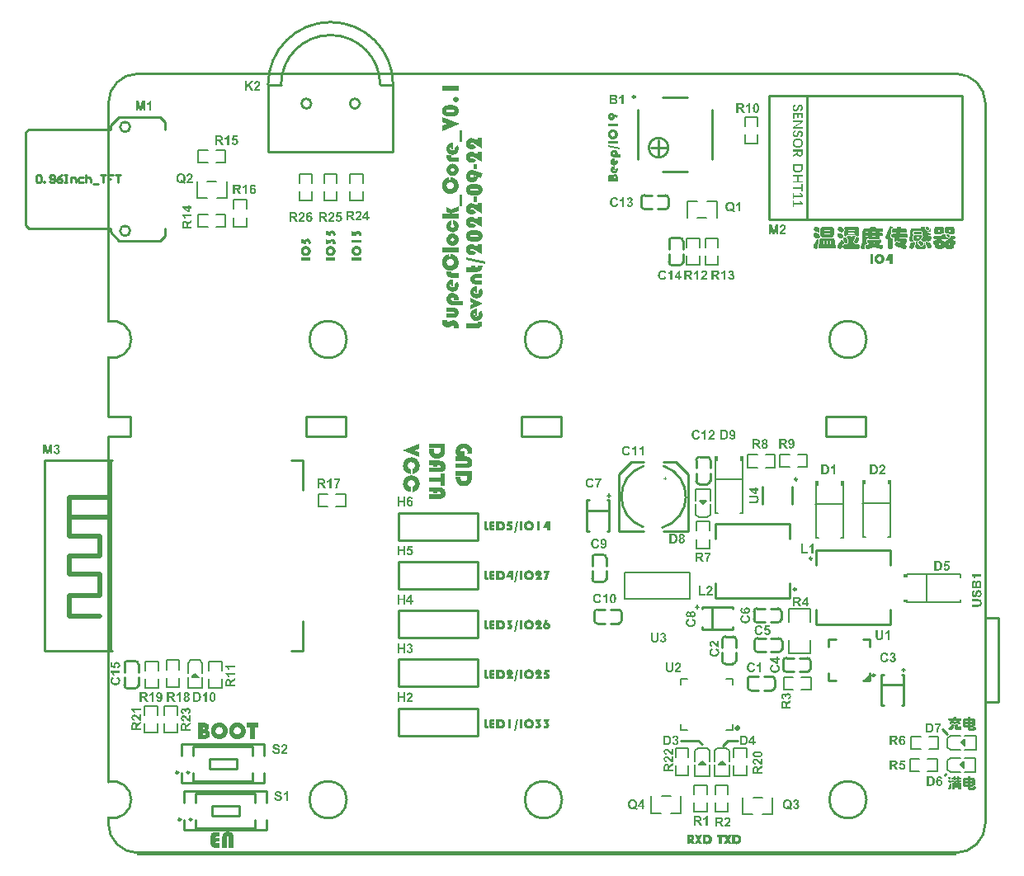
<source format=gto>
G04*
G04 #@! TF.GenerationSoftware,Altium Limited,Altium Designer,20.2.6 (244)*
G04*
G04 Layer_Color=65535*
%FSLAX24Y24*%
%MOIN*%
G70*
G04*
G04 #@! TF.SameCoordinates,2017631A-D77C-4579-BA5B-B5A4186395AE*
G04*
G04*
G04 #@! TF.FilePolarity,Positive*
G04*
G01*
G75*
%ADD10C,0.0098*%
%ADD11C,0.0100*%
%ADD12C,0.0118*%
%ADD13C,0.0060*%
%ADD14C,0.0059*%
%ADD15C,0.0079*%
%ADD16C,0.0200*%
%ADD17C,0.0080*%
G36*
X58682Y27900D02*
X58782D01*
Y27000D01*
X58732D01*
X58682D01*
Y27900D01*
D02*
G37*
G36*
X54550Y31832D02*
Y31732D01*
X53650D01*
Y31782D01*
Y31832D01*
X54550D01*
D02*
G37*
G36*
X58818Y33793D02*
X58950D01*
Y33973D01*
X58818D01*
Y33793D01*
D02*
G37*
G36*
X59982D02*
X59850D01*
Y33973D01*
X59982D01*
Y33793D01*
D02*
G37*
G36*
X62868Y32793D02*
X63000D01*
Y32973D01*
X62868D01*
Y32793D01*
D02*
G37*
G36*
X64032D02*
X63900D01*
Y32973D01*
X64032D01*
Y32793D01*
D02*
G37*
G36*
X64870Y24920D02*
X65077Y24923D01*
Y25130D01*
X64870Y24920D01*
D02*
G37*
G36*
X66450Y24782D02*
Y24682D01*
X65550D01*
Y24732D01*
Y24782D01*
X66450D01*
D02*
G37*
G36*
X66623Y28068D02*
Y28200D01*
X66443D01*
Y28068D01*
X66623D01*
D02*
G37*
G36*
Y29232D02*
Y29100D01*
X66443D01*
Y29232D01*
X66623D01*
D02*
G37*
G36*
X65932Y32843D02*
X65800D01*
Y33023D01*
X65932D01*
Y32843D01*
D02*
G37*
G36*
X64768D02*
X64900D01*
Y33023D01*
X64768D01*
Y32843D01*
D02*
G37*
G36*
X48463Y48764D02*
X47817D01*
Y48947D01*
X48463D01*
Y48764D01*
D02*
G37*
G36*
X48369Y48507D02*
X48374D01*
X48378Y48507D01*
X48389Y48504D01*
X48401Y48500D01*
X48414Y48494D01*
X48428Y48486D01*
X48435Y48480D01*
X48441Y48475D01*
Y48474D01*
X48442Y48473D01*
X48444Y48471D01*
X48446Y48469D01*
X48451Y48462D01*
X48457Y48452D01*
X48463Y48441D01*
X48469Y48427D01*
X48472Y48412D01*
X48473Y48404D01*
X48473Y48395D01*
Y48391D01*
X48473Y48388D01*
Y48384D01*
X48471Y48379D01*
X48469Y48368D01*
X48465Y48356D01*
X48460Y48342D01*
X48451Y48329D01*
X48446Y48322D01*
X48441Y48316D01*
X48440D01*
X48439Y48314D01*
X48437Y48313D01*
X48435Y48311D01*
X48428Y48305D01*
X48419Y48300D01*
X48407Y48293D01*
X48394Y48288D01*
X48378Y48284D01*
X48370Y48284D01*
X48362Y48283D01*
X48361D01*
X48360D01*
X48357D01*
X48354Y48284D01*
X48350D01*
X48345Y48285D01*
X48335Y48287D01*
X48322Y48291D01*
X48309Y48297D01*
X48295Y48305D01*
X48289Y48310D01*
X48283Y48316D01*
X48282Y48316D01*
X48281Y48317D01*
X48280Y48319D01*
X48277Y48322D01*
X48272Y48329D01*
X48266Y48338D01*
X48260Y48350D01*
X48254Y48364D01*
X48251Y48379D01*
X48250Y48387D01*
X48249Y48395D01*
Y48400D01*
X48250Y48403D01*
Y48407D01*
X48251Y48412D01*
X48253Y48423D01*
X48258Y48435D01*
X48263Y48448D01*
X48272Y48462D01*
X48277Y48468D01*
X48283Y48475D01*
X48283Y48475D01*
X48284Y48476D01*
X48286Y48477D01*
X48288Y48480D01*
X48295Y48485D01*
X48305Y48491D01*
X48316Y48497D01*
X48330Y48503D01*
X48345Y48507D01*
X48353Y48507D01*
X48362Y48508D01*
X48362D01*
X48364D01*
X48366D01*
X48369Y48507D01*
D02*
G37*
G36*
X48218Y48169D02*
X48227D01*
X48238Y48167D01*
X48249Y48166D01*
X48262Y48164D01*
X48277Y48162D01*
X48292Y48158D01*
X48308Y48154D01*
X48325Y48149D01*
X48341Y48143D01*
X48358Y48136D01*
X48373Y48128D01*
X48388Y48118D01*
X48402Y48107D01*
X48403Y48106D01*
X48405Y48104D01*
X48408Y48101D01*
X48413Y48096D01*
X48419Y48089D01*
X48425Y48082D01*
X48431Y48073D01*
X48437Y48062D01*
X48444Y48051D01*
X48451Y48039D01*
X48457Y48025D01*
X48462Y48010D01*
X48467Y47994D01*
X48471Y47976D01*
X48473Y47958D01*
X48473Y47938D01*
Y47933D01*
X48473Y47928D01*
X48472Y47921D01*
X48471Y47912D01*
X48470Y47901D01*
X48467Y47890D01*
X48464Y47877D01*
X48461Y47864D01*
X48456Y47851D01*
X48451Y47837D01*
X48444Y47822D01*
X48435Y47808D01*
X48426Y47795D01*
X48415Y47782D01*
X48403Y47770D01*
X48402Y47769D01*
X48399Y47767D01*
X48395Y47765D01*
X48389Y47760D01*
X48383Y47756D01*
X48374Y47751D01*
X48363Y47745D01*
X48351Y47740D01*
X48338Y47733D01*
X48324Y47728D01*
X48308Y47723D01*
X48290Y47718D01*
X48271Y47714D01*
X48251Y47711D01*
X48229Y47709D01*
X48206Y47708D01*
X48069D01*
X48068D01*
X48067D01*
X48063D01*
X48057Y47709D01*
X48048D01*
X48038Y47710D01*
X48026Y47712D01*
X48013Y47713D01*
X47998Y47716D01*
X47982Y47720D01*
X47966Y47724D01*
X47950Y47729D01*
X47934Y47734D01*
X47918Y47741D01*
X47902Y47749D01*
X47887Y47759D01*
X47873Y47769D01*
X47872Y47770D01*
X47870Y47772D01*
X47866Y47776D01*
X47862Y47781D01*
X47856Y47787D01*
X47850Y47794D01*
X47844Y47803D01*
X47837Y47813D01*
X47830Y47825D01*
X47824Y47837D01*
X47818Y47851D01*
X47812Y47867D01*
X47808Y47883D01*
X47804Y47900D01*
X47802Y47919D01*
X47801Y47938D01*
Y47943D01*
X47802Y47949D01*
X47802Y47956D01*
X47803Y47965D01*
X47804Y47976D01*
X47807Y47987D01*
X47810Y48000D01*
X47813Y48013D01*
X47818Y48027D01*
X47824Y48041D01*
X47831Y48055D01*
X47839Y48069D01*
X47849Y48082D01*
X47860Y48096D01*
X47872Y48107D01*
X47873Y48108D01*
X47876Y48110D01*
X47880Y48113D01*
X47886Y48117D01*
X47893Y48122D01*
X47902Y48127D01*
X47912Y48132D01*
X47924Y48139D01*
X47937Y48144D01*
X47952Y48150D01*
X47968Y48155D01*
X47986Y48160D01*
X48004Y48164D01*
X48024Y48166D01*
X48046Y48169D01*
X48069Y48169D01*
X48206D01*
X48208D01*
X48212D01*
X48218Y48169D01*
D02*
G37*
G36*
X48500Y47404D02*
X47817Y47125D01*
Y47347D01*
X48018Y47407D01*
X47817Y47472D01*
Y47686D01*
X48500Y47404D01*
D02*
G37*
G36*
X49428Y46427D02*
X49039Y46635D01*
X49038Y46635D01*
X49034Y46637D01*
X49029Y46640D01*
X49023Y46642D01*
X49016Y46645D01*
X49008Y46647D01*
X49000Y46649D01*
X48993Y46649D01*
X48992D01*
X48991D01*
X48987Y46649D01*
X48982Y46647D01*
X48975Y46644D01*
X48968Y46638D01*
X48966Y46635D01*
X48963Y46631D01*
X48961Y46626D01*
X48959Y46620D01*
X48958Y46613D01*
X48957Y46605D01*
Y46601D01*
X48958Y46598D01*
X48959Y46594D01*
X48960Y46588D01*
X48963Y46583D01*
X48966Y46578D01*
X48970Y46573D01*
X48971Y46572D01*
X48972Y46571D01*
X48975Y46570D01*
X48978Y46567D01*
X48982Y46565D01*
X48988Y46563D01*
X48993Y46562D01*
X49000Y46561D01*
X49000D01*
X49003D01*
X49007Y46562D01*
X49011Y46563D01*
X49018Y46565D01*
X49024Y46568D01*
X49030Y46572D01*
X49036Y46578D01*
X49184Y46495D01*
X49183Y46494D01*
X49180Y46490D01*
X49177Y46486D01*
X49171Y46479D01*
X49163Y46470D01*
X49155Y46461D01*
X49145Y46452D01*
X49134Y46442D01*
X49120Y46431D01*
X49107Y46422D01*
X49091Y46413D01*
X49073Y46404D01*
X49055Y46397D01*
X49035Y46393D01*
X49014Y46389D01*
X48992Y46388D01*
X48991D01*
X48988D01*
X48983Y46388D01*
X48977Y46389D01*
X48968Y46390D01*
X48959Y46391D01*
X48948Y46393D01*
X48937Y46396D01*
X48925Y46400D01*
X48912Y46404D01*
X48899Y46409D01*
X48885Y46415D01*
X48872Y46422D01*
X48858Y46431D01*
X48845Y46441D01*
X48832Y46453D01*
X48832Y46454D01*
X48830Y46456D01*
X48826Y46460D01*
X48822Y46465D01*
X48817Y46471D01*
X48812Y46479D01*
X48805Y46488D01*
X48799Y46497D01*
X48793Y46508D01*
X48787Y46521D01*
X48781Y46534D01*
X48776Y46548D01*
X48772Y46563D01*
X48769Y46579D01*
X48766Y46595D01*
X48766Y46613D01*
Y46617D01*
X48766Y46622D01*
Y46629D01*
X48768Y46637D01*
X48769Y46647D01*
X48771Y46657D01*
X48774Y46669D01*
X48778Y46681D01*
X48782Y46694D01*
X48788Y46707D01*
X48794Y46721D01*
X48803Y46734D01*
X48812Y46747D01*
X48822Y46760D01*
X48834Y46773D01*
X48834Y46774D01*
X48837Y46776D01*
X48841Y46779D01*
X48846Y46783D01*
X48852Y46788D01*
X48860Y46793D01*
X48868Y46799D01*
X48879Y46806D01*
X48890Y46811D01*
X48902Y46817D01*
X48915Y46822D01*
X48929Y46828D01*
X48943Y46831D01*
X48959Y46835D01*
X48975Y46837D01*
X48992Y46837D01*
X48993D01*
X48994D01*
X48998D01*
X49001Y46837D01*
X49006D01*
X49011Y46836D01*
X49018Y46835D01*
X49025Y46835D01*
X49040Y46831D01*
X49057Y46827D01*
X49075Y46821D01*
X49092Y46813D01*
X49241Y46737D01*
Y46844D01*
X49428D01*
Y46427D01*
D02*
G37*
G36*
X48613Y46673D02*
X48512D01*
Y47157D01*
X48613D01*
Y46673D01*
D02*
G37*
G36*
X49428Y45876D02*
X49039Y46084D01*
X49038Y46085D01*
X49034Y46087D01*
X49029Y46089D01*
X49023Y46092D01*
X49016Y46094D01*
X49008Y46097D01*
X49000Y46098D01*
X48993Y46099D01*
X48992D01*
X48991D01*
X48987Y46098D01*
X48982Y46097D01*
X48975Y46093D01*
X48968Y46088D01*
X48966Y46084D01*
X48963Y46080D01*
X48961Y46075D01*
X48959Y46069D01*
X48958Y46062D01*
X48957Y46055D01*
Y46051D01*
X48958Y46048D01*
X48959Y46044D01*
X48960Y46038D01*
X48963Y46033D01*
X48966Y46028D01*
X48970Y46023D01*
X48971Y46022D01*
X48972Y46021D01*
X48975Y46019D01*
X48978Y46017D01*
X48982Y46014D01*
X48988Y46013D01*
X48993Y46012D01*
X49000Y46011D01*
X49000D01*
X49003D01*
X49007Y46012D01*
X49011Y46013D01*
X49018Y46015D01*
X49024Y46018D01*
X49030Y46022D01*
X49036Y46028D01*
X49184Y45945D01*
X49183Y45944D01*
X49180Y45940D01*
X49177Y45935D01*
X49171Y45928D01*
X49163Y45920D01*
X49155Y45911D01*
X49145Y45901D01*
X49134Y45892D01*
X49120Y45881D01*
X49107Y45871D01*
X49091Y45862D01*
X49073Y45854D01*
X49055Y45847D01*
X49035Y45842D01*
X49014Y45839D01*
X48992Y45837D01*
X48991D01*
X48988D01*
X48983Y45838D01*
X48977Y45839D01*
X48968Y45839D01*
X48959Y45841D01*
X48948Y45843D01*
X48937Y45846D01*
X48925Y45849D01*
X48912Y45853D01*
X48899Y45859D01*
X48885Y45865D01*
X48872Y45872D01*
X48858Y45881D01*
X48845Y45891D01*
X48832Y45903D01*
X48832Y45903D01*
X48830Y45905D01*
X48826Y45910D01*
X48822Y45914D01*
X48817Y45921D01*
X48812Y45928D01*
X48805Y45937D01*
X48799Y45947D01*
X48793Y45958D01*
X48787Y45971D01*
X48781Y45984D01*
X48776Y45998D01*
X48772Y46013D01*
X48769Y46028D01*
X48766Y46045D01*
X48766Y46062D01*
Y46066D01*
X48766Y46071D01*
Y46078D01*
X48768Y46087D01*
X48769Y46096D01*
X48771Y46107D01*
X48774Y46118D01*
X48778Y46130D01*
X48782Y46143D01*
X48788Y46157D01*
X48794Y46171D01*
X48803Y46184D01*
X48812Y46197D01*
X48822Y46210D01*
X48834Y46223D01*
X48834Y46223D01*
X48837Y46225D01*
X48841Y46229D01*
X48846Y46233D01*
X48852Y46238D01*
X48860Y46243D01*
X48868Y46249D01*
X48879Y46255D01*
X48890Y46261D01*
X48902Y46267D01*
X48915Y46272D01*
X48929Y46277D01*
X48943Y46281D01*
X48959Y46284D01*
X48975Y46286D01*
X48992Y46287D01*
X48993D01*
X48994D01*
X48998D01*
X49001Y46286D01*
X49006D01*
X49011Y46286D01*
X49018Y46285D01*
X49025Y46284D01*
X49040Y46281D01*
X49057Y46277D01*
X49075Y46271D01*
X49092Y46263D01*
X49241Y46186D01*
Y46294D01*
X49428D01*
Y45876D01*
D02*
G37*
G36*
X48232Y46653D02*
X48238D01*
X48245Y46652D01*
X48255Y46651D01*
Y46383D01*
X48254D01*
X48251Y46381D01*
X48248Y46381D01*
X48242Y46379D01*
X48237Y46378D01*
X48231Y46377D01*
X48216Y46376D01*
X48215D01*
X48213D01*
X48208Y46377D01*
X48203Y46377D01*
X48196Y46378D01*
X48188Y46380D01*
X48180Y46382D01*
X48172Y46385D01*
Y46474D01*
X48171D01*
X48169Y46474D01*
X48167Y46473D01*
X48163Y46472D01*
X48155Y46469D01*
X48145Y46464D01*
X48135Y46456D01*
X48131Y46452D01*
X48126Y46446D01*
X48123Y46440D01*
X48120Y46433D01*
X48119Y46425D01*
X48118Y46415D01*
Y46414D01*
X48119Y46410D01*
X48120Y46404D01*
X48122Y46397D01*
X48125Y46388D01*
X48130Y46379D01*
X48137Y46370D01*
X48147Y46362D01*
X48148Y46361D01*
X48151Y46359D01*
X48158Y46356D01*
X48166Y46352D01*
X48176Y46348D01*
X48189Y46345D01*
X48203Y46342D01*
X48219Y46341D01*
X48219D01*
X48221D01*
X48223D01*
X48226D01*
X48231Y46342D01*
X48235Y46343D01*
X48245Y46344D01*
X48258Y46346D01*
X48270Y46350D01*
X48283Y46354D01*
X48294Y46361D01*
X48296Y46362D01*
X48299Y46365D01*
X48303Y46370D01*
X48309Y46375D01*
X48315Y46383D01*
X48319Y46392D01*
X48322Y46402D01*
X48324Y46413D01*
Y46415D01*
X48323Y46418D01*
X48322Y46423D01*
X48320Y46430D01*
X48317Y46438D01*
X48312Y46447D01*
X48306Y46456D01*
X48296Y46465D01*
X48419Y46566D01*
X48419Y46565D01*
X48421Y46563D01*
X48424Y46559D01*
X48427Y46554D01*
X48431Y46547D01*
X48436Y46539D01*
X48441Y46530D01*
X48446Y46520D01*
X48451Y46509D01*
X48456Y46497D01*
X48461Y46484D01*
X48465Y46470D01*
X48469Y46456D01*
X48471Y46440D01*
X48473Y46425D01*
X48473Y46409D01*
Y46404D01*
X48473Y46399D01*
X48472Y46391D01*
X48471Y46382D01*
X48470Y46372D01*
X48467Y46361D01*
X48464Y46348D01*
X48461Y46334D01*
X48456Y46320D01*
X48451Y46306D01*
X48444Y46291D01*
X48435Y46276D01*
X48426Y46261D01*
X48415Y46247D01*
X48403Y46233D01*
X48402Y46232D01*
X48399Y46230D01*
X48396Y46226D01*
X48390Y46222D01*
X48383Y46216D01*
X48375Y46210D01*
X48365Y46204D01*
X48354Y46197D01*
X48342Y46190D01*
X48328Y46184D01*
X48315Y46177D01*
X48299Y46172D01*
X48282Y46168D01*
X48265Y46164D01*
X48247Y46161D01*
X48227Y46161D01*
X48226D01*
X48222D01*
X48217Y46161D01*
X48210Y46162D01*
X48201Y46163D01*
X48190Y46164D01*
X48179Y46167D01*
X48166Y46170D01*
X48153Y46173D01*
X48139Y46178D01*
X48124Y46184D01*
X48109Y46191D01*
X48095Y46199D01*
X48080Y46209D01*
X48066Y46220D01*
X48052Y46232D01*
X48052Y46233D01*
X48049Y46236D01*
X48045Y46240D01*
X48041Y46245D01*
X48036Y46252D01*
X48029Y46261D01*
X48023Y46270D01*
X48016Y46282D01*
X48010Y46294D01*
X48004Y46307D01*
X47997Y46322D01*
X47992Y46338D01*
X47987Y46354D01*
X47983Y46372D01*
X47981Y46391D01*
X47981Y46411D01*
Y46415D01*
X47981Y46420D01*
X47982Y46428D01*
X47983Y46436D01*
X47984Y46447D01*
X47986Y46458D01*
X47989Y46470D01*
X47993Y46483D01*
X47997Y46497D01*
X48003Y46512D01*
X48010Y46527D01*
X48018Y46541D01*
X48027Y46555D01*
X48038Y46570D01*
X48050Y46583D01*
X48051Y46583D01*
X48054Y46586D01*
X48057Y46589D01*
X48063Y46594D01*
X48070Y46599D01*
X48077Y46605D01*
X48087Y46612D01*
X48097Y46618D01*
X48110Y46625D01*
X48122Y46631D01*
X48137Y46637D01*
X48152Y46642D01*
X48168Y46647D01*
X48185Y46651D01*
X48204Y46653D01*
X48222Y46654D01*
X48223D01*
X48225D01*
X48228D01*
X48232Y46653D01*
D02*
G37*
G36*
X48176Y46134D02*
X48174Y46132D01*
X48173Y46128D01*
X48170Y46123D01*
X48168Y46118D01*
X48167Y46112D01*
X48165Y46105D01*
X48165Y46099D01*
Y46096D01*
X48165Y46091D01*
X48167Y46087D01*
X48169Y46081D01*
X48173Y46075D01*
X48178Y46070D01*
X48184Y46065D01*
X48185Y46064D01*
X48188Y46063D01*
X48192Y46062D01*
X48198Y46059D01*
X48206Y46057D01*
X48216Y46055D01*
X48227Y46054D01*
X48240Y46053D01*
X48463D01*
Y45876D01*
X48206D01*
X48204D01*
X48201D01*
X48196Y45877D01*
X48188D01*
X48180Y45878D01*
X48169Y45879D01*
X48158Y45881D01*
X48146Y45883D01*
X48133Y45886D01*
X48120Y45889D01*
X48106Y45894D01*
X48092Y45899D01*
X48079Y45905D01*
X48065Y45912D01*
X48053Y45921D01*
X48041Y45930D01*
X48040Y45931D01*
X48038Y45933D01*
X48036Y45936D01*
X48031Y45940D01*
X48027Y45946D01*
X48022Y45953D01*
X48017Y45960D01*
X48011Y45969D01*
X48005Y45980D01*
X47999Y45991D01*
X47995Y46003D01*
X47990Y46016D01*
X47986Y46030D01*
X47983Y46046D01*
X47981Y46062D01*
X47981Y46079D01*
Y46089D01*
X47981Y46096D01*
X47982Y46105D01*
X47983Y46114D01*
X47984Y46124D01*
X47986Y46135D01*
X48176D01*
X48176Y46134D01*
D02*
G37*
G36*
X49204Y45574D02*
X49079D01*
Y45790D01*
X49204D01*
Y45574D01*
D02*
G37*
G36*
X48238Y45801D02*
X48244Y45800D01*
X48253Y45799D01*
X48263Y45797D01*
X48275Y45795D01*
X48287Y45792D01*
X48301Y45788D01*
X48315Y45783D01*
X48328Y45778D01*
X48344Y45771D01*
X48358Y45762D01*
X48373Y45753D01*
X48387Y45742D01*
X48401Y45728D01*
X48402Y45728D01*
X48404Y45725D01*
X48408Y45721D01*
X48412Y45715D01*
X48418Y45708D01*
X48424Y45700D01*
X48430Y45690D01*
X48437Y45679D01*
X48444Y45667D01*
X48451Y45654D01*
X48457Y45640D01*
X48462Y45624D01*
X48467Y45608D01*
X48470Y45591D01*
X48473Y45573D01*
X48473Y45554D01*
Y45550D01*
X48473Y45545D01*
X48472Y45537D01*
X48471Y45529D01*
X48469Y45518D01*
X48467Y45506D01*
X48464Y45494D01*
X48460Y45481D01*
X48456Y45467D01*
X48450Y45452D01*
X48443Y45438D01*
X48435Y45422D01*
X48425Y45408D01*
X48414Y45393D01*
X48401Y45379D01*
X48401Y45379D01*
X48398Y45377D01*
X48394Y45372D01*
X48388Y45368D01*
X48381Y45363D01*
X48373Y45356D01*
X48363Y45349D01*
X48352Y45343D01*
X48340Y45336D01*
X48327Y45329D01*
X48312Y45323D01*
X48297Y45318D01*
X48281Y45313D01*
X48264Y45310D01*
X48247Y45307D01*
X48228Y45306D01*
X48226D01*
X48224D01*
X48218Y45307D01*
X48211Y45308D01*
X48202Y45309D01*
X48192Y45311D01*
X48181Y45313D01*
X48168Y45315D01*
X48155Y45320D01*
X48141Y45325D01*
X48126Y45330D01*
X48112Y45337D01*
X48097Y45345D01*
X48083Y45355D01*
X48068Y45367D01*
X48054Y45379D01*
X48054Y45380D01*
X48051Y45383D01*
X48047Y45387D01*
X48042Y45393D01*
X48037Y45399D01*
X48031Y45408D01*
X48024Y45418D01*
X48018Y45429D01*
X48011Y45441D01*
X48004Y45454D01*
X47998Y45469D01*
X47993Y45484D01*
X47988Y45501D01*
X47984Y45517D01*
X47981Y45535D01*
X47981Y45554D01*
Y45558D01*
X47981Y45564D01*
X47982Y45571D01*
X47983Y45580D01*
X47985Y45590D01*
X47987Y45601D01*
X47990Y45614D01*
X47994Y45627D01*
X47999Y45641D01*
X48004Y45656D01*
X48012Y45670D01*
X48020Y45685D01*
X48030Y45699D01*
X48041Y45714D01*
X48054Y45728D01*
X48055Y45728D01*
X48058Y45731D01*
X48062Y45735D01*
X48067Y45740D01*
X48074Y45745D01*
X48083Y45751D01*
X48092Y45758D01*
X48104Y45765D01*
X48115Y45771D01*
X48129Y45778D01*
X48143Y45784D01*
X48158Y45789D01*
X48174Y45794D01*
X48192Y45798D01*
X48209Y45801D01*
X48228Y45801D01*
X48229D01*
X48232D01*
X48238Y45801D01*
D02*
G37*
G36*
X49016Y45545D02*
X49020D01*
X49027Y45543D01*
X49034Y45542D01*
X49042Y45541D01*
X49051Y45539D01*
X49061Y45537D01*
X49073Y45534D01*
X49086Y45531D01*
X49099Y45527D01*
X49114Y45522D01*
X49129Y45517D01*
X49147Y45511D01*
X49446Y45403D01*
X49388Y45233D01*
X49034Y45359D01*
X49033D01*
X49031Y45360D01*
X49028Y45361D01*
X49024Y45362D01*
X49015Y45364D01*
X49005Y45365D01*
X49003D01*
X49000D01*
X48995Y45364D01*
X48990Y45363D01*
X48983Y45360D01*
X48976Y45356D01*
X48968Y45352D01*
X48961Y45345D01*
X48961Y45345D01*
X48959Y45342D01*
X48956Y45338D01*
X48952Y45332D01*
X48949Y45326D01*
X48946Y45318D01*
X48944Y45309D01*
X48943Y45300D01*
Y45296D01*
X48944Y45291D01*
X48946Y45285D01*
X48948Y45278D01*
X48951Y45270D01*
X48956Y45263D01*
X48962Y45256D01*
X48963Y45255D01*
X48966Y45253D01*
X48969Y45250D01*
X48975Y45247D01*
X48982Y45243D01*
X48989Y45241D01*
X48998Y45238D01*
X49009Y45238D01*
X49010D01*
X49014D01*
X49019Y45238D01*
X49025Y45240D01*
X49033Y45243D01*
X49041Y45245D01*
X49048Y45250D01*
X49054Y45257D01*
X49055Y45257D01*
X49057Y45260D01*
X49060Y45264D01*
X49063Y45270D01*
X49066Y45276D01*
X49068Y45284D01*
X49070Y45293D01*
X49071Y45302D01*
Y45307D01*
X49070Y45313D01*
X49070Y45318D01*
X49256Y45242D01*
X49255Y45241D01*
X49254Y45238D01*
X49252Y45233D01*
X49248Y45226D01*
X49245Y45218D01*
X49240Y45209D01*
X49234Y45198D01*
X49228Y45187D01*
X49213Y45164D01*
X49197Y45140D01*
X49188Y45129D01*
X49178Y45118D01*
X49168Y45107D01*
X49157Y45098D01*
X49156Y45098D01*
X49154Y45096D01*
X49152Y45094D01*
X49147Y45091D01*
X49141Y45088D01*
X49134Y45084D01*
X49127Y45080D01*
X49118Y45075D01*
X49108Y45071D01*
X49098Y45067D01*
X49086Y45063D01*
X49073Y45059D01*
X49059Y45057D01*
X49045Y45055D01*
X49030Y45053D01*
X49014Y45052D01*
X49013D01*
X49009D01*
X49004Y45053D01*
X48997Y45054D01*
X48988Y45055D01*
X48977Y45056D01*
X48966Y45059D01*
X48953Y45061D01*
X48939Y45065D01*
X48925Y45070D01*
X48911Y45076D01*
X48896Y45082D01*
X48881Y45091D01*
X48866Y45100D01*
X48852Y45111D01*
X48838Y45124D01*
X48837Y45125D01*
X48834Y45127D01*
X48831Y45132D01*
X48827Y45136D01*
X48821Y45144D01*
X48815Y45152D01*
X48809Y45162D01*
X48802Y45173D01*
X48795Y45185D01*
X48789Y45198D01*
X48782Y45213D01*
X48777Y45229D01*
X48773Y45245D01*
X48769Y45263D01*
X48766Y45281D01*
X48766Y45300D01*
Y45304D01*
X48766Y45310D01*
X48767Y45317D01*
X48768Y45325D01*
X48769Y45335D01*
X48772Y45346D01*
X48775Y45359D01*
X48778Y45372D01*
X48783Y45385D01*
X48789Y45399D01*
X48796Y45414D01*
X48805Y45429D01*
X48814Y45443D01*
X48825Y45458D01*
X48838Y45472D01*
X48839Y45472D01*
X48841Y45475D01*
X48845Y45479D01*
X48850Y45483D01*
X48857Y45489D01*
X48866Y45495D01*
X48875Y45501D01*
X48886Y45508D01*
X48898Y45515D01*
X48911Y45522D01*
X48925Y45528D01*
X48939Y45533D01*
X48955Y45538D01*
X48972Y45542D01*
X48989Y45545D01*
X49007Y45545D01*
X49008D01*
X49009D01*
X49012D01*
X49016Y45545D01*
D02*
G37*
G36*
X48152Y45256D02*
X48155Y45255D01*
X48158D01*
X48163Y45254D01*
X48174Y45252D01*
X48188Y45249D01*
X48202Y45245D01*
X48219Y45241D01*
X48238Y45235D01*
X48257Y45228D01*
X48276Y45220D01*
X48296Y45211D01*
X48317Y45202D01*
X48337Y45190D01*
X48355Y45177D01*
X48374Y45163D01*
X48390Y45147D01*
X48391Y45146D01*
X48394Y45143D01*
X48398Y45138D01*
X48403Y45131D01*
X48410Y45122D01*
X48417Y45111D01*
X48424Y45099D01*
X48432Y45085D01*
X48439Y45070D01*
X48447Y45052D01*
X48454Y45034D01*
X48460Y45014D01*
X48466Y44991D01*
X48470Y44969D01*
X48473Y44944D01*
X48473Y44919D01*
Y44912D01*
X48473Y44909D01*
Y44905D01*
X48472Y44894D01*
X48471Y44882D01*
X48469Y44867D01*
X48466Y44851D01*
X48462Y44833D01*
X48457Y44814D01*
X48451Y44795D01*
X48443Y44775D01*
X48434Y44754D01*
X48423Y44734D01*
X48410Y44714D01*
X48396Y44694D01*
X48379Y44676D01*
X48378Y44674D01*
X48375Y44671D01*
X48369Y44667D01*
X48362Y44660D01*
X48353Y44653D01*
X48342Y44645D01*
X48328Y44636D01*
X48314Y44628D01*
X48297Y44619D01*
X48279Y44610D01*
X48259Y44601D01*
X48238Y44594D01*
X48216Y44588D01*
X48192Y44583D01*
X48167Y44581D01*
X48140Y44579D01*
X48140D01*
X48139D01*
X48137D01*
X48134D01*
X48131Y44580D01*
X48126D01*
X48116Y44581D01*
X48104Y44582D01*
X48090Y44585D01*
X48074Y44587D01*
X48056Y44592D01*
X48038Y44597D01*
X48018Y44603D01*
X47998Y44611D01*
X47977Y44621D01*
X47957Y44632D01*
X47937Y44645D01*
X47918Y44660D01*
X47899Y44678D01*
X47897Y44679D01*
X47895Y44683D01*
X47890Y44688D01*
X47884Y44696D01*
X47876Y44705D01*
X47868Y44717D01*
X47859Y44730D01*
X47850Y44746D01*
X47841Y44762D01*
X47832Y44781D01*
X47824Y44801D01*
X47816Y44823D01*
X47810Y44846D01*
X47805Y44871D01*
X47802Y44896D01*
X47801Y44923D01*
Y44929D01*
X47802Y44935D01*
X47802Y44944D01*
X47803Y44955D01*
X47805Y44967D01*
X47807Y44982D01*
X47810Y44997D01*
X47814Y45013D01*
X47819Y45030D01*
X47825Y45048D01*
X47832Y45066D01*
X47840Y45084D01*
X47850Y45102D01*
X47861Y45119D01*
X47874Y45136D01*
X47875Y45137D01*
X47877Y45141D01*
X47881Y45145D01*
X47887Y45151D01*
X47895Y45158D01*
X47904Y45166D01*
X47915Y45175D01*
X47927Y45185D01*
X47941Y45195D01*
X47957Y45204D01*
X47974Y45215D01*
X47993Y45225D01*
X48013Y45234D01*
X48035Y45242D01*
X48058Y45249D01*
X48083Y45255D01*
X48098Y45049D01*
X48097Y45048D01*
X48093Y45048D01*
X48088Y45046D01*
X48081Y45042D01*
X48073Y45038D01*
X48064Y45033D01*
X48054Y45027D01*
X48045Y45020D01*
X48035Y45012D01*
X48025Y45002D01*
X48016Y44991D01*
X48008Y44980D01*
X48001Y44966D01*
X47996Y44952D01*
X47993Y44936D01*
X47991Y44919D01*
Y44913D01*
X47992Y44908D01*
X47993Y44903D01*
X47993Y44897D01*
X47995Y44890D01*
X47996Y44883D01*
X48002Y44867D01*
X48004Y44859D01*
X48008Y44850D01*
X48013Y44841D01*
X48019Y44833D01*
X48025Y44825D01*
X48033Y44817D01*
X48033Y44817D01*
X48035Y44816D01*
X48037Y44814D01*
X48040Y44811D01*
X48045Y44808D01*
X48049Y44805D01*
X48055Y44801D01*
X48062Y44797D01*
X48069Y44794D01*
X48077Y44789D01*
X48086Y44786D01*
X48096Y44783D01*
X48106Y44780D01*
X48117Y44779D01*
X48129Y44778D01*
X48140Y44777D01*
X48141D01*
X48143D01*
X48147D01*
X48151Y44778D01*
X48156Y44778D01*
X48163Y44779D01*
X48169Y44780D01*
X48177Y44782D01*
X48193Y44787D01*
X48210Y44794D01*
X48219Y44798D01*
X48228Y44803D01*
X48236Y44809D01*
X48244Y44816D01*
X48244Y44817D01*
X48245Y44818D01*
X48247Y44820D01*
X48250Y44823D01*
X48253Y44827D01*
X48256Y44832D01*
X48260Y44837D01*
X48264Y44843D01*
X48267Y44850D01*
X48272Y44857D01*
X48278Y44875D01*
X48281Y44884D01*
X48282Y44894D01*
X48283Y44905D01*
X48284Y44916D01*
Y44921D01*
X48283Y44928D01*
X48282Y44936D01*
X48280Y44945D01*
X48276Y44956D01*
X48272Y44968D01*
X48266Y44980D01*
X48259Y44993D01*
X48249Y45005D01*
X48238Y45016D01*
X48224Y45027D01*
X48208Y45037D01*
X48199Y45041D01*
X48189Y45046D01*
X48179Y45049D01*
X48167Y45052D01*
X48156Y45055D01*
X48142Y45056D01*
X48148Y45257D01*
X48149D01*
X48150D01*
X48152Y45256D01*
D02*
G37*
G36*
X49183Y44979D02*
X49192D01*
X49202Y44978D01*
X49214Y44976D01*
X49227Y44974D01*
X49242Y44972D01*
X49257Y44969D01*
X49273Y44964D01*
X49290Y44959D01*
X49306Y44953D01*
X49322Y44946D01*
X49338Y44938D01*
X49353Y44928D01*
X49367Y44917D01*
X49367Y44916D01*
X49370Y44914D01*
X49373Y44911D01*
X49378Y44906D01*
X49383Y44900D01*
X49390Y44892D01*
X49396Y44883D01*
X49402Y44873D01*
X49409Y44862D01*
X49415Y44849D01*
X49422Y44835D01*
X49427Y44820D01*
X49431Y44804D01*
X49435Y44787D01*
X49438Y44768D01*
X49438Y44749D01*
Y44744D01*
X49438Y44738D01*
X49437Y44731D01*
X49436Y44722D01*
X49435Y44712D01*
X49432Y44700D01*
X49429Y44687D01*
X49426Y44674D01*
X49421Y44661D01*
X49415Y44647D01*
X49408Y44633D01*
X49400Y44619D01*
X49391Y44606D01*
X49380Y44592D01*
X49367Y44581D01*
X49367Y44580D01*
X49364Y44578D01*
X49360Y44575D01*
X49354Y44571D01*
X49347Y44566D01*
X49338Y44561D01*
X49328Y44556D01*
X49316Y44550D01*
X49303Y44544D01*
X49288Y44538D01*
X49272Y44533D01*
X49255Y44528D01*
X49236Y44524D01*
X49215Y44522D01*
X49194Y44519D01*
X49171Y44519D01*
X49034D01*
X49033D01*
X49032D01*
X49028D01*
X49022Y44519D01*
X49013D01*
X49002Y44521D01*
X48991Y44522D01*
X48977Y44524D01*
X48963Y44526D01*
X48947Y44530D01*
X48931Y44534D01*
X48915Y44539D01*
X48898Y44544D01*
X48882Y44551D01*
X48867Y44560D01*
X48852Y44569D01*
X48838Y44580D01*
X48837Y44581D01*
X48834Y44583D01*
X48831Y44586D01*
X48827Y44591D01*
X48821Y44597D01*
X48815Y44605D01*
X48809Y44614D01*
X48802Y44624D01*
X48795Y44635D01*
X48789Y44648D01*
X48782Y44662D01*
X48777Y44677D01*
X48773Y44693D01*
X48769Y44710D01*
X48766Y44729D01*
X48766Y44749D01*
Y44753D01*
X48766Y44759D01*
X48767Y44767D01*
X48768Y44776D01*
X48769Y44786D01*
X48772Y44798D01*
X48775Y44810D01*
X48778Y44823D01*
X48783Y44837D01*
X48789Y44851D01*
X48796Y44865D01*
X48804Y44879D01*
X48814Y44893D01*
X48825Y44906D01*
X48837Y44918D01*
X48838Y44919D01*
X48841Y44921D01*
X48845Y44923D01*
X48850Y44928D01*
X48857Y44932D01*
X48866Y44937D01*
X48877Y44943D01*
X48889Y44949D01*
X48902Y44955D01*
X48916Y44960D01*
X48933Y44965D01*
X48950Y44970D01*
X48969Y44974D01*
X48989Y44977D01*
X49011Y44979D01*
X49034Y44980D01*
X49171D01*
X49172D01*
X49177D01*
X49183Y44979D01*
D02*
G37*
G36*
X49204Y44258D02*
X49079D01*
Y44474D01*
X49204D01*
Y44258D01*
D02*
G37*
G36*
X49428Y43794D02*
X49039Y44002D01*
X49038Y44002D01*
X49034Y44004D01*
X49029Y44007D01*
X49023Y44009D01*
X49016Y44011D01*
X49008Y44014D01*
X49000Y44016D01*
X48993Y44016D01*
X48992D01*
X48991D01*
X48987Y44016D01*
X48982Y44014D01*
X48975Y44011D01*
X48968Y44005D01*
X48966Y44002D01*
X48963Y43998D01*
X48961Y43993D01*
X48959Y43986D01*
X48958Y43980D01*
X48957Y43972D01*
Y43968D01*
X48958Y43965D01*
X48959Y43961D01*
X48960Y43955D01*
X48963Y43950D01*
X48966Y43945D01*
X48970Y43940D01*
X48971Y43939D01*
X48972Y43938D01*
X48975Y43937D01*
X48978Y43934D01*
X48982Y43932D01*
X48988Y43930D01*
X48993Y43929D01*
X49000Y43928D01*
X49000D01*
X49003D01*
X49007Y43929D01*
X49011Y43930D01*
X49018Y43932D01*
X49024Y43935D01*
X49030Y43939D01*
X49036Y43945D01*
X49184Y43862D01*
X49183Y43861D01*
X49180Y43857D01*
X49177Y43853D01*
X49171Y43846D01*
X49163Y43837D01*
X49155Y43828D01*
X49145Y43819D01*
X49134Y43809D01*
X49120Y43798D01*
X49107Y43789D01*
X49091Y43780D01*
X49073Y43771D01*
X49055Y43764D01*
X49035Y43760D01*
X49014Y43756D01*
X48992Y43755D01*
X48991D01*
X48988D01*
X48983Y43755D01*
X48977Y43756D01*
X48968Y43757D01*
X48959Y43758D01*
X48948Y43760D01*
X48937Y43763D01*
X48925Y43766D01*
X48912Y43771D01*
X48899Y43776D01*
X48885Y43782D01*
X48872Y43789D01*
X48858Y43798D01*
X48845Y43808D01*
X48832Y43820D01*
X48832Y43821D01*
X48830Y43823D01*
X48826Y43827D01*
X48822Y43832D01*
X48817Y43838D01*
X48812Y43846D01*
X48805Y43855D01*
X48799Y43864D01*
X48793Y43875D01*
X48787Y43888D01*
X48781Y43901D01*
X48776Y43915D01*
X48772Y43930D01*
X48769Y43946D01*
X48766Y43962D01*
X48766Y43980D01*
Y43984D01*
X48766Y43989D01*
Y43996D01*
X48768Y44004D01*
X48769Y44014D01*
X48771Y44024D01*
X48774Y44036D01*
X48778Y44048D01*
X48782Y44061D01*
X48788Y44074D01*
X48794Y44088D01*
X48803Y44101D01*
X48812Y44114D01*
X48822Y44127D01*
X48834Y44140D01*
X48834Y44141D01*
X48837Y44143D01*
X48841Y44146D01*
X48846Y44150D01*
X48852Y44155D01*
X48860Y44160D01*
X48868Y44166D01*
X48879Y44172D01*
X48890Y44178D01*
X48902Y44184D01*
X48915Y44189D01*
X48929Y44195D01*
X48943Y44198D01*
X48959Y44202D01*
X48975Y44204D01*
X48992Y44204D01*
X48993D01*
X48994D01*
X48998D01*
X49001Y44204D01*
X49006D01*
X49011Y44203D01*
X49018Y44202D01*
X49025Y44202D01*
X49040Y44198D01*
X49057Y44194D01*
X49075Y44188D01*
X49092Y44180D01*
X49241Y44104D01*
Y44211D01*
X49428D01*
Y43794D01*
D02*
G37*
G36*
X48613Y44070D02*
X48512D01*
Y44554D01*
X48613D01*
Y44070D01*
D02*
G37*
G36*
X48463Y43893D02*
X48155Y43782D01*
X47991Y43863D01*
Y44047D01*
X48163Y43960D01*
X48463Y44089D01*
Y43893D01*
D02*
G37*
G36*
Y43599D02*
X47817D01*
Y43776D01*
X48463D01*
Y43599D01*
D02*
G37*
G36*
X49428Y43243D02*
X49039Y43451D01*
X49038Y43452D01*
X49034Y43453D01*
X49029Y43456D01*
X49023Y43459D01*
X49016Y43461D01*
X49008Y43464D01*
X49000Y43465D01*
X48993Y43466D01*
X48992D01*
X48991D01*
X48987Y43465D01*
X48982Y43464D01*
X48975Y43460D01*
X48968Y43455D01*
X48966Y43451D01*
X48963Y43447D01*
X48961Y43442D01*
X48959Y43436D01*
X48958Y43429D01*
X48957Y43422D01*
Y43418D01*
X48958Y43415D01*
X48959Y43410D01*
X48960Y43405D01*
X48963Y43400D01*
X48966Y43394D01*
X48970Y43390D01*
X48971Y43389D01*
X48972Y43388D01*
X48975Y43386D01*
X48978Y43384D01*
X48982Y43381D01*
X48988Y43380D01*
X48993Y43379D01*
X49000Y43378D01*
X49000D01*
X49003D01*
X49007Y43379D01*
X49011Y43380D01*
X49018Y43382D01*
X49024Y43385D01*
X49030Y43389D01*
X49036Y43394D01*
X49184Y43312D01*
X49183Y43311D01*
X49180Y43307D01*
X49177Y43302D01*
X49171Y43295D01*
X49163Y43287D01*
X49155Y43278D01*
X49145Y43268D01*
X49134Y43258D01*
X49120Y43248D01*
X49107Y43238D01*
X49091Y43229D01*
X49073Y43221D01*
X49055Y43214D01*
X49035Y43209D01*
X49014Y43206D01*
X48992Y43204D01*
X48991D01*
X48988D01*
X48983Y43205D01*
X48977Y43206D01*
X48968Y43206D01*
X48959Y43208D01*
X48948Y43210D01*
X48937Y43213D01*
X48925Y43216D01*
X48912Y43220D01*
X48899Y43226D01*
X48885Y43232D01*
X48872Y43239D01*
X48858Y43248D01*
X48845Y43258D01*
X48832Y43270D01*
X48832Y43270D01*
X48830Y43272D01*
X48826Y43277D01*
X48822Y43281D01*
X48817Y43288D01*
X48812Y43295D01*
X48805Y43304D01*
X48799Y43314D01*
X48793Y43325D01*
X48787Y43338D01*
X48781Y43351D01*
X48776Y43365D01*
X48772Y43380D01*
X48769Y43395D01*
X48766Y43412D01*
X48766Y43429D01*
Y43433D01*
X48766Y43438D01*
Y43445D01*
X48768Y43453D01*
X48769Y43463D01*
X48771Y43474D01*
X48774Y43485D01*
X48778Y43497D01*
X48782Y43510D01*
X48788Y43524D01*
X48794Y43537D01*
X48803Y43551D01*
X48812Y43564D01*
X48822Y43577D01*
X48834Y43590D01*
X48834Y43590D01*
X48837Y43592D01*
X48841Y43596D01*
X48846Y43600D01*
X48852Y43605D01*
X48860Y43610D01*
X48868Y43616D01*
X48879Y43622D01*
X48890Y43628D01*
X48902Y43634D01*
X48915Y43639D01*
X48929Y43644D01*
X48943Y43648D01*
X48959Y43651D01*
X48975Y43653D01*
X48992Y43654D01*
X48993D01*
X48994D01*
X48998D01*
X49001Y43653D01*
X49006D01*
X49011Y43653D01*
X49018Y43652D01*
X49025Y43651D01*
X49040Y43648D01*
X49057Y43644D01*
X49075Y43638D01*
X49092Y43630D01*
X49241Y43553D01*
Y43661D01*
X49428D01*
Y43243D01*
D02*
G37*
G36*
X48247Y43522D02*
X48251Y43521D01*
X48259Y43520D01*
X48267Y43518D01*
X48278Y43516D01*
X48289Y43513D01*
X48301Y43509D01*
X48314Y43505D01*
X48328Y43499D01*
X48342Y43492D01*
X48355Y43485D01*
X48369Y43476D01*
X48383Y43467D01*
X48396Y43455D01*
X48409Y43442D01*
X48410Y43442D01*
X48412Y43439D01*
X48415Y43435D01*
X48419Y43430D01*
X48424Y43423D01*
X48429Y43415D01*
X48435Y43406D01*
X48441Y43395D01*
X48447Y43383D01*
X48453Y43371D01*
X48458Y43357D01*
X48463Y43342D01*
X48467Y43327D01*
X48471Y43311D01*
X48473Y43294D01*
X48473Y43277D01*
Y43272D01*
X48473Y43267D01*
X48472Y43260D01*
X48471Y43251D01*
X48469Y43241D01*
X48467Y43229D01*
X48464Y43218D01*
X48460Y43204D01*
X48456Y43190D01*
X48450Y43176D01*
X48443Y43161D01*
X48435Y43147D01*
X48425Y43132D01*
X48414Y43118D01*
X48401Y43104D01*
X48401Y43103D01*
X48398Y43101D01*
X48394Y43097D01*
X48388Y43093D01*
X48381Y43087D01*
X48373Y43081D01*
X48363Y43075D01*
X48352Y43068D01*
X48340Y43061D01*
X48327Y43054D01*
X48312Y43048D01*
X48297Y43043D01*
X48281Y43038D01*
X48264Y43035D01*
X48246Y43032D01*
X48227Y43032D01*
X48226D01*
X48222D01*
X48217Y43032D01*
X48210Y43033D01*
X48201Y43034D01*
X48191Y43036D01*
X48179Y43038D01*
X48167Y43041D01*
X48154Y43045D01*
X48140Y43049D01*
X48125Y43055D01*
X48111Y43062D01*
X48096Y43070D01*
X48081Y43080D01*
X48067Y43091D01*
X48053Y43104D01*
X48052Y43104D01*
X48049Y43107D01*
X48046Y43111D01*
X48042Y43117D01*
X48036Y43124D01*
X48030Y43132D01*
X48024Y43141D01*
X48017Y43152D01*
X48010Y43165D01*
X48004Y43178D01*
X47997Y43192D01*
X47992Y43207D01*
X47988Y43223D01*
X47983Y43240D01*
X47981Y43258D01*
X47981Y43277D01*
Y43285D01*
X47981Y43291D01*
X47982Y43299D01*
X47983Y43307D01*
X47986Y43317D01*
X47988Y43328D01*
X47990Y43340D01*
X47994Y43352D01*
X47998Y43365D01*
X48004Y43378D01*
X48010Y43391D01*
X48017Y43404D01*
X48025Y43417D01*
X48035Y43431D01*
X48036Y43431D01*
X48038Y43433D01*
X48040Y43437D01*
X48045Y43442D01*
X48050Y43447D01*
X48057Y43453D01*
X48065Y43460D01*
X48073Y43467D01*
X48083Y43474D01*
X48094Y43482D01*
X48106Y43489D01*
X48119Y43496D01*
X48132Y43502D01*
X48147Y43508D01*
X48163Y43513D01*
X48179Y43517D01*
X48185Y43335D01*
X48185D01*
X48184Y43334D01*
X48181Y43331D01*
X48176Y43326D01*
X48170Y43320D01*
X48165Y43311D01*
X48160Y43302D01*
X48156Y43290D01*
X48155Y43283D01*
Y43272D01*
X48156Y43266D01*
X48158Y43259D01*
X48160Y43252D01*
X48164Y43243D01*
X48169Y43235D01*
X48176Y43227D01*
X48177Y43226D01*
X48180Y43223D01*
X48185Y43220D01*
X48191Y43216D01*
X48198Y43213D01*
X48207Y43209D01*
X48217Y43206D01*
X48227Y43206D01*
X48228D01*
X48232Y43206D01*
X48238Y43207D01*
X48244Y43209D01*
X48252Y43211D01*
X48260Y43215D01*
X48269Y43220D01*
X48278Y43227D01*
X48278Y43227D01*
X48281Y43230D01*
X48285Y43235D01*
X48288Y43240D01*
X48292Y43248D01*
X48296Y43256D01*
X48299Y43266D01*
X48299Y43277D01*
Y43281D01*
X48299Y43285D01*
X48298Y43290D01*
X48296Y43297D01*
X48294Y43304D01*
X48290Y43312D01*
X48286Y43319D01*
X48285Y43320D01*
X48283Y43322D01*
X48281Y43325D01*
X48276Y43329D01*
X48271Y43333D01*
X48264Y43338D01*
X48256Y43342D01*
X48248Y43345D01*
X48242Y43522D01*
X48243D01*
X48247Y43522D01*
D02*
G37*
G36*
X49183Y43112D02*
X49192D01*
X49202Y43111D01*
X49214Y43109D01*
X49227Y43107D01*
X49242Y43105D01*
X49257Y43102D01*
X49273Y43097D01*
X49290Y43093D01*
X49306Y43086D01*
X49322Y43079D01*
X49338Y43071D01*
X49353Y43061D01*
X49367Y43050D01*
X49367Y43050D01*
X49370Y43047D01*
X49373Y43044D01*
X49378Y43039D01*
X49383Y43033D01*
X49390Y43025D01*
X49396Y43016D01*
X49402Y43006D01*
X49409Y42995D01*
X49415Y42982D01*
X49422Y42968D01*
X49427Y42953D01*
X49431Y42937D01*
X49435Y42920D01*
X49438Y42901D01*
X49438Y42882D01*
Y42877D01*
X49438Y42871D01*
X49437Y42864D01*
X49436Y42855D01*
X49435Y42845D01*
X49432Y42833D01*
X49429Y42821D01*
X49426Y42807D01*
X49421Y42794D01*
X49415Y42780D01*
X49408Y42766D01*
X49400Y42752D01*
X49391Y42739D01*
X49380Y42725D01*
X49367Y42714D01*
X49367Y42713D01*
X49364Y42711D01*
X49360Y42708D01*
X49354Y42704D01*
X49347Y42699D01*
X49338Y42694D01*
X49328Y42689D01*
X49316Y42683D01*
X49303Y42677D01*
X49288Y42671D01*
X49272Y42667D01*
X49255Y42662D01*
X49236Y42657D01*
X49215Y42655D01*
X49194Y42653D01*
X49171Y42652D01*
X49034D01*
X49033D01*
X49032D01*
X49028D01*
X49022Y42653D01*
X49013D01*
X49002Y42654D01*
X48991Y42655D01*
X48977Y42657D01*
X48963Y42660D01*
X48947Y42663D01*
X48931Y42667D01*
X48915Y42672D01*
X48898Y42678D01*
X48882Y42685D01*
X48867Y42693D01*
X48852Y42703D01*
X48838Y42713D01*
X48837Y42714D01*
X48834Y42716D01*
X48831Y42719D01*
X48827Y42724D01*
X48821Y42730D01*
X48815Y42738D01*
X48809Y42747D01*
X48802Y42757D01*
X48795Y42769D01*
X48789Y42781D01*
X48782Y42795D01*
X48777Y42810D01*
X48773Y42826D01*
X48769Y42843D01*
X48766Y42862D01*
X48766Y42882D01*
Y42887D01*
X48766Y42892D01*
X48767Y42900D01*
X48768Y42909D01*
X48769Y42919D01*
X48772Y42931D01*
X48775Y42943D01*
X48778Y42957D01*
X48783Y42970D01*
X48789Y42984D01*
X48796Y42998D01*
X48804Y43012D01*
X48814Y43026D01*
X48825Y43039D01*
X48837Y43051D01*
X48838Y43052D01*
X48841Y43054D01*
X48845Y43057D01*
X48850Y43061D01*
X48857Y43066D01*
X48866Y43070D01*
X48877Y43076D01*
X48889Y43082D01*
X48902Y43088D01*
X48916Y43093D01*
X48933Y43098D01*
X48950Y43103D01*
X48969Y43107D01*
X48989Y43110D01*
X49011Y43112D01*
X49034Y43113D01*
X49171D01*
X49172D01*
X49177D01*
X49183Y43112D01*
D02*
G37*
G36*
X48238Y42980D02*
X48244Y42979D01*
X48253Y42979D01*
X48263Y42977D01*
X48275Y42975D01*
X48287Y42972D01*
X48301Y42968D01*
X48315Y42963D01*
X48328Y42957D01*
X48344Y42950D01*
X48358Y42942D01*
X48373Y42932D01*
X48387Y42921D01*
X48401Y42908D01*
X48402Y42907D01*
X48404Y42905D01*
X48408Y42900D01*
X48412Y42895D01*
X48418Y42888D01*
X48424Y42880D01*
X48430Y42870D01*
X48437Y42859D01*
X48444Y42847D01*
X48451Y42834D01*
X48457Y42819D01*
X48462Y42804D01*
X48467Y42787D01*
X48470Y42771D01*
X48473Y42753D01*
X48473Y42734D01*
Y42730D01*
X48473Y42724D01*
X48472Y42716D01*
X48471Y42708D01*
X48469Y42698D01*
X48467Y42686D01*
X48464Y42673D01*
X48460Y42660D01*
X48456Y42646D01*
X48450Y42632D01*
X48443Y42617D01*
X48435Y42602D01*
X48425Y42587D01*
X48414Y42573D01*
X48401Y42559D01*
X48401Y42558D01*
X48398Y42556D01*
X48394Y42552D01*
X48388Y42548D01*
X48381Y42542D01*
X48373Y42536D01*
X48363Y42529D01*
X48352Y42523D01*
X48340Y42516D01*
X48327Y42509D01*
X48312Y42503D01*
X48297Y42497D01*
X48281Y42493D01*
X48264Y42490D01*
X48247Y42487D01*
X48228Y42486D01*
X48226D01*
X48224D01*
X48218Y42487D01*
X48211Y42487D01*
X48202Y42488D01*
X48192Y42490D01*
X48181Y42492D01*
X48168Y42495D01*
X48155Y42499D01*
X48141Y42504D01*
X48126Y42510D01*
X48112Y42517D01*
X48097Y42525D01*
X48083Y42535D01*
X48068Y42546D01*
X48054Y42559D01*
X48054Y42560D01*
X48051Y42562D01*
X48047Y42567D01*
X48042Y42572D01*
X48037Y42579D01*
X48031Y42587D01*
X48024Y42597D01*
X48018Y42608D01*
X48011Y42621D01*
X48004Y42634D01*
X47998Y42648D01*
X47993Y42664D01*
X47988Y42680D01*
X47984Y42697D01*
X47981Y42715D01*
X47981Y42734D01*
Y42738D01*
X47981Y42744D01*
X47982Y42750D01*
X47983Y42759D01*
X47985Y42769D01*
X47987Y42781D01*
X47990Y42793D01*
X47994Y42807D01*
X47999Y42821D01*
X48004Y42835D01*
X48012Y42850D01*
X48020Y42864D01*
X48030Y42879D01*
X48041Y42893D01*
X48054Y42907D01*
X48055Y42908D01*
X48058Y42911D01*
X48062Y42914D01*
X48067Y42919D01*
X48074Y42925D01*
X48083Y42931D01*
X48092Y42937D01*
X48104Y42944D01*
X48115Y42951D01*
X48129Y42957D01*
X48143Y42964D01*
X48158Y42969D01*
X48174Y42974D01*
X48192Y42977D01*
X48209Y42980D01*
X48228Y42981D01*
X48229D01*
X48232D01*
X48238Y42980D01*
D02*
G37*
G36*
X49428Y42143D02*
X49039Y42351D01*
X49038Y42351D01*
X49034Y42353D01*
X49029Y42356D01*
X49023Y42358D01*
X49016Y42360D01*
X49008Y42363D01*
X49000Y42365D01*
X48993Y42365D01*
X48992D01*
X48991D01*
X48987Y42365D01*
X48982Y42363D01*
X48975Y42360D01*
X48968Y42354D01*
X48966Y42351D01*
X48963Y42347D01*
X48961Y42342D01*
X48959Y42335D01*
X48958Y42329D01*
X48957Y42321D01*
Y42317D01*
X48958Y42314D01*
X48959Y42310D01*
X48960Y42304D01*
X48963Y42299D01*
X48966Y42294D01*
X48970Y42289D01*
X48971Y42288D01*
X48972Y42287D01*
X48975Y42285D01*
X48978Y42283D01*
X48982Y42281D01*
X48988Y42279D01*
X48993Y42278D01*
X49000Y42277D01*
X49000D01*
X49003D01*
X49007Y42278D01*
X49011Y42279D01*
X49018Y42281D01*
X49024Y42284D01*
X49030Y42288D01*
X49036Y42294D01*
X49184Y42211D01*
X49183Y42210D01*
X49180Y42206D01*
X49177Y42202D01*
X49171Y42195D01*
X49163Y42186D01*
X49155Y42177D01*
X49145Y42168D01*
X49134Y42158D01*
X49120Y42147D01*
X49107Y42138D01*
X49091Y42129D01*
X49073Y42120D01*
X49055Y42113D01*
X49035Y42109D01*
X49014Y42105D01*
X48992Y42104D01*
X48991D01*
X48988D01*
X48983Y42104D01*
X48977Y42105D01*
X48968Y42106D01*
X48959Y42107D01*
X48948Y42109D01*
X48937Y42112D01*
X48925Y42115D01*
X48912Y42120D01*
X48899Y42125D01*
X48885Y42131D01*
X48872Y42138D01*
X48858Y42147D01*
X48845Y42157D01*
X48832Y42169D01*
X48832Y42170D01*
X48830Y42172D01*
X48826Y42176D01*
X48822Y42181D01*
X48817Y42187D01*
X48812Y42195D01*
X48805Y42204D01*
X48799Y42213D01*
X48793Y42224D01*
X48787Y42237D01*
X48781Y42250D01*
X48776Y42264D01*
X48772Y42279D01*
X48769Y42295D01*
X48766Y42311D01*
X48766Y42329D01*
Y42333D01*
X48766Y42338D01*
Y42344D01*
X48768Y42353D01*
X48769Y42363D01*
X48771Y42373D01*
X48774Y42385D01*
X48778Y42397D01*
X48782Y42410D01*
X48788Y42423D01*
X48794Y42437D01*
X48803Y42450D01*
X48812Y42463D01*
X48822Y42476D01*
X48834Y42489D01*
X48834Y42490D01*
X48837Y42492D01*
X48841Y42495D01*
X48846Y42499D01*
X48852Y42504D01*
X48860Y42509D01*
X48868Y42515D01*
X48879Y42521D01*
X48890Y42527D01*
X48902Y42533D01*
X48915Y42538D01*
X48929Y42544D01*
X48943Y42547D01*
X48959Y42551D01*
X48975Y42553D01*
X48992Y42553D01*
X48993D01*
X48994D01*
X48998D01*
X49001Y42553D01*
X49006D01*
X49011Y42552D01*
X49018Y42551D01*
X49025Y42551D01*
X49040Y42547D01*
X49057Y42543D01*
X49075Y42537D01*
X49092Y42529D01*
X49241Y42453D01*
Y42560D01*
X49428D01*
Y42143D01*
D02*
G37*
G36*
X48463Y42233D02*
X47817D01*
Y42410D01*
X48463D01*
Y42233D01*
D02*
G37*
G36*
X49550Y41834D02*
Y41748D01*
X48782Y41924D01*
Y42011D01*
X49550Y41834D01*
D02*
G37*
G36*
X48152Y42155D02*
X48155Y42154D01*
X48158D01*
X48163Y42153D01*
X48174Y42151D01*
X48188Y42148D01*
X48202Y42145D01*
X48219Y42140D01*
X48238Y42134D01*
X48257Y42127D01*
X48276Y42120D01*
X48296Y42111D01*
X48317Y42101D01*
X48337Y42089D01*
X48355Y42077D01*
X48374Y42062D01*
X48390Y42046D01*
X48391Y42045D01*
X48394Y42042D01*
X48398Y42037D01*
X48403Y42030D01*
X48410Y42021D01*
X48417Y42011D01*
X48424Y41998D01*
X48432Y41984D01*
X48439Y41969D01*
X48447Y41952D01*
X48454Y41933D01*
X48460Y41913D01*
X48466Y41891D01*
X48470Y41868D01*
X48473Y41843D01*
X48473Y41818D01*
Y41811D01*
X48473Y41808D01*
Y41804D01*
X48472Y41793D01*
X48471Y41781D01*
X48469Y41766D01*
X48466Y41750D01*
X48462Y41732D01*
X48457Y41714D01*
X48451Y41694D01*
X48443Y41674D01*
X48434Y41653D01*
X48423Y41633D01*
X48410Y41613D01*
X48396Y41594D01*
X48379Y41575D01*
X48378Y41573D01*
X48375Y41571D01*
X48369Y41566D01*
X48362Y41560D01*
X48353Y41553D01*
X48342Y41544D01*
X48328Y41535D01*
X48314Y41527D01*
X48297Y41518D01*
X48279Y41509D01*
X48259Y41501D01*
X48238Y41494D01*
X48216Y41487D01*
X48192Y41483D01*
X48167Y41480D01*
X48140Y41478D01*
X48140D01*
X48139D01*
X48137D01*
X48134D01*
X48131Y41479D01*
X48126D01*
X48116Y41480D01*
X48104Y41481D01*
X48090Y41484D01*
X48074Y41487D01*
X48056Y41491D01*
X48038Y41496D01*
X48018Y41503D01*
X47998Y41510D01*
X47977Y41520D01*
X47957Y41531D01*
X47937Y41544D01*
X47918Y41560D01*
X47899Y41577D01*
X47897Y41578D01*
X47895Y41582D01*
X47890Y41587D01*
X47884Y41595D01*
X47876Y41605D01*
X47868Y41616D01*
X47859Y41630D01*
X47850Y41645D01*
X47841Y41662D01*
X47832Y41680D01*
X47824Y41700D01*
X47816Y41723D01*
X47810Y41746D01*
X47805Y41770D01*
X47802Y41796D01*
X47801Y41823D01*
Y41828D01*
X47802Y41834D01*
X47802Y41843D01*
X47803Y41854D01*
X47805Y41866D01*
X47807Y41881D01*
X47810Y41896D01*
X47814Y41912D01*
X47819Y41929D01*
X47825Y41947D01*
X47832Y41965D01*
X47840Y41983D01*
X47850Y42001D01*
X47861Y42018D01*
X47874Y42036D01*
X47875Y42036D01*
X47877Y42040D01*
X47881Y42044D01*
X47887Y42050D01*
X47895Y42057D01*
X47904Y42065D01*
X47915Y42075D01*
X47927Y42084D01*
X47941Y42094D01*
X47957Y42104D01*
X47974Y42114D01*
X47993Y42124D01*
X48013Y42133D01*
X48035Y42141D01*
X48058Y42148D01*
X48083Y42154D01*
X48098Y41948D01*
X48097Y41948D01*
X48093Y41947D01*
X48088Y41945D01*
X48081Y41941D01*
X48073Y41937D01*
X48064Y41932D01*
X48054Y41926D01*
X48045Y41919D01*
X48035Y41911D01*
X48025Y41902D01*
X48016Y41891D01*
X48008Y41879D01*
X48001Y41866D01*
X47996Y41851D01*
X47993Y41835D01*
X47991Y41818D01*
Y41812D01*
X47992Y41807D01*
X47993Y41802D01*
X47993Y41796D01*
X47995Y41789D01*
X47996Y41782D01*
X48002Y41766D01*
X48004Y41758D01*
X48008Y41749D01*
X48013Y41741D01*
X48019Y41732D01*
X48025Y41724D01*
X48033Y41716D01*
X48033Y41716D01*
X48035Y41715D01*
X48037Y41713D01*
X48040Y41710D01*
X48045Y41707D01*
X48049Y41704D01*
X48055Y41700D01*
X48062Y41696D01*
X48069Y41693D01*
X48077Y41689D01*
X48086Y41685D01*
X48096Y41682D01*
X48106Y41680D01*
X48117Y41678D01*
X48129Y41677D01*
X48140Y41676D01*
X48141D01*
X48143D01*
X48147D01*
X48151Y41677D01*
X48156Y41678D01*
X48163Y41678D01*
X48169Y41680D01*
X48177Y41681D01*
X48193Y41686D01*
X48210Y41693D01*
X48219Y41697D01*
X48228Y41703D01*
X48236Y41708D01*
X48244Y41715D01*
X48244Y41716D01*
X48245Y41717D01*
X48247Y41719D01*
X48250Y41722D01*
X48253Y41726D01*
X48256Y41731D01*
X48260Y41737D01*
X48264Y41742D01*
X48267Y41749D01*
X48272Y41757D01*
X48278Y41774D01*
X48281Y41783D01*
X48282Y41793D01*
X48283Y41804D01*
X48284Y41815D01*
Y41821D01*
X48283Y41827D01*
X48282Y41835D01*
X48280Y41844D01*
X48276Y41855D01*
X48272Y41867D01*
X48266Y41880D01*
X48259Y41892D01*
X48249Y41904D01*
X48238Y41916D01*
X48224Y41927D01*
X48208Y41936D01*
X48199Y41941D01*
X48189Y41945D01*
X48179Y41948D01*
X48167Y41951D01*
X48156Y41954D01*
X48142Y41955D01*
X48148Y42156D01*
X48149D01*
X48150D01*
X48152Y42155D01*
D02*
G37*
G36*
X49438Y41682D02*
X49438Y41676D01*
X49437Y41668D01*
X49436Y41657D01*
X49435Y41646D01*
X49433Y41632D01*
X49430Y41619D01*
X49426Y41603D01*
X49422Y41588D01*
X49416Y41572D01*
X49409Y41556D01*
X49401Y41540D01*
X49392Y41525D01*
X49381Y41510D01*
X49370Y41497D01*
X49369Y41496D01*
X49366Y41494D01*
X49363Y41491D01*
X49356Y41487D01*
X49349Y41481D01*
X49341Y41476D01*
X49331Y41469D01*
X49319Y41463D01*
X49306Y41456D01*
X49291Y41450D01*
X49275Y41444D01*
X49257Y41440D01*
X49238Y41435D01*
X49218Y41431D01*
X49196Y41429D01*
X49173Y41428D01*
X48782D01*
Y41605D01*
X48967D01*
Y41685D01*
X49154D01*
Y41605D01*
X49154D01*
X49156D01*
X49159D01*
X49163D01*
X49168Y41606D01*
X49172D01*
X49184Y41607D01*
X49197Y41610D01*
X49210Y41613D01*
X49222Y41617D01*
X49227Y41620D01*
X49231Y41623D01*
X49232Y41623D01*
X49235Y41626D01*
X49238Y41631D01*
X49242Y41638D01*
X49246Y41646D01*
X49250Y41658D01*
X49252Y41671D01*
X49253Y41688D01*
X49438D01*
Y41682D01*
D02*
G37*
G36*
X48176Y41452D02*
X48174Y41449D01*
X48173Y41446D01*
X48170Y41441D01*
X48168Y41435D01*
X48167Y41429D01*
X48165Y41423D01*
X48165Y41417D01*
Y41413D01*
X48165Y41409D01*
X48167Y41404D01*
X48169Y41399D01*
X48173Y41393D01*
X48178Y41387D01*
X48184Y41383D01*
X48185Y41382D01*
X48188Y41381D01*
X48192Y41379D01*
X48198Y41377D01*
X48206Y41374D01*
X48216Y41373D01*
X48227Y41371D01*
X48240Y41371D01*
X48463D01*
Y41194D01*
X48206D01*
X48204D01*
X48201D01*
X48196Y41195D01*
X48188D01*
X48180Y41195D01*
X48169Y41197D01*
X48158Y41199D01*
X48146Y41201D01*
X48133Y41204D01*
X48120Y41207D01*
X48106Y41211D01*
X48092Y41217D01*
X48079Y41223D01*
X48065Y41230D01*
X48053Y41238D01*
X48041Y41248D01*
X48040Y41249D01*
X48038Y41251D01*
X48036Y41254D01*
X48031Y41258D01*
X48027Y41263D01*
X48022Y41270D01*
X48017Y41278D01*
X48011Y41287D01*
X48005Y41297D01*
X47999Y41308D01*
X47995Y41321D01*
X47990Y41334D01*
X47986Y41348D01*
X47983Y41363D01*
X47981Y41379D01*
X47981Y41396D01*
Y41407D01*
X47981Y41414D01*
X47982Y41422D01*
X47983Y41432D01*
X47984Y41442D01*
X47986Y41453D01*
X48176D01*
X48176Y41452D01*
D02*
G37*
G36*
X49428Y41167D02*
X49161D01*
X49160D01*
X49159D01*
X49157D01*
X49154Y41167D01*
X49147Y41165D01*
X49140Y41163D01*
X49133Y41159D01*
X49126Y41153D01*
X49123Y41149D01*
X49122Y41145D01*
X49120Y41140D01*
X49120Y41133D01*
Y41132D01*
X49120Y41129D01*
X49122Y41123D01*
X49125Y41117D01*
X49129Y41111D01*
X49133Y41108D01*
X49137Y41106D01*
X49142Y41103D01*
X49147Y41102D01*
X49154Y41101D01*
X49161Y41100D01*
X49428D01*
Y40923D01*
X49165D01*
X49163D01*
X49161D01*
X49156Y40924D01*
X49150D01*
X49141Y40925D01*
X49132Y40927D01*
X49122Y40928D01*
X49111Y40931D01*
X49099Y40934D01*
X49086Y40938D01*
X49073Y40943D01*
X49060Y40949D01*
X49047Y40956D01*
X49034Y40964D01*
X49021Y40974D01*
X49009Y40984D01*
X49009Y40985D01*
X49007Y40987D01*
X49003Y40990D01*
X49000Y40995D01*
X48995Y41001D01*
X48989Y41009D01*
X48984Y41016D01*
X48977Y41026D01*
X48971Y41036D01*
X48966Y41047D01*
X48960Y41060D01*
X48955Y41073D01*
X48951Y41087D01*
X48948Y41102D01*
X48946Y41117D01*
X48946Y41133D01*
Y41138D01*
X48946Y41142D01*
Y41149D01*
X48948Y41158D01*
X48949Y41167D01*
X48950Y41177D01*
X48953Y41189D01*
X48957Y41201D01*
X48961Y41213D01*
X48966Y41226D01*
X48972Y41239D01*
X48979Y41251D01*
X48987Y41264D01*
X48996Y41276D01*
X49007Y41287D01*
X49008Y41288D01*
X49010Y41290D01*
X49014Y41292D01*
X49018Y41296D01*
X49025Y41300D01*
X49032Y41305D01*
X49041Y41310D01*
X49052Y41315D01*
X49063Y41321D01*
X49076Y41326D01*
X49090Y41331D01*
X49105Y41335D01*
X49122Y41338D01*
X49139Y41342D01*
X49158Y41343D01*
X49178Y41344D01*
X49428D01*
Y41167D01*
D02*
G37*
G36*
X48232Y41122D02*
X48238D01*
X48245Y41122D01*
X48255Y41121D01*
Y40852D01*
X48254D01*
X48251Y40851D01*
X48248Y40850D01*
X48242Y40849D01*
X48237Y40848D01*
X48231Y40847D01*
X48216Y40845D01*
X48215D01*
X48213D01*
X48208Y40846D01*
X48203Y40847D01*
X48196Y40848D01*
X48188Y40850D01*
X48180Y40852D01*
X48172Y40854D01*
Y40944D01*
X48171D01*
X48169Y40943D01*
X48167Y40943D01*
X48163Y40942D01*
X48155Y40938D01*
X48145Y40934D01*
X48135Y40926D01*
X48131Y40921D01*
X48126Y40916D01*
X48123Y40909D01*
X48120Y40902D01*
X48119Y40894D01*
X48118Y40885D01*
Y40884D01*
X48119Y40879D01*
X48120Y40874D01*
X48122Y40866D01*
X48125Y40858D01*
X48130Y40849D01*
X48137Y40840D01*
X48147Y40832D01*
X48148Y40831D01*
X48151Y40828D01*
X48158Y40825D01*
X48166Y40821D01*
X48176Y40818D01*
X48189Y40814D01*
X48203Y40811D01*
X48219Y40811D01*
X48219D01*
X48221D01*
X48223D01*
X48226D01*
X48231Y40811D01*
X48235Y40812D01*
X48245Y40814D01*
X48258Y40816D01*
X48270Y40819D01*
X48283Y40824D01*
X48294Y40831D01*
X48296Y40832D01*
X48299Y40834D01*
X48303Y40839D01*
X48309Y40845D01*
X48315Y40852D01*
X48319Y40861D01*
X48322Y40872D01*
X48324Y40883D01*
Y40884D01*
X48323Y40888D01*
X48322Y40893D01*
X48320Y40900D01*
X48317Y40908D01*
X48312Y40916D01*
X48306Y40925D01*
X48296Y40934D01*
X48419Y41036D01*
X48419Y41035D01*
X48421Y41032D01*
X48424Y41029D01*
X48427Y41023D01*
X48431Y41017D01*
X48436Y41009D01*
X48441Y41000D01*
X48446Y40990D01*
X48451Y40979D01*
X48456Y40966D01*
X48461Y40954D01*
X48465Y40940D01*
X48469Y40925D01*
X48471Y40910D01*
X48473Y40894D01*
X48473Y40878D01*
Y40873D01*
X48473Y40868D01*
X48472Y40861D01*
X48471Y40852D01*
X48470Y40841D01*
X48467Y40830D01*
X48464Y40818D01*
X48461Y40804D01*
X48456Y40790D01*
X48451Y40775D01*
X48444Y40760D01*
X48435Y40746D01*
X48426Y40731D01*
X48415Y40716D01*
X48403Y40702D01*
X48402Y40702D01*
X48399Y40700D01*
X48396Y40696D01*
X48390Y40691D01*
X48383Y40686D01*
X48375Y40680D01*
X48365Y40673D01*
X48354Y40666D01*
X48342Y40659D01*
X48328Y40653D01*
X48315Y40647D01*
X48299Y40641D01*
X48282Y40637D01*
X48265Y40634D01*
X48247Y40631D01*
X48227Y40630D01*
X48226D01*
X48222D01*
X48217Y40631D01*
X48210Y40632D01*
X48201Y40632D01*
X48190Y40634D01*
X48179Y40637D01*
X48166Y40639D01*
X48153Y40643D01*
X48139Y40648D01*
X48124Y40654D01*
X48109Y40660D01*
X48095Y40668D01*
X48080Y40678D01*
X48066Y40689D01*
X48052Y40702D01*
X48052Y40702D01*
X48049Y40705D01*
X48045Y40709D01*
X48041Y40715D01*
X48036Y40722D01*
X48029Y40730D01*
X48023Y40740D01*
X48016Y40751D01*
X48010Y40764D01*
X48004Y40777D01*
X47997Y40792D01*
X47992Y40807D01*
X47987Y40824D01*
X47983Y40842D01*
X47981Y40861D01*
X47981Y40880D01*
Y40885D01*
X47981Y40890D01*
X47982Y40897D01*
X47983Y40906D01*
X47984Y40916D01*
X47986Y40927D01*
X47989Y40940D01*
X47993Y40953D01*
X47997Y40967D01*
X48003Y40981D01*
X48010Y40996D01*
X48018Y41011D01*
X48027Y41024D01*
X48038Y41039D01*
X48050Y41052D01*
X48051Y41053D01*
X48054Y41055D01*
X48057Y41059D01*
X48063Y41063D01*
X48070Y41069D01*
X48077Y41074D01*
X48087Y41081D01*
X48097Y41088D01*
X48110Y41095D01*
X48122Y41101D01*
X48137Y41106D01*
X48152Y41112D01*
X48168Y41117D01*
X48185Y41120D01*
X48204Y41122D01*
X48222Y41123D01*
X48223D01*
X48225D01*
X48228D01*
X48232Y41122D01*
D02*
G37*
G36*
X49197Y40852D02*
X49202D01*
X49210Y40851D01*
X49220Y40850D01*
Y40582D01*
X49219D01*
X49216Y40580D01*
X49213Y40580D01*
X49207Y40578D01*
X49202Y40577D01*
X49195Y40576D01*
X49181Y40575D01*
X49180D01*
X49177D01*
X49173Y40575D01*
X49168Y40576D01*
X49161Y40577D01*
X49153Y40579D01*
X49145Y40581D01*
X49136Y40584D01*
Y40673D01*
X49136D01*
X49134Y40673D01*
X49132Y40672D01*
X49128Y40671D01*
X49120Y40668D01*
X49109Y40663D01*
X49100Y40655D01*
X49095Y40650D01*
X49091Y40645D01*
X49088Y40639D01*
X49085Y40632D01*
X49084Y40623D01*
X49083Y40614D01*
Y40613D01*
X49084Y40609D01*
X49084Y40603D01*
X49086Y40596D01*
X49090Y40587D01*
X49095Y40578D01*
X49102Y40569D01*
X49111Y40561D01*
X49113Y40560D01*
X49116Y40557D01*
X49123Y40555D01*
X49131Y40550D01*
X49141Y40547D01*
X49154Y40544D01*
X49168Y40541D01*
X49184Y40540D01*
X49184D01*
X49186D01*
X49188D01*
X49191D01*
X49195Y40541D01*
X49200Y40541D01*
X49210Y40543D01*
X49222Y40545D01*
X49235Y40548D01*
X49247Y40553D01*
X49259Y40560D01*
X49261Y40561D01*
X49264Y40564D01*
X49268Y40569D01*
X49274Y40574D01*
X49279Y40582D01*
X49283Y40591D01*
X49287Y40601D01*
X49288Y40612D01*
Y40614D01*
X49288Y40617D01*
X49287Y40622D01*
X49285Y40629D01*
X49281Y40637D01*
X49277Y40646D01*
X49270Y40655D01*
X49261Y40664D01*
X49383Y40765D01*
X49384Y40764D01*
X49386Y40761D01*
X49388Y40758D01*
X49392Y40752D01*
X49396Y40746D01*
X49401Y40738D01*
X49406Y40729D01*
X49411Y40719D01*
X49416Y40708D01*
X49421Y40696D01*
X49426Y40683D01*
X49430Y40669D01*
X49433Y40655D01*
X49436Y40639D01*
X49438Y40623D01*
X49438Y40607D01*
Y40603D01*
X49438Y40598D01*
X49437Y40590D01*
X49436Y40581D01*
X49435Y40571D01*
X49432Y40560D01*
X49429Y40547D01*
X49426Y40533D01*
X49421Y40519D01*
X49415Y40505D01*
X49408Y40489D01*
X49400Y40475D01*
X49391Y40460D01*
X49380Y40446D01*
X49367Y40432D01*
X49367Y40431D01*
X49364Y40429D01*
X49361Y40425D01*
X49355Y40421D01*
X49348Y40415D01*
X49340Y40409D01*
X49330Y40403D01*
X49319Y40396D01*
X49307Y40389D01*
X49293Y40383D01*
X49279Y40376D01*
X49263Y40371D01*
X49247Y40367D01*
X49229Y40363D01*
X49211Y40360D01*
X49192Y40360D01*
X49191D01*
X49187D01*
X49181Y40360D01*
X49175Y40361D01*
X49166Y40362D01*
X49155Y40363D01*
X49143Y40366D01*
X49131Y40369D01*
X49118Y40372D01*
X49104Y40377D01*
X49089Y40383D01*
X49074Y40389D01*
X49059Y40398D01*
X49045Y40408D01*
X49031Y40419D01*
X49017Y40431D01*
X49016Y40432D01*
X49014Y40435D01*
X49010Y40439D01*
X49006Y40444D01*
X49000Y40451D01*
X48994Y40460D01*
X48988Y40469D01*
X48981Y40480D01*
X48975Y40493D01*
X48968Y40506D01*
X48962Y40521D01*
X48957Y40537D01*
X48952Y40553D01*
X48948Y40571D01*
X48946Y40590D01*
X48946Y40609D01*
Y40614D01*
X48946Y40619D01*
X48947Y40627D01*
X48948Y40635D01*
X48949Y40646D01*
X48951Y40657D01*
X48954Y40669D01*
X48958Y40682D01*
X48962Y40696D01*
X48968Y40711D01*
X48975Y40725D01*
X48983Y40740D01*
X48992Y40754D01*
X49002Y40768D01*
X49015Y40782D01*
X49016Y40782D01*
X49018Y40784D01*
X49022Y40788D01*
X49027Y40793D01*
X49034Y40798D01*
X49042Y40804D01*
X49052Y40811D01*
X49062Y40817D01*
X49075Y40824D01*
X49087Y40830D01*
X49102Y40836D01*
X49117Y40841D01*
X49133Y40846D01*
X49150Y40850D01*
X49168Y40852D01*
X49187Y40852D01*
X49188D01*
X49190D01*
X49193D01*
X49197Y40852D01*
D02*
G37*
G36*
X48235Y40578D02*
X48243Y40578D01*
X48251Y40577D01*
X48262Y40575D01*
X48274Y40573D01*
X48286Y40570D01*
X48299Y40566D01*
X48314Y40561D01*
X48328Y40555D01*
X48343Y40548D01*
X48358Y40539D01*
X48373Y40530D01*
X48387Y40519D01*
X48401Y40505D01*
X48402Y40505D01*
X48404Y40502D01*
X48408Y40498D01*
X48412Y40492D01*
X48418Y40485D01*
X48424Y40477D01*
X48430Y40467D01*
X48437Y40456D01*
X48444Y40444D01*
X48451Y40431D01*
X48457Y40417D01*
X48462Y40401D01*
X48467Y40385D01*
X48470Y40368D01*
X48473Y40350D01*
X48473Y40331D01*
Y40324D01*
X48473Y40318D01*
Y40312D01*
X48471Y40305D01*
X48469Y40289D01*
X48275D01*
X48276Y40290D01*
X48278Y40292D01*
X48281Y40297D01*
X48283Y40303D01*
X48286Y40309D01*
X48289Y40317D01*
X48291Y40325D01*
X48292Y40333D01*
Y40338D01*
X48290Y40343D01*
X48289Y40349D01*
X48287Y40357D01*
X48283Y40364D01*
X48278Y40372D01*
X48272Y40380D01*
X48272Y40380D01*
X48269Y40383D01*
X48265Y40386D01*
X48258Y40389D01*
X48251Y40393D01*
X48243Y40396D01*
X48233Y40399D01*
X48223Y40399D01*
X48222D01*
X48218D01*
X48213Y40399D01*
X48207Y40396D01*
X48199Y40394D01*
X48192Y40391D01*
X48184Y40386D01*
X48176Y40379D01*
X48176Y40378D01*
X48173Y40376D01*
X48170Y40371D01*
X48166Y40365D01*
X48163Y40358D01*
X48159Y40350D01*
X48157Y40341D01*
X48156Y40330D01*
Y40328D01*
X48157Y40324D01*
X48158Y40320D01*
X48159Y40315D01*
X48161Y40309D01*
X48164Y40303D01*
X48168Y40296D01*
X48173Y40290D01*
X48179Y40283D01*
X48187Y40278D01*
X48196Y40273D01*
X48206Y40268D01*
X48219Y40265D01*
X48233Y40262D01*
X48250Y40262D01*
X48637D01*
Y40084D01*
X48243D01*
X48242D01*
X48238D01*
X48232Y40085D01*
X48224Y40086D01*
X48214Y40086D01*
X48203Y40088D01*
X48190Y40090D01*
X48176Y40093D01*
X48162Y40097D01*
X48147Y40101D01*
X48131Y40107D01*
X48115Y40113D01*
X48099Y40122D01*
X48083Y40131D01*
X48068Y40141D01*
X48054Y40154D01*
X48054Y40154D01*
X48051Y40157D01*
X48047Y40160D01*
X48042Y40166D01*
X48037Y40173D01*
X48031Y40181D01*
X48024Y40190D01*
X48018Y40201D01*
X48011Y40213D01*
X48004Y40226D01*
X47998Y40241D01*
X47993Y40256D01*
X47988Y40273D01*
X47984Y40290D01*
X47981Y40308D01*
X47981Y40328D01*
Y40333D01*
X47981Y40338D01*
X47982Y40345D01*
X47983Y40354D01*
X47984Y40365D01*
X47987Y40377D01*
X47990Y40389D01*
X47993Y40403D01*
X47998Y40418D01*
X48004Y40433D01*
X48011Y40448D01*
X48019Y40462D01*
X48029Y40478D01*
X48040Y40492D01*
X48052Y40506D01*
X48053Y40507D01*
X48056Y40510D01*
X48059Y40513D01*
X48065Y40517D01*
X48072Y40523D01*
X48080Y40529D01*
X48090Y40536D01*
X48100Y40543D01*
X48113Y40549D01*
X48126Y40556D01*
X48140Y40562D01*
X48155Y40568D01*
X48172Y40572D01*
X48189Y40576D01*
X48207Y40578D01*
X48226Y40579D01*
X48227D01*
X48231D01*
X48235Y40578D01*
D02*
G37*
G36*
X49446Y40147D02*
X48956Y39929D01*
Y40097D01*
X49084Y40148D01*
X48956Y40202D01*
Y40367D01*
X49446Y40147D01*
D02*
G37*
G36*
X48266Y39990D02*
X48272D01*
X48281Y39989D01*
X48290Y39988D01*
X48300Y39986D01*
X48312Y39983D01*
X48324Y39981D01*
X48336Y39977D01*
X48349Y39972D01*
X48362Y39966D01*
X48375Y39959D01*
X48388Y39951D01*
X48401Y39942D01*
X48412Y39931D01*
X48413Y39931D01*
X48415Y39929D01*
X48418Y39925D01*
X48422Y39921D01*
X48426Y39915D01*
X48432Y39908D01*
X48437Y39900D01*
X48443Y39890D01*
X48448Y39880D01*
X48454Y39868D01*
X48460Y39856D01*
X48464Y39843D01*
X48468Y39829D01*
X48471Y39813D01*
X48473Y39797D01*
X48473Y39781D01*
Y39777D01*
X48473Y39772D01*
Y39765D01*
X48471Y39757D01*
X48470Y39748D01*
X48469Y39737D01*
X48466Y39725D01*
X48462Y39714D01*
X48459Y39701D01*
X48454Y39689D01*
X48448Y39675D01*
X48441Y39663D01*
X48433Y39650D01*
X48424Y39639D01*
X48413Y39627D01*
X48412Y39627D01*
X48410Y39625D01*
X48407Y39622D01*
X48402Y39618D01*
X48396Y39614D01*
X48388Y39609D01*
X48379Y39605D01*
X48369Y39599D01*
X48358Y39593D01*
X48344Y39589D01*
X48330Y39584D01*
X48315Y39580D01*
X48299Y39576D01*
X48281Y39573D01*
X48262Y39571D01*
X48242Y39571D01*
X47991D01*
Y39748D01*
X48260D01*
X48260D01*
X48261D01*
X48263D01*
X48266Y39748D01*
X48272Y39750D01*
X48279Y39752D01*
X48287Y39756D01*
X48293Y39761D01*
X48296Y39766D01*
X48298Y39770D01*
X48299Y39775D01*
X48299Y39781D01*
Y39782D01*
X48299Y39786D01*
X48297Y39792D01*
X48294Y39798D01*
X48290Y39804D01*
X48286Y39807D01*
X48283Y39809D01*
X48278Y39812D01*
X48273Y39813D01*
X48267Y39814D01*
X48260Y39815D01*
X47991D01*
Y39991D01*
X48257D01*
X48258D01*
X48261D01*
X48266Y39990D01*
D02*
G37*
G36*
X49197Y39941D02*
X49202D01*
X49210Y39940D01*
X49220Y39940D01*
Y39671D01*
X49219D01*
X49216Y39670D01*
X49213Y39669D01*
X49207Y39668D01*
X49202Y39666D01*
X49195Y39666D01*
X49181Y39664D01*
X49180D01*
X49177D01*
X49173Y39665D01*
X49168Y39666D01*
X49161Y39666D01*
X49153Y39668D01*
X49145Y39671D01*
X49136Y39673D01*
Y39763D01*
X49136D01*
X49134Y39762D01*
X49132Y39761D01*
X49128Y39761D01*
X49120Y39757D01*
X49109Y39752D01*
X49100Y39745D01*
X49095Y39740D01*
X49091Y39734D01*
X49088Y39728D01*
X49085Y39721D01*
X49084Y39713D01*
X49083Y39704D01*
Y39702D01*
X49084Y39698D01*
X49084Y39693D01*
X49086Y39685D01*
X49090Y39677D01*
X49095Y39668D01*
X49102Y39659D01*
X49111Y39650D01*
X49113Y39650D01*
X49116Y39647D01*
X49123Y39644D01*
X49131Y39640D01*
X49141Y39636D01*
X49154Y39633D01*
X49168Y39630D01*
X49184Y39630D01*
X49184D01*
X49186D01*
X49188D01*
X49191D01*
X49195Y39630D01*
X49200Y39631D01*
X49210Y39632D01*
X49222Y39634D01*
X49235Y39638D01*
X49247Y39643D01*
X49259Y39650D01*
X49261Y39650D01*
X49264Y39653D01*
X49268Y39658D01*
X49274Y39664D01*
X49279Y39671D01*
X49283Y39680D01*
X49287Y39691D01*
X49288Y39702D01*
Y39703D01*
X49288Y39707D01*
X49287Y39711D01*
X49285Y39718D01*
X49281Y39727D01*
X49277Y39735D01*
X49270Y39744D01*
X49261Y39753D01*
X49383Y39854D01*
X49384Y39854D01*
X49386Y39851D01*
X49388Y39847D01*
X49392Y39842D01*
X49396Y39836D01*
X49401Y39827D01*
X49406Y39818D01*
X49411Y39809D01*
X49416Y39797D01*
X49421Y39785D01*
X49426Y39773D01*
X49430Y39759D01*
X49433Y39744D01*
X49436Y39729D01*
X49438Y39713D01*
X49438Y39697D01*
Y39692D01*
X49438Y39687D01*
X49437Y39680D01*
X49436Y39671D01*
X49435Y39660D01*
X49432Y39649D01*
X49429Y39636D01*
X49426Y39623D01*
X49421Y39609D01*
X49415Y39594D01*
X49408Y39579D01*
X49400Y39564D01*
X49391Y39550D01*
X49380Y39535D01*
X49367Y39521D01*
X49367Y39521D01*
X49364Y39519D01*
X49361Y39514D01*
X49355Y39510D01*
X49348Y39505D01*
X49340Y39498D01*
X49330Y39492D01*
X49319Y39485D01*
X49307Y39478D01*
X49293Y39472D01*
X49279Y39466D01*
X49263Y39460D01*
X49247Y39456D01*
X49229Y39453D01*
X49211Y39450D01*
X49192Y39449D01*
X49191D01*
X49187D01*
X49181Y39450D01*
X49175Y39451D01*
X49166Y39451D01*
X49155Y39453D01*
X49143Y39455D01*
X49131Y39458D01*
X49118Y39462D01*
X49104Y39466D01*
X49089Y39473D01*
X49074Y39479D01*
X49059Y39487D01*
X49045Y39497D01*
X49031Y39508D01*
X49017Y39521D01*
X49016Y39521D01*
X49014Y39524D01*
X49010Y39528D01*
X49006Y39534D01*
X49000Y39541D01*
X48994Y39549D01*
X48988Y39559D01*
X48981Y39570D01*
X48975Y39582D01*
X48968Y39596D01*
X48962Y39611D01*
X48957Y39626D01*
X48952Y39643D01*
X48948Y39661D01*
X48946Y39680D01*
X48946Y39699D01*
Y39704D01*
X48946Y39709D01*
X48947Y39716D01*
X48948Y39725D01*
X48949Y39735D01*
X48951Y39746D01*
X48954Y39759D01*
X48958Y39772D01*
X48962Y39786D01*
X48968Y39800D01*
X48975Y39815D01*
X48983Y39829D01*
X48992Y39843D01*
X49002Y39858D01*
X49015Y39871D01*
X49016Y39872D01*
X49018Y39874D01*
X49022Y39877D01*
X49027Y39882D01*
X49034Y39888D01*
X49042Y39893D01*
X49052Y39900D01*
X49062Y39906D01*
X49075Y39913D01*
X49087Y39920D01*
X49102Y39925D01*
X49117Y39931D01*
X49133Y39936D01*
X49150Y39939D01*
X49168Y39941D01*
X49187Y39942D01*
X49188D01*
X49190D01*
X49193D01*
X49197Y39941D01*
D02*
G37*
G36*
X47998Y39485D02*
X47997Y39482D01*
X47996Y39479D01*
X47995Y39475D01*
X47993Y39465D01*
X47991Y39460D01*
Y39453D01*
X47992Y39449D01*
X47993Y39444D01*
X47995Y39437D01*
X47997Y39431D01*
X48001Y39424D01*
X48006Y39418D01*
X48006Y39417D01*
X48008Y39415D01*
X48011Y39413D01*
X48015Y39410D01*
X48021Y39407D01*
X48028Y39405D01*
X48036Y39403D01*
X48045Y39402D01*
X48046D01*
X48049D01*
X48054Y39403D01*
X48060Y39404D01*
X48067Y39406D01*
X48077Y39409D01*
X48086Y39413D01*
X48096Y39419D01*
X48121Y39433D01*
X48122Y39434D01*
X48124Y39435D01*
X48128Y39437D01*
X48133Y39439D01*
X48139Y39442D01*
X48147Y39446D01*
X48155Y39449D01*
X48164Y39453D01*
X48174Y39457D01*
X48185Y39460D01*
X48208Y39466D01*
X48220Y39469D01*
X48233Y39471D01*
X48245Y39472D01*
X48258Y39473D01*
X48258D01*
X48262D01*
X48266Y39472D01*
X48272D01*
X48280Y39471D01*
X48288Y39469D01*
X48299Y39467D01*
X48309Y39464D01*
X48321Y39461D01*
X48333Y39457D01*
X48345Y39451D01*
X48358Y39445D01*
X48371Y39437D01*
X48384Y39428D01*
X48396Y39418D01*
X48409Y39406D01*
X48410Y39405D01*
X48412Y39403D01*
X48415Y39399D01*
X48419Y39394D01*
X48424Y39387D01*
X48429Y39380D01*
X48435Y39371D01*
X48441Y39360D01*
X48447Y39349D01*
X48453Y39337D01*
X48458Y39323D01*
X48463Y39308D01*
X48467Y39293D01*
X48471Y39276D01*
X48473Y39259D01*
X48473Y39241D01*
Y39233D01*
X48473Y39228D01*
Y39223D01*
X48471Y39211D01*
X48469Y39197D01*
X48466Y39182D01*
X48462Y39166D01*
X48455Y39150D01*
X48269D01*
X48269Y39151D01*
X48272Y39154D01*
X48274Y39160D01*
X48276Y39166D01*
X48280Y39174D01*
X48282Y39183D01*
X48284Y39192D01*
X48285Y39202D01*
Y39206D01*
X48284Y39210D01*
X48283Y39216D01*
X48281Y39222D01*
X48279Y39229D01*
X48276Y39235D01*
X48271Y39242D01*
X48270Y39242D01*
X48268Y39244D01*
X48265Y39246D01*
X48261Y39250D01*
X48256Y39253D01*
X48250Y39255D01*
X48242Y39257D01*
X48235Y39258D01*
X48234D01*
X48232Y39257D01*
X48228Y39256D01*
X48223Y39254D01*
X48215Y39251D01*
X48211Y39249D01*
X48206Y39246D01*
X48199Y39243D01*
X48192Y39240D01*
X48185Y39235D01*
X48176Y39230D01*
X48176Y39230D01*
X48173Y39228D01*
X48169Y39226D01*
X48163Y39224D01*
X48156Y39221D01*
X48148Y39217D01*
X48139Y39213D01*
X48129Y39209D01*
X48117Y39205D01*
X48106Y39201D01*
X48080Y39194D01*
X48067Y39192D01*
X48053Y39190D01*
X48038Y39188D01*
X48024Y39187D01*
X48023D01*
X48020D01*
X48015Y39188D01*
X48009D01*
X48001Y39190D01*
X47992Y39191D01*
X47981Y39193D01*
X47970Y39196D01*
X47959Y39199D01*
X47946Y39203D01*
X47933Y39208D01*
X47920Y39215D01*
X47906Y39222D01*
X47893Y39230D01*
X47879Y39241D01*
X47867Y39252D01*
X47866Y39253D01*
X47864Y39255D01*
X47861Y39259D01*
X47856Y39264D01*
X47852Y39270D01*
X47846Y39278D01*
X47840Y39286D01*
X47834Y39296D01*
X47828Y39307D01*
X47822Y39319D01*
X47816Y39331D01*
X47811Y39345D01*
X47807Y39360D01*
X47804Y39375D01*
X47802Y39391D01*
X47801Y39407D01*
Y39414D01*
X47802Y39418D01*
Y39423D01*
X47802Y39432D01*
X47804Y39445D01*
X47807Y39458D01*
X47810Y39472D01*
X47814Y39486D01*
X47999D01*
X47998Y39485D01*
D02*
G37*
G36*
X49428Y39368D02*
X49427Y39363D01*
Y39355D01*
X49426Y39346D01*
X49424Y39337D01*
X49423Y39325D01*
X49420Y39313D01*
X49417Y39300D01*
X49413Y39287D01*
X49408Y39273D01*
X49402Y39260D01*
X49395Y39246D01*
X49387Y39233D01*
X49377Y39221D01*
X49367Y39209D01*
X49366Y39208D01*
X49364Y39206D01*
X49361Y39203D01*
X49356Y39200D01*
X49349Y39195D01*
X49342Y39190D01*
X49333Y39185D01*
X49322Y39180D01*
X49311Y39174D01*
X49298Y39169D01*
X49284Y39164D01*
X49269Y39159D01*
X49253Y39156D01*
X49235Y39153D01*
X49216Y39151D01*
X49197Y39150D01*
X48782D01*
Y39343D01*
X49166D01*
X49167D01*
X49168D01*
X49170D01*
X49174D01*
X49181Y39344D01*
X49191Y39345D01*
X49202Y39346D01*
X49211Y39348D01*
X49220Y39352D01*
X49225Y39355D01*
X49227Y39357D01*
X49228Y39358D01*
X49229Y39360D01*
X49231Y39364D01*
X49234Y39369D01*
X49237Y39377D01*
X49239Y39387D01*
X49240Y39399D01*
X49241Y39414D01*
Y39424D01*
X49428D01*
Y39368D01*
D02*
G37*
G36*
X59400Y18500D02*
X59504Y18302D01*
X59383D01*
X59335Y18396D01*
X59295Y18302D01*
X59176D01*
X59282Y18497D01*
X59191Y18671D01*
Y18577D01*
X59103D01*
Y18302D01*
X58989D01*
Y18577D01*
X58900D01*
Y18689D01*
X59191D01*
X59301D01*
X59347Y18601D01*
X59383Y18689D01*
X59501D01*
X59400Y18500D01*
D02*
G37*
G36*
X59684Y18689D02*
X59687D01*
X59691Y18688D01*
X59700Y18687D01*
X59710Y18686D01*
X59720Y18685D01*
X59732Y18683D01*
X59745Y18680D01*
X59759Y18676D01*
X59772Y18672D01*
X59785Y18667D01*
X59799Y18662D01*
X59812Y18654D01*
X59824Y18647D01*
X59836Y18637D01*
X59836Y18637D01*
X59838Y18635D01*
X59841Y18632D01*
X59845Y18628D01*
X59849Y18623D01*
X59854Y18617D01*
X59860Y18609D01*
X59866Y18601D01*
X59871Y18591D01*
X59876Y18581D01*
X59881Y18570D01*
X59886Y18557D01*
X59890Y18544D01*
X59893Y18530D01*
X59894Y18514D01*
X59895Y18498D01*
Y18498D01*
Y18498D01*
Y18496D01*
Y18495D01*
Y18493D01*
X59895Y18490D01*
X59894Y18484D01*
X59893Y18476D01*
X59892Y18468D01*
X59890Y18458D01*
X59888Y18448D01*
X59885Y18436D01*
X59881Y18425D01*
X59877Y18413D01*
X59871Y18401D01*
X59865Y18389D01*
X59857Y18377D01*
X59848Y18366D01*
X59838Y18355D01*
X59837Y18355D01*
X59836Y18353D01*
X59832Y18350D01*
X59828Y18347D01*
X59822Y18342D01*
X59815Y18338D01*
X59807Y18333D01*
X59799Y18328D01*
X59788Y18322D01*
X59777Y18317D01*
X59765Y18313D01*
X59752Y18309D01*
X59738Y18305D01*
X59724Y18303D01*
X59708Y18301D01*
X59692Y18300D01*
X59686D01*
X59684Y18300D01*
X59675D01*
X59672Y18301D01*
X59668D01*
X59663Y18301D01*
X59657D01*
Y18415D01*
X59680D01*
X59682Y18415D01*
X59685D01*
X59692Y18416D01*
X59699Y18417D01*
X59708Y18419D01*
X59717Y18422D01*
X59727Y18425D01*
X59736Y18430D01*
X59745Y18435D01*
X59754Y18442D01*
X59761Y18450D01*
X59768Y18460D01*
X59770Y18465D01*
X59773Y18471D01*
X59774Y18477D01*
X59776Y18484D01*
X59777Y18491D01*
X59777Y18498D01*
Y18499D01*
Y18499D01*
Y18502D01*
X59776Y18506D01*
X59775Y18511D01*
X59774Y18517D01*
X59772Y18523D01*
X59769Y18530D01*
X59764Y18538D01*
X59759Y18545D01*
X59753Y18553D01*
X59744Y18559D01*
X59740Y18562D01*
X59735Y18565D01*
X59729Y18568D01*
X59724Y18570D01*
X59717Y18572D01*
X59710Y18574D01*
X59703Y18575D01*
X59695Y18577D01*
X59687Y18577D01*
X59678Y18577D01*
X59639D01*
Y18302D01*
X59524D01*
Y18689D01*
X59681D01*
X59684Y18689D01*
D02*
G37*
G36*
X58213Y18500D02*
X58318Y18302D01*
X58196D01*
X58148Y18396D01*
X58109Y18302D01*
X58009D01*
X57888D01*
X57832Y18426D01*
Y18526D01*
X57843D01*
X57845Y18526D01*
X57847D01*
X57850Y18527D01*
X57853Y18528D01*
X57860Y18530D01*
X57863Y18531D01*
X57866Y18533D01*
X57870Y18536D01*
X57872Y18539D01*
X57875Y18543D01*
X57876Y18547D01*
X57878Y18552D01*
X57878Y18557D01*
Y18557D01*
Y18558D01*
X57878Y18560D01*
X57877Y18561D01*
X57876Y18566D01*
X57874Y18568D01*
X57873Y18571D01*
X57871Y18573D01*
X57868Y18576D01*
X57864Y18578D01*
X57860Y18580D01*
X57855Y18582D01*
X57850Y18583D01*
X57843Y18584D01*
X57836Y18585D01*
X57815D01*
Y18302D01*
X57700D01*
Y18689D01*
X57851D01*
X57854Y18689D01*
X57859D01*
X57865Y18688D01*
X57871Y18687D01*
X57878Y18686D01*
X57886Y18684D01*
X57895Y18683D01*
X57903Y18680D01*
X57913Y18677D01*
X57921Y18674D01*
X57930Y18670D01*
X57939Y18665D01*
X57947Y18659D01*
X57955Y18653D01*
X57955Y18653D01*
X57956Y18652D01*
X57958Y18649D01*
X57961Y18647D01*
X57964Y18643D01*
X57967Y18639D01*
X57971Y18634D01*
X57975Y18628D01*
X57978Y18622D01*
X57982Y18615D01*
X57985Y18607D01*
X57988Y18599D01*
X57990Y18590D01*
X57992Y18580D01*
X57994Y18570D01*
X57994Y18560D01*
Y18559D01*
Y18557D01*
X57994Y18554D01*
X57993Y18550D01*
X57992Y18545D01*
X57991Y18539D01*
X57990Y18533D01*
X57988Y18525D01*
X57985Y18518D01*
X57982Y18510D01*
X57977Y18502D01*
X57972Y18493D01*
X57967Y18485D01*
X57960Y18477D01*
X57952Y18469D01*
X57943Y18461D01*
X58001Y18322D01*
X58096Y18497D01*
X57995Y18689D01*
X58115D01*
X58160Y18601D01*
X58196Y18689D01*
X58314D01*
X58213Y18500D01*
D02*
G37*
G36*
X58497Y18689D02*
X58500D01*
X58504Y18688D01*
X58513Y18687D01*
X58523Y18686D01*
X58534Y18685D01*
X58546Y18683D01*
X58559Y18680D01*
X58572Y18676D01*
X58585Y18672D01*
X58599Y18667D01*
X58612Y18662D01*
X58625Y18654D01*
X58637Y18647D01*
X58649Y18637D01*
X58650Y18637D01*
X58651Y18635D01*
X58654Y18632D01*
X58658Y18628D01*
X58663Y18623D01*
X58668Y18617D01*
X58673Y18609D01*
X58679Y18601D01*
X58684Y18591D01*
X58690Y18581D01*
X58695Y18570D01*
X58699Y18557D01*
X58703Y18544D01*
X58706Y18530D01*
X58708Y18514D01*
X58708Y18498D01*
Y18498D01*
Y18498D01*
Y18496D01*
Y18495D01*
Y18493D01*
X58708Y18490D01*
X58708Y18484D01*
X58707Y18476D01*
X58705Y18468D01*
X58704Y18458D01*
X58701Y18448D01*
X58698Y18436D01*
X58695Y18425D01*
X58690Y18413D01*
X58684Y18401D01*
X58678Y18389D01*
X58670Y18377D01*
X58661Y18366D01*
X58651Y18355D01*
X58651Y18355D01*
X58649Y18353D01*
X58646Y18350D01*
X58641Y18347D01*
X58636Y18342D01*
X58629Y18338D01*
X58621Y18333D01*
X58612Y18328D01*
X58601Y18322D01*
X58591Y18317D01*
X58579Y18313D01*
X58566Y18309D01*
X58552Y18305D01*
X58537Y18303D01*
X58521Y18301D01*
X58505Y18300D01*
X58499D01*
X58497Y18300D01*
X58489D01*
X58485Y18301D01*
X58481D01*
X58476Y18301D01*
X58470D01*
Y18415D01*
X58493D01*
X58496Y18415D01*
X58498D01*
X58505Y18416D01*
X58512Y18417D01*
X58521Y18419D01*
X58530Y18422D01*
X58540Y18425D01*
X58549Y18430D01*
X58558Y18435D01*
X58567Y18442D01*
X58574Y18450D01*
X58581Y18460D01*
X58584Y18465D01*
X58586Y18471D01*
X58588Y18477D01*
X58589Y18484D01*
X58590Y18491D01*
X58590Y18498D01*
Y18499D01*
Y18499D01*
Y18502D01*
X58589Y18506D01*
X58589Y18511D01*
X58587Y18517D01*
X58585Y18523D01*
X58582Y18530D01*
X58578Y18538D01*
X58572Y18545D01*
X58566Y18553D01*
X58558Y18559D01*
X58553Y18562D01*
X58548Y18565D01*
X58543Y18568D01*
X58537Y18570D01*
X58530Y18572D01*
X58524Y18574D01*
X58516Y18575D01*
X58508Y18577D01*
X58500Y18577D01*
X58491Y18577D01*
X58452D01*
Y18302D01*
X58337D01*
Y18689D01*
X58494D01*
X58497Y18689D01*
D02*
G37*
G36*
X65999Y41756D02*
X65890D01*
Y42052D01*
X65842Y41956D01*
X65866D01*
Y41872D01*
X65715D01*
X65830Y42144D01*
X65999D01*
Y41756D01*
D02*
G37*
G36*
X65215D02*
X65100D01*
Y42144D01*
X65215D01*
Y41756D01*
D02*
G37*
G36*
X65482Y42153D02*
X65487Y42152D01*
X65493Y42152D01*
X65499Y42151D01*
X65506Y42150D01*
X65514Y42148D01*
X65522Y42146D01*
X65530Y42144D01*
X65539Y42142D01*
X65548Y42139D01*
X65557Y42135D01*
X65566Y42131D01*
X65575Y42126D01*
X65575Y42126D01*
X65577Y42125D01*
X65579Y42123D01*
X65583Y42121D01*
X65586Y42119D01*
X65591Y42115D01*
X65596Y42111D01*
X65602Y42107D01*
X65608Y42102D01*
X65614Y42096D01*
X65620Y42090D01*
X65626Y42084D01*
X65632Y42076D01*
X65638Y42069D01*
X65644Y42061D01*
X65649Y42052D01*
X65650Y42052D01*
X65650Y42050D01*
X65652Y42047D01*
X65653Y42044D01*
X65655Y42040D01*
X65658Y42035D01*
X65660Y42029D01*
X65663Y42022D01*
X65665Y42015D01*
X65668Y42007D01*
X65670Y41999D01*
X65672Y41990D01*
X65674Y41981D01*
X65675Y41971D01*
X65676Y41961D01*
X65677Y41951D01*
Y41951D01*
Y41949D01*
Y41946D01*
X65676Y41942D01*
X65676Y41937D01*
X65675Y41932D01*
X65675Y41926D01*
X65673Y41918D01*
X65672Y41911D01*
X65670Y41903D01*
X65668Y41894D01*
X65665Y41886D01*
X65662Y41877D01*
X65658Y41868D01*
X65654Y41859D01*
X65649Y41850D01*
X65649Y41850D01*
X65648Y41848D01*
X65646Y41846D01*
X65644Y41843D01*
X65641Y41839D01*
X65638Y41834D01*
X65634Y41829D01*
X65630Y41824D01*
X65625Y41818D01*
X65619Y41812D01*
X65613Y41806D01*
X65606Y41800D01*
X65599Y41794D01*
X65591Y41787D01*
X65583Y41782D01*
X65575Y41777D01*
X65574Y41776D01*
X65573Y41775D01*
X65570Y41774D01*
X65566Y41772D01*
X65562Y41770D01*
X65557Y41768D01*
X65551Y41766D01*
X65544Y41763D01*
X65537Y41761D01*
X65529Y41758D01*
X65521Y41756D01*
X65512Y41754D01*
X65503Y41753D01*
X65493Y41751D01*
X65483Y41750D01*
X65473Y41750D01*
X65468D01*
X65464Y41750D01*
X65459Y41751D01*
X65454Y41751D01*
X65447Y41752D01*
X65440Y41753D01*
X65432Y41755D01*
X65424Y41757D01*
X65416Y41759D01*
X65407Y41761D01*
X65399Y41764D01*
X65390Y41768D01*
X65380Y41772D01*
X65372Y41777D01*
X65371Y41777D01*
X65370Y41778D01*
X65367Y41780D01*
X65364Y41782D01*
X65360Y41785D01*
X65355Y41788D01*
X65350Y41792D01*
X65345Y41796D01*
X65339Y41801D01*
X65333Y41807D01*
X65327Y41812D01*
X65320Y41819D01*
X65314Y41826D01*
X65308Y41834D01*
X65303Y41842D01*
X65297Y41850D01*
X65297Y41851D01*
X65296Y41852D01*
X65295Y41855D01*
X65293Y41859D01*
X65291Y41863D01*
X65288Y41868D01*
X65286Y41874D01*
X65283Y41881D01*
X65281Y41888D01*
X65278Y41896D01*
X65276Y41904D01*
X65274Y41913D01*
X65272Y41922D01*
X65271Y41931D01*
X65270Y41941D01*
X65270Y41951D01*
Y41952D01*
Y41954D01*
Y41957D01*
X65270Y41961D01*
X65271Y41965D01*
X65271Y41971D01*
X65272Y41977D01*
X65273Y41984D01*
X65275Y41992D01*
X65276Y42000D01*
X65278Y42008D01*
X65281Y42017D01*
X65284Y42025D01*
X65288Y42034D01*
X65292Y42043D01*
X65297Y42052D01*
X65298Y42052D01*
X65298Y42054D01*
X65300Y42057D01*
X65302Y42060D01*
X65305Y42064D01*
X65308Y42068D01*
X65312Y42073D01*
X65317Y42079D01*
X65322Y42085D01*
X65328Y42091D01*
X65333Y42097D01*
X65340Y42103D01*
X65348Y42109D01*
X65355Y42115D01*
X65363Y42121D01*
X65372Y42126D01*
X65372Y42126D01*
X65374Y42127D01*
X65376Y42129D01*
X65380Y42130D01*
X65384Y42132D01*
X65390Y42135D01*
X65395Y42137D01*
X65402Y42140D01*
X65409Y42142D01*
X65417Y42144D01*
X65425Y42147D01*
X65434Y42149D01*
X65444Y42151D01*
X65453Y42152D01*
X65463Y42153D01*
X65473Y42153D01*
X65479D01*
X65482Y42153D01*
D02*
G37*
G36*
X54649Y47848D02*
X54652D01*
X54656Y47847D01*
X54660Y47847D01*
X54665Y47846D01*
X54670Y47845D01*
X54676Y47844D01*
X54683Y47842D01*
X54691Y47840D01*
X54699Y47838D01*
X54708Y47835D01*
X54717Y47832D01*
X54728Y47828D01*
X54907Y47763D01*
X54872Y47661D01*
X54660Y47737D01*
X54659D01*
X54658Y47737D01*
X54656Y47738D01*
X54654Y47739D01*
X54648Y47740D01*
X54642Y47740D01*
X54641D01*
X54640D01*
X54637Y47740D01*
X54633Y47739D01*
X54629Y47737D01*
X54625Y47735D01*
X54621Y47732D01*
X54616Y47729D01*
X54616Y47728D01*
X54615Y47727D01*
X54613Y47724D01*
X54611Y47721D01*
X54609Y47717D01*
X54607Y47712D01*
X54606Y47707D01*
X54606Y47702D01*
Y47699D01*
X54606Y47696D01*
X54607Y47693D01*
X54609Y47688D01*
X54610Y47684D01*
X54613Y47679D01*
X54617Y47675D01*
X54617Y47675D01*
X54619Y47673D01*
X54621Y47672D01*
X54624Y47670D01*
X54629Y47668D01*
X54633Y47666D01*
X54639Y47665D01*
X54645Y47664D01*
X54646D01*
X54648D01*
X54651Y47665D01*
X54655Y47665D01*
X54659Y47667D01*
X54664Y47669D01*
X54668Y47672D01*
X54672Y47675D01*
X54673Y47676D01*
X54674Y47678D01*
X54676Y47680D01*
X54677Y47683D01*
X54679Y47687D01*
X54681Y47692D01*
X54682Y47697D01*
X54682Y47702D01*
Y47706D01*
X54682Y47709D01*
X54681Y47712D01*
X54793Y47667D01*
X54792Y47666D01*
X54792Y47664D01*
X54790Y47661D01*
X54788Y47657D01*
X54786Y47652D01*
X54783Y47647D01*
X54780Y47641D01*
X54776Y47634D01*
X54767Y47620D01*
X54757Y47606D01*
X54752Y47599D01*
X54746Y47592D01*
X54740Y47586D01*
X54734Y47581D01*
X54733Y47580D01*
X54732Y47579D01*
X54730Y47578D01*
X54728Y47576D01*
X54724Y47574D01*
X54720Y47572D01*
X54715Y47569D01*
X54710Y47567D01*
X54704Y47564D01*
X54698Y47562D01*
X54691Y47559D01*
X54683Y47557D01*
X54675Y47556D01*
X54666Y47554D01*
X54658Y47554D01*
X54648Y47553D01*
X54647D01*
X54645D01*
X54642Y47554D01*
X54638Y47554D01*
X54632Y47554D01*
X54626Y47555D01*
X54619Y47557D01*
X54611Y47559D01*
X54603Y47561D01*
X54595Y47564D01*
X54586Y47567D01*
X54577Y47571D01*
X54568Y47576D01*
X54559Y47582D01*
X54551Y47589D01*
X54542Y47596D01*
X54542Y47596D01*
X54540Y47598D01*
X54538Y47601D01*
X54536Y47603D01*
X54532Y47608D01*
X54529Y47613D01*
X54525Y47619D01*
X54521Y47625D01*
X54517Y47633D01*
X54513Y47641D01*
X54509Y47649D01*
X54506Y47659D01*
X54503Y47669D01*
X54501Y47679D01*
X54500Y47690D01*
X54499Y47702D01*
Y47704D01*
X54500Y47707D01*
X54500Y47712D01*
X54500Y47717D01*
X54501Y47722D01*
X54503Y47729D01*
X54505Y47737D01*
X54507Y47745D01*
X54510Y47752D01*
X54513Y47761D01*
X54517Y47770D01*
X54522Y47779D01*
X54528Y47787D01*
X54535Y47796D01*
X54542Y47804D01*
X54543Y47805D01*
X54544Y47807D01*
X54547Y47809D01*
X54550Y47811D01*
X54554Y47815D01*
X54559Y47819D01*
X54565Y47822D01*
X54571Y47826D01*
X54578Y47831D01*
X54586Y47834D01*
X54594Y47838D01*
X54603Y47841D01*
X54613Y47844D01*
X54623Y47846D01*
X54633Y47848D01*
X54644Y47849D01*
X54644D01*
X54645D01*
X54647D01*
X54649Y47848D01*
D02*
G37*
G36*
X54896Y47316D02*
X54509D01*
Y47426D01*
X54896D01*
Y47316D01*
D02*
G37*
G36*
X54710Y47190D02*
X54715Y47190D01*
X54720Y47190D01*
X54727Y47189D01*
X54734Y47187D01*
X54741Y47186D01*
X54749Y47184D01*
X54758Y47182D01*
X54766Y47179D01*
X54775Y47176D01*
X54784Y47173D01*
X54793Y47168D01*
X54802Y47163D01*
X54802Y47163D01*
X54804Y47162D01*
X54807Y47160D01*
X54809Y47158D01*
X54814Y47155D01*
X54818Y47152D01*
X54823Y47148D01*
X54829Y47144D01*
X54834Y47139D01*
X54840Y47133D01*
X54847Y47127D01*
X54853Y47121D01*
X54859Y47113D01*
X54865Y47106D01*
X54870Y47098D01*
X54876Y47089D01*
X54876Y47088D01*
X54877Y47087D01*
X54878Y47084D01*
X54880Y47081D01*
X54882Y47076D01*
X54884Y47071D01*
X54886Y47065D01*
X54889Y47059D01*
X54891Y47051D01*
X54894Y47044D01*
X54896Y47035D01*
X54898Y47026D01*
X54900Y47017D01*
X54901Y47007D01*
X54902Y46997D01*
X54902Y46987D01*
Y46982D01*
X54902Y46978D01*
X54901Y46973D01*
X54901Y46968D01*
X54900Y46961D01*
X54899Y46954D01*
X54898Y46947D01*
X54896Y46939D01*
X54893Y46930D01*
X54891Y46922D01*
X54888Y46913D01*
X54884Y46904D01*
X54880Y46895D01*
X54876Y46886D01*
X54875Y46885D01*
X54874Y46884D01*
X54873Y46881D01*
X54871Y46878D01*
X54868Y46874D01*
X54864Y46870D01*
X54861Y46865D01*
X54856Y46859D01*
X54851Y46853D01*
X54846Y46847D01*
X54840Y46841D01*
X54833Y46835D01*
X54826Y46828D01*
X54819Y46823D01*
X54810Y46817D01*
X54802Y46811D01*
X54802Y46811D01*
X54800Y46810D01*
X54797Y46809D01*
X54794Y46807D01*
X54790Y46805D01*
X54784Y46803D01*
X54778Y46800D01*
X54772Y46798D01*
X54765Y46795D01*
X54757Y46793D01*
X54748Y46790D01*
X54740Y46788D01*
X54730Y46786D01*
X54721Y46785D01*
X54711Y46784D01*
X54701Y46784D01*
X54700D01*
X54698D01*
X54695D01*
X54692Y46784D01*
X54687Y46785D01*
X54681Y46786D01*
X54675Y46786D01*
X54668Y46787D01*
X54661Y46789D01*
X54653Y46791D01*
X54644Y46793D01*
X54636Y46796D01*
X54627Y46799D01*
X54618Y46802D01*
X54609Y46806D01*
X54600Y46811D01*
X54600Y46812D01*
X54598Y46813D01*
X54596Y46814D01*
X54592Y46816D01*
X54589Y46819D01*
X54584Y46823D01*
X54579Y46826D01*
X54573Y46831D01*
X54567Y46836D01*
X54562Y46842D01*
X54555Y46848D01*
X54549Y46854D01*
X54543Y46862D01*
X54537Y46869D01*
X54532Y46877D01*
X54526Y46886D01*
X54526Y46886D01*
X54525Y46888D01*
X54524Y46890D01*
X54522Y46894D01*
X54520Y46898D01*
X54517Y46904D01*
X54515Y46910D01*
X54512Y46916D01*
X54510Y46923D01*
X54508Y46931D01*
X54505Y46940D01*
X54503Y46949D01*
X54502Y46958D01*
X54500Y46967D01*
X54500Y46977D01*
X54499Y46987D01*
Y46993D01*
X54500Y46997D01*
X54500Y47002D01*
X54500Y47007D01*
X54501Y47014D01*
X54502Y47021D01*
X54504Y47028D01*
X54506Y47036D01*
X54508Y47044D01*
X54510Y47053D01*
X54514Y47062D01*
X54517Y47071D01*
X54522Y47080D01*
X54526Y47089D01*
X54527Y47089D01*
X54527Y47091D01*
X54529Y47093D01*
X54531Y47097D01*
X54534Y47101D01*
X54537Y47106D01*
X54541Y47111D01*
X54546Y47116D01*
X54551Y47122D01*
X54556Y47128D01*
X54562Y47134D01*
X54569Y47140D01*
X54576Y47146D01*
X54584Y47153D01*
X54591Y47158D01*
X54600Y47163D01*
X54601Y47164D01*
X54602Y47165D01*
X54605Y47166D01*
X54608Y47168D01*
X54613Y47170D01*
X54618Y47172D01*
X54624Y47175D01*
X54630Y47177D01*
X54638Y47180D01*
X54645Y47182D01*
X54653Y47185D01*
X54662Y47187D01*
X54671Y47188D01*
X54681Y47190D01*
X54691Y47190D01*
X54701Y47191D01*
X54701D01*
X54703D01*
X54706D01*
X54710Y47190D01*
D02*
G37*
G36*
X54896Y46614D02*
X54509D01*
Y46729D01*
X54896D01*
Y46614D01*
D02*
G37*
G36*
X54969Y46442D02*
Y46390D01*
X54509Y46496D01*
Y46548D01*
X54969Y46442D01*
D02*
G37*
G36*
X54760Y46358D02*
X54764Y46357D01*
X54769Y46357D01*
X54775Y46355D01*
X54782Y46354D01*
X54790Y46353D01*
X54798Y46350D01*
X54807Y46347D01*
X54815Y46344D01*
X54824Y46339D01*
X54833Y46334D01*
X54842Y46328D01*
X54851Y46322D01*
X54859Y46314D01*
X54859Y46313D01*
X54861Y46312D01*
X54863Y46309D01*
X54866Y46306D01*
X54869Y46302D01*
X54873Y46297D01*
X54876Y46291D01*
X54881Y46284D01*
X54885Y46277D01*
X54889Y46269D01*
X54892Y46261D01*
X54896Y46251D01*
X54898Y46241D01*
X54900Y46232D01*
X54902Y46221D01*
X54902Y46209D01*
Y46205D01*
X54902Y46202D01*
Y46198D01*
X54901Y46194D01*
X54900Y46184D01*
X54783D01*
X54784Y46185D01*
X54785Y46186D01*
X54787Y46189D01*
X54788Y46192D01*
X54790Y46196D01*
X54792Y46201D01*
X54793Y46206D01*
X54793Y46211D01*
Y46214D01*
X54792Y46217D01*
X54792Y46220D01*
X54790Y46225D01*
X54788Y46229D01*
X54785Y46234D01*
X54782Y46239D01*
X54781Y46239D01*
X54780Y46240D01*
X54777Y46242D01*
X54773Y46244D01*
X54769Y46247D01*
X54764Y46249D01*
X54758Y46250D01*
X54752Y46250D01*
X54751D01*
X54749D01*
X54746Y46250D01*
X54742Y46249D01*
X54738Y46247D01*
X54733Y46245D01*
X54729Y46242D01*
X54724Y46238D01*
X54724Y46238D01*
X54722Y46236D01*
X54720Y46234D01*
X54718Y46230D01*
X54716Y46226D01*
X54714Y46221D01*
X54713Y46215D01*
X54712Y46209D01*
Y46207D01*
X54713Y46205D01*
X54713Y46203D01*
X54714Y46199D01*
X54715Y46196D01*
X54717Y46192D01*
X54719Y46189D01*
X54722Y46185D01*
X54726Y46181D01*
X54730Y46177D01*
X54736Y46175D01*
X54742Y46172D01*
X54750Y46170D01*
X54758Y46168D01*
X54768Y46168D01*
X55000D01*
Y46061D01*
X54764D01*
X54763D01*
X54761D01*
X54757Y46062D01*
X54752Y46062D01*
X54747Y46063D01*
X54740Y46063D01*
X54733Y46065D01*
X54724Y46067D01*
X54715Y46069D01*
X54706Y46071D01*
X54697Y46075D01*
X54687Y46079D01*
X54678Y46084D01*
X54668Y46089D01*
X54659Y46095D01*
X54651Y46103D01*
X54651Y46103D01*
X54649Y46105D01*
X54647Y46107D01*
X54644Y46110D01*
X54641Y46115D01*
X54637Y46120D01*
X54633Y46125D01*
X54629Y46132D01*
X54625Y46139D01*
X54621Y46147D01*
X54617Y46155D01*
X54614Y46165D01*
X54611Y46175D01*
X54609Y46185D01*
X54607Y46196D01*
X54607Y46207D01*
Y46210D01*
X54607Y46214D01*
X54608Y46218D01*
X54608Y46223D01*
X54609Y46230D01*
X54611Y46237D01*
X54612Y46244D01*
X54614Y46253D01*
X54617Y46261D01*
X54621Y46270D01*
X54625Y46279D01*
X54630Y46288D01*
X54636Y46297D01*
X54642Y46306D01*
X54650Y46314D01*
X54650Y46315D01*
X54652Y46316D01*
X54654Y46318D01*
X54657Y46321D01*
X54661Y46324D01*
X54666Y46328D01*
X54672Y46332D01*
X54678Y46336D01*
X54686Y46340D01*
X54694Y46344D01*
X54702Y46348D01*
X54711Y46351D01*
X54721Y46354D01*
X54732Y46356D01*
X54742Y46358D01*
X54754Y46358D01*
X54755D01*
X54757D01*
X54760Y46358D01*
D02*
G37*
G36*
X54757Y46025D02*
X54761D01*
X54765Y46025D01*
X54771Y46024D01*
Y45863D01*
X54771D01*
X54769Y45863D01*
X54767Y45862D01*
X54764Y45861D01*
X54760Y45860D01*
X54757Y45860D01*
X54748Y45859D01*
X54747D01*
X54746D01*
X54743Y45860D01*
X54740Y45860D01*
X54736Y45860D01*
X54731Y45862D01*
X54726Y45863D01*
X54721Y45865D01*
Y45918D01*
X54721D01*
X54720Y45918D01*
X54718Y45917D01*
X54716Y45917D01*
X54711Y45915D01*
X54705Y45912D01*
X54699Y45907D01*
X54697Y45905D01*
X54694Y45901D01*
X54692Y45897D01*
X54690Y45893D01*
X54690Y45888D01*
X54689Y45883D01*
Y45882D01*
X54690Y45880D01*
X54690Y45876D01*
X54691Y45872D01*
X54693Y45867D01*
X54696Y45861D01*
X54700Y45856D01*
X54706Y45851D01*
X54707Y45850D01*
X54709Y45849D01*
X54713Y45847D01*
X54718Y45845D01*
X54724Y45843D01*
X54732Y45840D01*
X54740Y45839D01*
X54750Y45838D01*
X54750D01*
X54751D01*
X54752D01*
X54754D01*
X54757Y45839D01*
X54759Y45839D01*
X54765Y45840D01*
X54773Y45841D01*
X54780Y45843D01*
X54788Y45846D01*
X54795Y45850D01*
X54796Y45851D01*
X54798Y45853D01*
X54800Y45855D01*
X54804Y45859D01*
X54807Y45863D01*
X54809Y45869D01*
X54812Y45875D01*
X54812Y45882D01*
Y45883D01*
X54812Y45885D01*
X54812Y45887D01*
X54810Y45892D01*
X54808Y45897D01*
X54806Y45902D01*
X54802Y45907D01*
X54796Y45912D01*
X54869Y45973D01*
X54870Y45973D01*
X54871Y45971D01*
X54872Y45969D01*
X54874Y45966D01*
X54877Y45962D01*
X54880Y45957D01*
X54883Y45952D01*
X54886Y45946D01*
X54889Y45939D01*
X54892Y45932D01*
X54895Y45924D01*
X54897Y45916D01*
X54899Y45907D01*
X54901Y45898D01*
X54902Y45888D01*
X54902Y45879D01*
Y45876D01*
X54902Y45873D01*
X54901Y45868D01*
X54901Y45863D01*
X54900Y45857D01*
X54899Y45850D01*
X54897Y45843D01*
X54895Y45834D01*
X54892Y45826D01*
X54889Y45817D01*
X54884Y45808D01*
X54879Y45799D01*
X54874Y45791D01*
X54867Y45782D01*
X54860Y45774D01*
X54859Y45773D01*
X54858Y45772D01*
X54856Y45769D01*
X54852Y45767D01*
X54848Y45764D01*
X54843Y45760D01*
X54837Y45756D01*
X54831Y45752D01*
X54824Y45748D01*
X54815Y45744D01*
X54807Y45740D01*
X54797Y45737D01*
X54787Y45734D01*
X54777Y45732D01*
X54766Y45731D01*
X54755Y45730D01*
X54754D01*
X54752D01*
X54748Y45731D01*
X54744Y45731D01*
X54739Y45731D01*
X54733Y45732D01*
X54725Y45734D01*
X54718Y45736D01*
X54710Y45738D01*
X54702Y45741D01*
X54693Y45744D01*
X54684Y45748D01*
X54675Y45753D01*
X54666Y45759D01*
X54658Y45766D01*
X54650Y45773D01*
X54649Y45774D01*
X54648Y45775D01*
X54646Y45778D01*
X54643Y45781D01*
X54640Y45785D01*
X54636Y45790D01*
X54632Y45796D01*
X54628Y45803D01*
X54624Y45810D01*
X54621Y45818D01*
X54617Y45827D01*
X54614Y45836D01*
X54611Y45846D01*
X54609Y45857D01*
X54607Y45868D01*
X54607Y45880D01*
Y45883D01*
X54607Y45886D01*
X54608Y45890D01*
X54608Y45895D01*
X54609Y45902D01*
X54610Y45908D01*
X54612Y45916D01*
X54614Y45924D01*
X54617Y45932D01*
X54620Y45941D01*
X54624Y45949D01*
X54629Y45958D01*
X54635Y45967D01*
X54641Y45975D01*
X54648Y45983D01*
X54649Y45984D01*
X54651Y45985D01*
X54653Y45987D01*
X54656Y45990D01*
X54660Y45993D01*
X54665Y45996D01*
X54671Y46001D01*
X54677Y46004D01*
X54684Y46009D01*
X54692Y46012D01*
X54700Y46016D01*
X54710Y46019D01*
X54719Y46022D01*
X54730Y46024D01*
X54740Y46025D01*
X54752Y46026D01*
X54752D01*
X54753D01*
X54755D01*
X54757Y46025D01*
D02*
G37*
G36*
Y45703D02*
X54761D01*
X54765Y45703D01*
X54771Y45702D01*
Y45541D01*
X54771D01*
X54769Y45541D01*
X54767Y45540D01*
X54764Y45539D01*
X54760Y45538D01*
X54757Y45538D01*
X54748Y45537D01*
X54747D01*
X54746D01*
X54743Y45538D01*
X54740Y45538D01*
X54736Y45538D01*
X54731Y45540D01*
X54726Y45541D01*
X54721Y45543D01*
Y45596D01*
X54721D01*
X54720Y45596D01*
X54718Y45595D01*
X54716Y45595D01*
X54711Y45593D01*
X54705Y45590D01*
X54699Y45585D01*
X54697Y45583D01*
X54694Y45579D01*
X54692Y45575D01*
X54690Y45571D01*
X54690Y45566D01*
X54689Y45561D01*
Y45560D01*
X54690Y45558D01*
X54690Y45554D01*
X54691Y45550D01*
X54693Y45545D01*
X54696Y45539D01*
X54700Y45534D01*
X54706Y45529D01*
X54707Y45528D01*
X54709Y45527D01*
X54713Y45525D01*
X54718Y45523D01*
X54724Y45521D01*
X54732Y45518D01*
X54740Y45517D01*
X54750Y45516D01*
X54750D01*
X54751D01*
X54752D01*
X54754D01*
X54757Y45517D01*
X54759Y45517D01*
X54765Y45518D01*
X54773Y45519D01*
X54780Y45521D01*
X54788Y45524D01*
X54795Y45528D01*
X54796Y45529D01*
X54798Y45531D01*
X54800Y45533D01*
X54804Y45537D01*
X54807Y45541D01*
X54809Y45547D01*
X54812Y45553D01*
X54812Y45560D01*
Y45561D01*
X54812Y45563D01*
X54812Y45566D01*
X54810Y45570D01*
X54808Y45575D01*
X54806Y45580D01*
X54802Y45585D01*
X54796Y45590D01*
X54869Y45651D01*
X54870Y45651D01*
X54871Y45649D01*
X54872Y45647D01*
X54874Y45644D01*
X54877Y45640D01*
X54880Y45635D01*
X54883Y45630D01*
X54886Y45624D01*
X54889Y45617D01*
X54892Y45610D01*
X54895Y45602D01*
X54897Y45594D01*
X54899Y45585D01*
X54901Y45576D01*
X54902Y45566D01*
X54902Y45557D01*
Y45554D01*
X54902Y45551D01*
X54901Y45546D01*
X54901Y45541D01*
X54900Y45535D01*
X54899Y45528D01*
X54897Y45521D01*
X54895Y45512D01*
X54892Y45504D01*
X54889Y45495D01*
X54884Y45486D01*
X54879Y45477D01*
X54874Y45469D01*
X54867Y45460D01*
X54860Y45452D01*
X54859Y45451D01*
X54858Y45450D01*
X54856Y45447D01*
X54852Y45445D01*
X54848Y45442D01*
X54843Y45438D01*
X54837Y45434D01*
X54831Y45430D01*
X54824Y45426D01*
X54815Y45422D01*
X54807Y45418D01*
X54797Y45415D01*
X54787Y45412D01*
X54777Y45410D01*
X54766Y45409D01*
X54755Y45408D01*
X54754D01*
X54752D01*
X54748Y45409D01*
X54744Y45409D01*
X54739Y45409D01*
X54733Y45410D01*
X54725Y45412D01*
X54718Y45414D01*
X54710Y45416D01*
X54702Y45419D01*
X54693Y45422D01*
X54684Y45426D01*
X54675Y45431D01*
X54666Y45437D01*
X54658Y45444D01*
X54650Y45451D01*
X54649Y45452D01*
X54648Y45453D01*
X54646Y45456D01*
X54643Y45459D01*
X54640Y45463D01*
X54636Y45468D01*
X54632Y45474D01*
X54628Y45481D01*
X54624Y45488D01*
X54621Y45496D01*
X54617Y45505D01*
X54614Y45514D01*
X54611Y45524D01*
X54609Y45535D01*
X54607Y45546D01*
X54607Y45558D01*
Y45561D01*
X54607Y45564D01*
X54608Y45568D01*
X54608Y45573D01*
X54609Y45580D01*
X54610Y45586D01*
X54612Y45594D01*
X54614Y45602D01*
X54617Y45610D01*
X54620Y45619D01*
X54624Y45627D01*
X54629Y45636D01*
X54635Y45645D01*
X54641Y45653D01*
X54648Y45661D01*
X54649Y45662D01*
X54651Y45663D01*
X54653Y45665D01*
X54656Y45668D01*
X54660Y45671D01*
X54665Y45675D01*
X54671Y45679D01*
X54677Y45682D01*
X54684Y45687D01*
X54692Y45690D01*
X54700Y45694D01*
X54710Y45697D01*
X54719Y45700D01*
X54730Y45702D01*
X54740Y45703D01*
X54752Y45704D01*
X54752D01*
X54753D01*
X54755D01*
X54757Y45703D01*
D02*
G37*
G36*
X54790Y45385D02*
X54793D01*
X54797Y45385D01*
X54802Y45384D01*
X54808Y45382D01*
X54814Y45381D01*
X54820Y45380D01*
X54827Y45377D01*
X54834Y45375D01*
X54841Y45371D01*
X54847Y45367D01*
X54854Y45363D01*
X54860Y45357D01*
X54866Y45352D01*
X54866Y45351D01*
X54867Y45350D01*
X54869Y45348D01*
X54871Y45345D01*
X54873Y45342D01*
X54876Y45338D01*
X54878Y45334D01*
X54881Y45328D01*
X54884Y45322D01*
X54886Y45315D01*
X54889Y45308D01*
X54891Y45301D01*
X54893Y45292D01*
X54895Y45283D01*
X54896Y45274D01*
X54896Y45264D01*
Y45233D01*
X54797D01*
Y45256D01*
X54797Y45259D01*
Y45263D01*
X54795Y45271D01*
X54794Y45274D01*
X54792Y45277D01*
X54792Y45278D01*
X54792Y45278D01*
X54790Y45279D01*
X54789Y45281D01*
X54786Y45282D01*
X54784Y45283D01*
X54780Y45284D01*
X54777Y45284D01*
X54776D01*
X54776D01*
X54774Y45284D01*
X54771Y45283D01*
X54767Y45281D01*
X54765Y45279D01*
X54764Y45277D01*
X54762Y45275D01*
X54761Y45272D01*
X54760Y45268D01*
X54759Y45265D01*
X54758Y45260D01*
Y45233D01*
X54655D01*
Y45236D01*
X54655Y45238D01*
X54654Y45243D01*
X54652Y45249D01*
X54650Y45255D01*
X54646Y45260D01*
X54643Y45262D01*
X54640Y45264D01*
X54637Y45265D01*
X54633Y45265D01*
X54633D01*
X54632D01*
X54630Y45265D01*
X54626Y45263D01*
X54623Y45261D01*
X54621Y45260D01*
X54619Y45258D01*
X54617Y45256D01*
X54616Y45253D01*
X54614Y45250D01*
X54614Y45246D01*
X54613Y45241D01*
X54613Y45236D01*
Y45215D01*
X54896D01*
Y45100D01*
X54509D01*
Y45246D01*
X54509Y45249D01*
X54510Y45252D01*
Y45256D01*
X54510Y45260D01*
X54512Y45270D01*
X54514Y45281D01*
X54517Y45292D01*
X54521Y45303D01*
X54526Y45315D01*
X54533Y45326D01*
X54541Y45337D01*
X54545Y45342D01*
X54550Y45347D01*
X54556Y45351D01*
X54562Y45355D01*
X54568Y45358D01*
X54575Y45361D01*
X54582Y45363D01*
X54590Y45365D01*
X54598Y45366D01*
X54607Y45366D01*
X54608D01*
X54609D01*
X54612Y45366D01*
X54615Y45365D01*
X54619Y45365D01*
X54624Y45364D01*
X54630Y45363D01*
X54636Y45361D01*
X54642Y45359D01*
X54648Y45356D01*
X54655Y45353D01*
X54662Y45348D01*
X54668Y45343D01*
X54675Y45338D01*
X54682Y45331D01*
X54688Y45323D01*
X54688Y45324D01*
X54689Y45326D01*
X54691Y45329D01*
X54693Y45333D01*
X54696Y45338D01*
X54700Y45343D01*
X54705Y45349D01*
X54710Y45355D01*
X54717Y45360D01*
X54724Y45366D01*
X54732Y45371D01*
X54740Y45376D01*
X54750Y45380D01*
X54760Y45383D01*
X54772Y45385D01*
X54785Y45385D01*
X54785D01*
X54787D01*
X54790Y45385D01*
D02*
G37*
G36*
X44426Y43090D02*
X44430D01*
X44435Y43089D01*
X44441Y43089D01*
X44447Y43087D01*
X44454Y43086D01*
X44461Y43084D01*
X44469Y43081D01*
X44477Y43078D01*
X44485Y43074D01*
X44493Y43069D01*
X44500Y43064D01*
X44508Y43057D01*
X44515Y43050D01*
X44515Y43050D01*
X44516Y43049D01*
X44518Y43046D01*
X44520Y43043D01*
X44523Y43039D01*
X44526Y43034D01*
X44529Y43029D01*
X44532Y43022D01*
X44535Y43015D01*
X44539Y43007D01*
X44542Y42998D01*
X44545Y42989D01*
X44547Y42979D01*
X44548Y42969D01*
X44550Y42957D01*
X44550Y42946D01*
Y42940D01*
X44550Y42937D01*
Y42935D01*
X44549Y42930D01*
X44549Y42926D01*
X44548Y42917D01*
X44546Y42906D01*
X44544Y42895D01*
X44541Y42883D01*
X44432D01*
Y42883D01*
X44432Y42884D01*
X44433Y42885D01*
X44434Y42887D01*
X44434Y42889D01*
X44436Y42892D01*
X44438Y42898D01*
X44440Y42905D01*
X44442Y42913D01*
X44443Y42921D01*
X44443Y42929D01*
Y42933D01*
X44443Y42936D01*
X44442Y42941D01*
X44441Y42946D01*
X44439Y42951D01*
X44436Y42956D01*
X44432Y42961D01*
X44431Y42961D01*
X44430Y42962D01*
X44427Y42965D01*
X44423Y42967D01*
X44418Y42968D01*
X44412Y42970D01*
X44405Y42972D01*
X44397Y42972D01*
X44397D01*
X44396D01*
X44395D01*
X44394Y42972D01*
X44389Y42971D01*
X44384Y42970D01*
X44377Y42967D01*
X44371Y42964D01*
X44365Y42959D01*
X44362Y42955D01*
X44359Y42952D01*
Y42952D01*
X44358Y42951D01*
X44358Y42950D01*
X44357Y42948D01*
X44356Y42946D01*
X44354Y42944D01*
X44352Y42938D01*
X44349Y42930D01*
X44347Y42921D01*
X44345Y42910D01*
X44345Y42898D01*
X44268Y42927D01*
Y42884D01*
X44156D01*
Y43089D01*
X44306Y43026D01*
X44306Y43027D01*
X44307Y43028D01*
X44308Y43029D01*
X44310Y43032D01*
X44312Y43034D01*
X44315Y43037D01*
X44320Y43045D01*
X44328Y43053D01*
X44336Y43061D01*
X44346Y43068D01*
X44351Y43072D01*
X44356Y43075D01*
X44356D01*
X44357Y43076D01*
X44359Y43076D01*
X44361Y43077D01*
X44363Y43079D01*
X44367Y43080D01*
X44370Y43081D01*
X44374Y43083D01*
X44379Y43084D01*
X44384Y43086D01*
X44395Y43088D01*
X44407Y43090D01*
X44421Y43091D01*
X44421D01*
X44423D01*
X44426Y43090D01*
D02*
G37*
G36*
X44544Y42602D02*
X44156D01*
Y42712D01*
X44544D01*
Y42602D01*
D02*
G37*
G36*
X44358Y42476D02*
X44363Y42476D01*
X44368Y42475D01*
X44374Y42474D01*
X44382Y42473D01*
X44389Y42472D01*
X44397Y42470D01*
X44406Y42468D01*
X44414Y42465D01*
X44423Y42462D01*
X44432Y42458D01*
X44441Y42454D01*
X44450Y42449D01*
X44450Y42449D01*
X44452Y42448D01*
X44454Y42446D01*
X44457Y42444D01*
X44461Y42441D01*
X44466Y42438D01*
X44471Y42434D01*
X44476Y42430D01*
X44482Y42425D01*
X44488Y42419D01*
X44494Y42413D01*
X44500Y42406D01*
X44506Y42399D01*
X44513Y42391D01*
X44518Y42383D01*
X44523Y42375D01*
X44524Y42374D01*
X44525Y42373D01*
X44526Y42370D01*
X44528Y42366D01*
X44530Y42362D01*
X44532Y42357D01*
X44534Y42351D01*
X44537Y42344D01*
X44539Y42337D01*
X44542Y42329D01*
X44544Y42321D01*
X44546Y42312D01*
X44548Y42303D01*
X44549Y42293D01*
X44550Y42283D01*
X44550Y42273D01*
Y42268D01*
X44550Y42264D01*
X44549Y42259D01*
X44549Y42254D01*
X44548Y42247D01*
X44547Y42240D01*
X44545Y42232D01*
X44543Y42224D01*
X44541Y42216D01*
X44539Y42207D01*
X44536Y42199D01*
X44532Y42190D01*
X44528Y42180D01*
X44523Y42172D01*
X44523Y42171D01*
X44522Y42170D01*
X44520Y42167D01*
X44518Y42164D01*
X44515Y42160D01*
X44512Y42155D01*
X44508Y42150D01*
X44504Y42145D01*
X44499Y42139D01*
X44493Y42133D01*
X44488Y42127D01*
X44481Y42120D01*
X44474Y42114D01*
X44466Y42108D01*
X44458Y42103D01*
X44450Y42097D01*
X44449Y42097D01*
X44448Y42096D01*
X44445Y42095D01*
X44441Y42093D01*
X44437Y42091D01*
X44432Y42088D01*
X44426Y42086D01*
X44419Y42083D01*
X44412Y42081D01*
X44404Y42078D01*
X44396Y42076D01*
X44387Y42074D01*
X44378Y42072D01*
X44369Y42071D01*
X44359Y42070D01*
X44349Y42070D01*
X44348D01*
X44346D01*
X44343D01*
X44339Y42070D01*
X44335Y42071D01*
X44329Y42071D01*
X44323Y42072D01*
X44316Y42073D01*
X44308Y42075D01*
X44300Y42076D01*
X44292Y42078D01*
X44283Y42081D01*
X44275Y42084D01*
X44266Y42088D01*
X44257Y42092D01*
X44248Y42097D01*
X44248Y42098D01*
X44246Y42098D01*
X44243Y42100D01*
X44240Y42102D01*
X44236Y42105D01*
X44232Y42108D01*
X44227Y42112D01*
X44221Y42117D01*
X44215Y42122D01*
X44209Y42128D01*
X44203Y42133D01*
X44197Y42140D01*
X44191Y42148D01*
X44185Y42155D01*
X44179Y42163D01*
X44174Y42172D01*
X44174Y42172D01*
X44173Y42174D01*
X44171Y42176D01*
X44170Y42180D01*
X44168Y42184D01*
X44165Y42190D01*
X44163Y42195D01*
X44160Y42202D01*
X44158Y42209D01*
X44156Y42217D01*
X44153Y42225D01*
X44151Y42234D01*
X44149Y42244D01*
X44148Y42253D01*
X44147Y42263D01*
X44147Y42273D01*
Y42279D01*
X44147Y42282D01*
X44148Y42287D01*
X44148Y42293D01*
X44149Y42299D01*
X44150Y42306D01*
X44152Y42314D01*
X44154Y42322D01*
X44156Y42330D01*
X44158Y42339D01*
X44161Y42348D01*
X44165Y42357D01*
X44169Y42366D01*
X44174Y42375D01*
X44174Y42375D01*
X44175Y42377D01*
X44177Y42379D01*
X44179Y42383D01*
X44181Y42386D01*
X44185Y42391D01*
X44189Y42396D01*
X44193Y42402D01*
X44198Y42408D01*
X44204Y42414D01*
X44210Y42420D01*
X44216Y42426D01*
X44224Y42432D01*
X44231Y42438D01*
X44239Y42444D01*
X44248Y42449D01*
X44248Y42450D01*
X44250Y42450D01*
X44253Y42452D01*
X44256Y42453D01*
X44260Y42455D01*
X44265Y42458D01*
X44271Y42460D01*
X44278Y42463D01*
X44285Y42465D01*
X44293Y42468D01*
X44301Y42470D01*
X44310Y42472D01*
X44319Y42474D01*
X44329Y42475D01*
X44339Y42476D01*
X44349Y42477D01*
X44349D01*
X44351D01*
X44354D01*
X44358Y42476D01*
D02*
G37*
G36*
X44544Y41900D02*
X44156D01*
Y42015D01*
X44544D01*
Y41900D01*
D02*
G37*
G36*
X43377Y43103D02*
X43381Y43102D01*
X43386Y43102D01*
X43391Y43101D01*
X43397Y43100D01*
X43404Y43098D01*
X43411Y43096D01*
X43418Y43093D01*
X43426Y43089D01*
X43434Y43085D01*
X43442Y43081D01*
X43449Y43075D01*
X43457Y43069D01*
X43464Y43061D01*
X43464Y43061D01*
X43465Y43059D01*
X43467Y43057D01*
X43470Y43054D01*
X43472Y43049D01*
X43475Y43044D01*
X43478Y43039D01*
X43482Y43032D01*
X43485Y43025D01*
X43488Y43017D01*
X43492Y43009D01*
X43494Y42999D01*
X43497Y42990D01*
X43498Y42980D01*
X43500Y42968D01*
X43500Y42957D01*
Y42953D01*
X43500Y42950D01*
Y42946D01*
X43499Y42941D01*
X43498Y42936D01*
X43498Y42930D01*
X43497Y42924D01*
X43495Y42917D01*
X43492Y42902D01*
X43488Y42887D01*
X43485Y42879D01*
X43481Y42871D01*
X43386D01*
Y42871D01*
X43387Y42873D01*
X43387Y42874D01*
X43389Y42877D01*
X43389Y42880D01*
X43391Y42883D01*
X43392Y42887D01*
X43394Y42891D01*
X43396Y42900D01*
X43398Y42911D01*
X43400Y42922D01*
X43401Y42933D01*
Y42937D01*
X43400Y42941D01*
X43399Y42947D01*
X43398Y42953D01*
X43396Y42960D01*
X43393Y42966D01*
X43389Y42972D01*
X43389Y42972D01*
X43387Y42974D01*
X43385Y42976D01*
X43381Y42979D01*
X43376Y42982D01*
X43371Y42984D01*
X43365Y42986D01*
X43358Y42986D01*
X43358D01*
X43357D01*
X43356D01*
X43354Y42986D01*
X43350Y42985D01*
X43345Y42983D01*
X43339Y42980D01*
X43336Y42979D01*
X43332Y42976D01*
X43329Y42973D01*
X43326Y42970D01*
X43323Y42967D01*
X43319Y42962D01*
Y42962D01*
X43319Y42961D01*
X43318Y42960D01*
X43317Y42958D01*
X43316Y42956D01*
X43314Y42953D01*
X43313Y42950D01*
X43311Y42947D01*
X43308Y42938D01*
X43305Y42929D01*
X43304Y42918D01*
X43303Y42906D01*
Y42903D01*
X43303Y42899D01*
Y42895D01*
X43304Y42889D01*
X43305Y42883D01*
X43306Y42877D01*
X43308Y42871D01*
X43106Y42912D01*
Y43092D01*
X43218D01*
Y42997D01*
X43235Y42991D01*
Y42992D01*
X43236Y42994D01*
X43237Y42997D01*
X43238Y43000D01*
X43240Y43005D01*
X43242Y43010D01*
X43245Y43016D01*
X43247Y43022D01*
X43251Y43029D01*
X43255Y43036D01*
X43259Y43043D01*
X43263Y43049D01*
X43268Y43056D01*
X43274Y43063D01*
X43280Y43069D01*
X43286Y43074D01*
X43287Y43075D01*
X43288Y43076D01*
X43290Y43077D01*
X43292Y43079D01*
X43296Y43081D01*
X43300Y43084D01*
X43305Y43086D01*
X43310Y43089D01*
X43316Y43091D01*
X43322Y43094D01*
X43329Y43096D01*
X43337Y43099D01*
X43345Y43101D01*
X43354Y43102D01*
X43362Y43103D01*
X43371Y43103D01*
X43372D01*
X43374D01*
X43377Y43103D01*
D02*
G37*
G36*
X43376Y42760D02*
X43380D01*
X43385Y42759D01*
X43391Y42759D01*
X43397Y42757D01*
X43404Y42756D01*
X43411Y42754D01*
X43419Y42751D01*
X43427Y42748D01*
X43435Y42744D01*
X43443Y42739D01*
X43450Y42734D01*
X43458Y42727D01*
X43465Y42720D01*
X43465Y42720D01*
X43466Y42719D01*
X43468Y42716D01*
X43470Y42713D01*
X43473Y42709D01*
X43476Y42704D01*
X43479Y42699D01*
X43482Y42692D01*
X43485Y42685D01*
X43489Y42677D01*
X43492Y42668D01*
X43495Y42659D01*
X43497Y42649D01*
X43498Y42639D01*
X43500Y42628D01*
X43500Y42616D01*
Y42611D01*
X43500Y42608D01*
Y42605D01*
X43499Y42601D01*
X43499Y42596D01*
X43498Y42587D01*
X43496Y42576D01*
X43494Y42565D01*
X43491Y42553D01*
X43382D01*
Y42553D01*
X43382Y42554D01*
X43383Y42555D01*
X43384Y42557D01*
X43384Y42559D01*
X43386Y42562D01*
X43388Y42568D01*
X43390Y42576D01*
X43392Y42583D01*
X43393Y42591D01*
X43394Y42599D01*
Y42603D01*
X43393Y42606D01*
X43392Y42611D01*
X43391Y42616D01*
X43389Y42621D01*
X43386Y42626D01*
X43382Y42631D01*
X43381Y42631D01*
X43380Y42633D01*
X43377Y42635D01*
X43373Y42637D01*
X43368Y42638D01*
X43362Y42640D01*
X43355Y42642D01*
X43347Y42642D01*
X43347D01*
X43346D01*
X43345D01*
X43344Y42642D01*
X43339Y42641D01*
X43334Y42640D01*
X43327Y42637D01*
X43321Y42634D01*
X43315Y42629D01*
X43312Y42625D01*
X43309Y42622D01*
Y42622D01*
X43308Y42621D01*
X43308Y42620D01*
X43307Y42618D01*
X43306Y42616D01*
X43304Y42614D01*
X43302Y42608D01*
X43299Y42600D01*
X43297Y42591D01*
X43295Y42581D01*
X43295Y42569D01*
X43218Y42597D01*
Y42554D01*
X43106D01*
Y42759D01*
X43256Y42696D01*
X43256Y42697D01*
X43257Y42698D01*
X43258Y42700D01*
X43260Y42702D01*
X43262Y42705D01*
X43265Y42707D01*
X43270Y42715D01*
X43278Y42723D01*
X43286Y42731D01*
X43296Y42738D01*
X43301Y42742D01*
X43306Y42745D01*
X43306D01*
X43307Y42746D01*
X43309Y42747D01*
X43311Y42747D01*
X43313Y42749D01*
X43317Y42750D01*
X43320Y42751D01*
X43324Y42753D01*
X43329Y42754D01*
X43334Y42756D01*
X43345Y42758D01*
X43357Y42760D01*
X43371Y42761D01*
X43371D01*
X43373D01*
X43376Y42760D01*
D02*
G37*
G36*
X43308Y42476D02*
X43313Y42476D01*
X43318Y42475D01*
X43324Y42474D01*
X43332Y42473D01*
X43339Y42472D01*
X43347Y42470D01*
X43356Y42468D01*
X43364Y42465D01*
X43373Y42462D01*
X43382Y42458D01*
X43391Y42454D01*
X43400Y42449D01*
X43400Y42449D01*
X43402Y42448D01*
X43404Y42446D01*
X43407Y42444D01*
X43411Y42441D01*
X43416Y42438D01*
X43421Y42434D01*
X43426Y42430D01*
X43432Y42425D01*
X43438Y42419D01*
X43444Y42413D01*
X43450Y42406D01*
X43456Y42399D01*
X43463Y42391D01*
X43468Y42383D01*
X43473Y42375D01*
X43474Y42374D01*
X43475Y42373D01*
X43476Y42370D01*
X43478Y42366D01*
X43480Y42362D01*
X43482Y42357D01*
X43484Y42351D01*
X43487Y42344D01*
X43489Y42337D01*
X43492Y42329D01*
X43494Y42321D01*
X43496Y42312D01*
X43498Y42303D01*
X43499Y42293D01*
X43500Y42283D01*
X43500Y42273D01*
Y42268D01*
X43500Y42264D01*
X43499Y42259D01*
X43499Y42254D01*
X43498Y42247D01*
X43497Y42240D01*
X43495Y42232D01*
X43493Y42224D01*
X43491Y42216D01*
X43489Y42207D01*
X43486Y42199D01*
X43482Y42190D01*
X43478Y42180D01*
X43473Y42172D01*
X43473Y42171D01*
X43472Y42170D01*
X43470Y42167D01*
X43468Y42164D01*
X43465Y42160D01*
X43462Y42155D01*
X43458Y42150D01*
X43454Y42145D01*
X43449Y42139D01*
X43443Y42133D01*
X43438Y42127D01*
X43431Y42120D01*
X43424Y42114D01*
X43416Y42108D01*
X43408Y42103D01*
X43400Y42097D01*
X43399Y42097D01*
X43398Y42096D01*
X43395Y42095D01*
X43391Y42093D01*
X43387Y42091D01*
X43382Y42088D01*
X43376Y42086D01*
X43369Y42083D01*
X43362Y42081D01*
X43354Y42078D01*
X43346Y42076D01*
X43337Y42074D01*
X43328Y42072D01*
X43319Y42071D01*
X43309Y42070D01*
X43299Y42070D01*
X43298D01*
X43296D01*
X43293D01*
X43289Y42070D01*
X43285Y42071D01*
X43279Y42071D01*
X43273Y42072D01*
X43266Y42073D01*
X43258Y42075D01*
X43250Y42076D01*
X43242Y42078D01*
X43233Y42081D01*
X43225Y42084D01*
X43216Y42088D01*
X43207Y42092D01*
X43198Y42097D01*
X43198Y42098D01*
X43196Y42098D01*
X43193Y42100D01*
X43190Y42102D01*
X43186Y42105D01*
X43182Y42108D01*
X43177Y42112D01*
X43171Y42117D01*
X43165Y42122D01*
X43159Y42128D01*
X43153Y42133D01*
X43147Y42140D01*
X43141Y42148D01*
X43135Y42155D01*
X43129Y42163D01*
X43124Y42172D01*
X43124Y42172D01*
X43123Y42174D01*
X43121Y42176D01*
X43120Y42180D01*
X43118Y42184D01*
X43115Y42190D01*
X43113Y42195D01*
X43110Y42202D01*
X43108Y42209D01*
X43106Y42217D01*
X43103Y42225D01*
X43101Y42234D01*
X43099Y42244D01*
X43098Y42253D01*
X43097Y42263D01*
X43097Y42273D01*
Y42279D01*
X43097Y42282D01*
X43098Y42287D01*
X43098Y42293D01*
X43099Y42299D01*
X43100Y42306D01*
X43102Y42314D01*
X43104Y42322D01*
X43106Y42330D01*
X43108Y42339D01*
X43111Y42348D01*
X43115Y42357D01*
X43119Y42366D01*
X43124Y42375D01*
X43124Y42375D01*
X43125Y42377D01*
X43127Y42379D01*
X43129Y42383D01*
X43131Y42386D01*
X43135Y42391D01*
X43139Y42396D01*
X43143Y42402D01*
X43148Y42408D01*
X43154Y42414D01*
X43160Y42420D01*
X43166Y42426D01*
X43174Y42432D01*
X43181Y42438D01*
X43189Y42444D01*
X43198Y42449D01*
X43198Y42450D01*
X43200Y42450D01*
X43203Y42452D01*
X43206Y42453D01*
X43210Y42455D01*
X43215Y42458D01*
X43221Y42460D01*
X43228Y42463D01*
X43235Y42465D01*
X43243Y42468D01*
X43251Y42470D01*
X43260Y42472D01*
X43269Y42474D01*
X43279Y42475D01*
X43289Y42476D01*
X43299Y42477D01*
X43299D01*
X43301D01*
X43304D01*
X43308Y42476D01*
D02*
G37*
G36*
X43494Y41900D02*
X43106D01*
Y42015D01*
X43494D01*
Y41900D01*
D02*
G37*
G36*
X42377Y42773D02*
X42381Y42772D01*
X42386Y42772D01*
X42391Y42771D01*
X42397Y42770D01*
X42404Y42768D01*
X42411Y42766D01*
X42418Y42763D01*
X42426Y42759D01*
X42434Y42755D01*
X42442Y42751D01*
X42449Y42745D01*
X42457Y42739D01*
X42464Y42731D01*
X42464Y42731D01*
X42465Y42729D01*
X42467Y42727D01*
X42470Y42724D01*
X42472Y42720D01*
X42475Y42715D01*
X42478Y42709D01*
X42482Y42702D01*
X42485Y42695D01*
X42488Y42687D01*
X42492Y42679D01*
X42494Y42670D01*
X42497Y42660D01*
X42498Y42650D01*
X42500Y42638D01*
X42500Y42627D01*
Y42623D01*
X42500Y42620D01*
Y42616D01*
X42499Y42611D01*
X42498Y42606D01*
X42498Y42600D01*
X42497Y42594D01*
X42495Y42587D01*
X42492Y42572D01*
X42488Y42557D01*
X42485Y42549D01*
X42481Y42541D01*
X42386D01*
Y42541D01*
X42387Y42543D01*
X42387Y42544D01*
X42389Y42547D01*
X42389Y42550D01*
X42391Y42553D01*
X42392Y42557D01*
X42393Y42561D01*
X42396Y42571D01*
X42399Y42581D01*
X42400Y42592D01*
X42401Y42603D01*
Y42607D01*
X42400Y42611D01*
X42399Y42617D01*
X42398Y42623D01*
X42396Y42630D01*
X42393Y42636D01*
X42389Y42642D01*
X42389Y42643D01*
X42387Y42644D01*
X42385Y42646D01*
X42381Y42649D01*
X42376Y42652D01*
X42371Y42654D01*
X42365Y42656D01*
X42358Y42656D01*
X42358D01*
X42357D01*
X42356D01*
X42354Y42656D01*
X42350Y42655D01*
X42345Y42653D01*
X42339Y42650D01*
X42336Y42649D01*
X42332Y42646D01*
X42329Y42643D01*
X42326Y42640D01*
X42323Y42637D01*
X42319Y42633D01*
Y42632D01*
X42319Y42631D01*
X42318Y42630D01*
X42317Y42628D01*
X42316Y42626D01*
X42314Y42623D01*
X42313Y42621D01*
X42311Y42617D01*
X42308Y42608D01*
X42305Y42599D01*
X42304Y42588D01*
X42303Y42576D01*
Y42573D01*
X42303Y42569D01*
Y42565D01*
X42304Y42559D01*
X42305Y42554D01*
X42306Y42547D01*
X42308Y42541D01*
X42106Y42582D01*
Y42762D01*
X42218D01*
Y42667D01*
X42235Y42661D01*
Y42662D01*
X42236Y42664D01*
X42237Y42667D01*
X42238Y42670D01*
X42240Y42675D01*
X42242Y42680D01*
X42245Y42686D01*
X42247Y42692D01*
X42251Y42699D01*
X42255Y42706D01*
X42259Y42713D01*
X42263Y42720D01*
X42268Y42726D01*
X42274Y42733D01*
X42280Y42739D01*
X42286Y42744D01*
X42287Y42745D01*
X42288Y42746D01*
X42290Y42747D01*
X42292Y42749D01*
X42296Y42751D01*
X42300Y42754D01*
X42305Y42756D01*
X42310Y42759D01*
X42316Y42762D01*
X42322Y42764D01*
X42329Y42767D01*
X42337Y42769D01*
X42345Y42771D01*
X42354Y42772D01*
X42362Y42773D01*
X42371Y42773D01*
X42372D01*
X42374D01*
X42377Y42773D01*
D02*
G37*
G36*
X42308Y42476D02*
X42313Y42476D01*
X42318Y42475D01*
X42324Y42474D01*
X42332Y42473D01*
X42339Y42472D01*
X42347Y42470D01*
X42356Y42468D01*
X42364Y42465D01*
X42373Y42462D01*
X42382Y42458D01*
X42391Y42454D01*
X42400Y42449D01*
X42400Y42449D01*
X42402Y42448D01*
X42404Y42446D01*
X42407Y42444D01*
X42411Y42441D01*
X42416Y42438D01*
X42421Y42434D01*
X42426Y42430D01*
X42432Y42425D01*
X42438Y42419D01*
X42444Y42413D01*
X42450Y42406D01*
X42456Y42399D01*
X42463Y42391D01*
X42468Y42383D01*
X42473Y42375D01*
X42474Y42374D01*
X42475Y42373D01*
X42476Y42370D01*
X42478Y42366D01*
X42480Y42362D01*
X42482Y42357D01*
X42484Y42351D01*
X42487Y42344D01*
X42489Y42337D01*
X42492Y42329D01*
X42494Y42321D01*
X42496Y42312D01*
X42498Y42303D01*
X42499Y42293D01*
X42500Y42283D01*
X42500Y42273D01*
Y42268D01*
X42500Y42264D01*
X42499Y42259D01*
X42499Y42254D01*
X42498Y42247D01*
X42497Y42240D01*
X42495Y42232D01*
X42493Y42224D01*
X42491Y42216D01*
X42489Y42207D01*
X42486Y42199D01*
X42482Y42190D01*
X42478Y42180D01*
X42473Y42172D01*
X42473Y42171D01*
X42472Y42170D01*
X42470Y42167D01*
X42468Y42164D01*
X42465Y42160D01*
X42462Y42155D01*
X42458Y42150D01*
X42454Y42145D01*
X42449Y42139D01*
X42443Y42133D01*
X42438Y42127D01*
X42431Y42120D01*
X42424Y42114D01*
X42416Y42108D01*
X42408Y42103D01*
X42400Y42097D01*
X42399Y42097D01*
X42398Y42096D01*
X42395Y42095D01*
X42391Y42093D01*
X42387Y42091D01*
X42382Y42088D01*
X42376Y42086D01*
X42369Y42083D01*
X42362Y42081D01*
X42354Y42078D01*
X42346Y42076D01*
X42337Y42074D01*
X42328Y42072D01*
X42319Y42071D01*
X42309Y42070D01*
X42299Y42070D01*
X42298D01*
X42296D01*
X42293D01*
X42290Y42070D01*
X42285Y42071D01*
X42279Y42071D01*
X42273Y42072D01*
X42266Y42073D01*
X42258Y42075D01*
X42250Y42076D01*
X42242Y42078D01*
X42233Y42081D01*
X42225Y42084D01*
X42216Y42088D01*
X42207Y42092D01*
X42198Y42097D01*
X42198Y42098D01*
X42196Y42098D01*
X42193Y42100D01*
X42190Y42102D01*
X42186Y42105D01*
X42182Y42108D01*
X42177Y42112D01*
X42171Y42117D01*
X42165Y42122D01*
X42159Y42128D01*
X42153Y42133D01*
X42147Y42140D01*
X42141Y42148D01*
X42135Y42155D01*
X42129Y42163D01*
X42124Y42172D01*
X42124Y42172D01*
X42123Y42174D01*
X42121Y42176D01*
X42120Y42180D01*
X42118Y42184D01*
X42115Y42190D01*
X42113Y42195D01*
X42110Y42202D01*
X42108Y42209D01*
X42106Y42217D01*
X42103Y42225D01*
X42101Y42234D01*
X42099Y42244D01*
X42098Y42253D01*
X42097Y42263D01*
X42097Y42273D01*
Y42279D01*
X42097Y42282D01*
X42098Y42287D01*
X42098Y42293D01*
X42099Y42299D01*
X42100Y42306D01*
X42102Y42314D01*
X42104Y42322D01*
X42106Y42330D01*
X42108Y42339D01*
X42111Y42348D01*
X42115Y42357D01*
X42119Y42366D01*
X42124Y42375D01*
X42124Y42375D01*
X42125Y42377D01*
X42127Y42379D01*
X42129Y42383D01*
X42131Y42386D01*
X42135Y42391D01*
X42139Y42396D01*
X42143Y42402D01*
X42148Y42408D01*
X42154Y42414D01*
X42160Y42420D01*
X42166Y42426D01*
X42174Y42432D01*
X42181Y42438D01*
X42189Y42444D01*
X42198Y42449D01*
X42198Y42450D01*
X42200Y42450D01*
X42203Y42452D01*
X42206Y42453D01*
X42210Y42455D01*
X42215Y42458D01*
X42221Y42460D01*
X42228Y42463D01*
X42235Y42465D01*
X42243Y42468D01*
X42251Y42470D01*
X42260Y42472D01*
X42269Y42474D01*
X42279Y42475D01*
X42289Y42476D01*
X42299Y42477D01*
X42299D01*
X42301D01*
X42304D01*
X42308Y42476D01*
D02*
G37*
G36*
X42494Y41900D02*
X42106D01*
Y42015D01*
X42494D01*
Y41900D01*
D02*
G37*
G36*
X52066Y23211D02*
X52066Y23211D01*
X52068Y23210D01*
X52069Y23209D01*
X52071Y23207D01*
X52074Y23205D01*
X52077Y23202D01*
X52085Y23197D01*
X52093Y23189D01*
X52100Y23181D01*
X52108Y23171D01*
X52112Y23166D01*
X52115Y23161D01*
Y23161D01*
X52115Y23160D01*
X52116Y23158D01*
X52117Y23156D01*
X52118Y23154D01*
X52120Y23150D01*
X52121Y23147D01*
X52122Y23143D01*
X52124Y23138D01*
X52125Y23133D01*
X52128Y23122D01*
X52130Y23110D01*
X52130Y23096D01*
Y23096D01*
Y23094D01*
X52130Y23091D01*
Y23087D01*
X52129Y23082D01*
X52128Y23076D01*
X52127Y23070D01*
X52125Y23063D01*
X52123Y23056D01*
X52120Y23048D01*
X52117Y23040D01*
X52113Y23032D01*
X52109Y23024D01*
X52103Y23016D01*
X52097Y23009D01*
X52090Y23002D01*
X52090Y23002D01*
X52088Y23001D01*
X52086Y22999D01*
X52083Y22997D01*
X52079Y22994D01*
X52074Y22991D01*
X52068Y22988D01*
X52062Y22985D01*
X52055Y22982D01*
X52047Y22978D01*
X52038Y22975D01*
X52029Y22972D01*
X52019Y22970D01*
X52008Y22969D01*
X51997Y22967D01*
X51986Y22967D01*
X51980D01*
X51977Y22967D01*
X51974D01*
X51970Y22968D01*
X51966Y22968D01*
X51956Y22969D01*
X51946Y22971D01*
X51934Y22973D01*
X51922Y22976D01*
Y23085D01*
X51923D01*
X51924Y23085D01*
X51925Y23084D01*
X51927Y23083D01*
X51929Y23083D01*
X51932Y23081D01*
X51938Y23079D01*
X51945Y23077D01*
X51953Y23075D01*
X51961Y23074D01*
X51969Y23073D01*
X51972D01*
X51976Y23074D01*
X51981Y23075D01*
X51986Y23076D01*
X51991Y23078D01*
X51996Y23081D01*
X52001Y23085D01*
X52001Y23086D01*
X52002Y23087D01*
X52004Y23090D01*
X52006Y23094D01*
X52008Y23099D01*
X52010Y23105D01*
X52011Y23112D01*
X52012Y23120D01*
Y23120D01*
Y23121D01*
Y23122D01*
X52011Y23123D01*
X52011Y23128D01*
X52009Y23133D01*
X52007Y23140D01*
X52003Y23146D01*
X51999Y23152D01*
X51995Y23155D01*
X51992Y23158D01*
X51991D01*
X51991Y23159D01*
X51990Y23159D01*
X51988Y23160D01*
X51986Y23161D01*
X51984Y23163D01*
X51978Y23165D01*
X51970Y23168D01*
X51961Y23170D01*
X51950Y23172D01*
X51938Y23172D01*
X51966Y23249D01*
X51924D01*
Y23361D01*
X52129D01*
X52066Y23211D01*
D02*
G37*
G36*
X51736D02*
X51736Y23211D01*
X51738Y23210D01*
X51739Y23209D01*
X51741Y23207D01*
X51744Y23205D01*
X51747Y23202D01*
X51755Y23197D01*
X51763Y23189D01*
X51771Y23181D01*
X51778Y23171D01*
X51782Y23166D01*
X51785Y23161D01*
Y23161D01*
X51785Y23160D01*
X51786Y23158D01*
X51787Y23156D01*
X51788Y23154D01*
X51790Y23150D01*
X51791Y23147D01*
X51793Y23143D01*
X51794Y23138D01*
X51795Y23133D01*
X51798Y23122D01*
X51800Y23110D01*
X51800Y23096D01*
Y23096D01*
Y23094D01*
X51800Y23091D01*
Y23087D01*
X51799Y23082D01*
X51798Y23076D01*
X51797Y23070D01*
X51795Y23063D01*
X51793Y23056D01*
X51790Y23048D01*
X51788Y23040D01*
X51783Y23032D01*
X51779Y23024D01*
X51773Y23016D01*
X51767Y23009D01*
X51760Y23002D01*
X51760Y23002D01*
X51758Y23001D01*
X51756Y22999D01*
X51753Y22997D01*
X51749Y22994D01*
X51744Y22991D01*
X51739Y22988D01*
X51732Y22985D01*
X51725Y22982D01*
X51717Y22978D01*
X51708Y22975D01*
X51699Y22972D01*
X51689Y22970D01*
X51679Y22969D01*
X51667Y22967D01*
X51656Y22967D01*
X51650D01*
X51647Y22967D01*
X51644D01*
X51640Y22968D01*
X51636Y22968D01*
X51627Y22969D01*
X51616Y22971D01*
X51605Y22973D01*
X51592Y22976D01*
Y23085D01*
X51593D01*
X51594Y23085D01*
X51595Y23084D01*
X51597Y23083D01*
X51599Y23083D01*
X51602Y23081D01*
X51608Y23079D01*
X51615Y23077D01*
X51623Y23075D01*
X51631Y23074D01*
X51639Y23073D01*
X51642D01*
X51646Y23074D01*
X51651Y23075D01*
X51656Y23076D01*
X51661Y23078D01*
X51666Y23081D01*
X51671Y23085D01*
X51671Y23086D01*
X51672Y23087D01*
X51674Y23090D01*
X51677Y23094D01*
X51678Y23099D01*
X51680Y23105D01*
X51681Y23112D01*
X51682Y23120D01*
Y23120D01*
Y23121D01*
Y23122D01*
X51681Y23123D01*
X51681Y23128D01*
X51679Y23133D01*
X51677Y23140D01*
X51674Y23146D01*
X51669Y23152D01*
X51665Y23155D01*
X51662Y23158D01*
X51662D01*
X51661Y23159D01*
X51660Y23159D01*
X51658Y23160D01*
X51656Y23161D01*
X51654Y23163D01*
X51648Y23165D01*
X51640Y23168D01*
X51631Y23170D01*
X51620Y23172D01*
X51608Y23172D01*
X51637Y23249D01*
X51594D01*
Y23361D01*
X51799D01*
X51736Y23211D01*
D02*
G37*
G36*
X51055Y22973D02*
X50940D01*
Y23361D01*
X51055D01*
Y22973D01*
D02*
G37*
G36*
X50589D02*
X50480D01*
Y23361D01*
X50589D01*
Y22973D01*
D02*
G37*
G36*
X49917Y23249D02*
X49840D01*
X49839Y23249D01*
X49834Y23248D01*
X49829Y23247D01*
X49823Y23244D01*
X49818Y23241D01*
X49817Y23239D01*
X49815Y23236D01*
X49814Y23233D01*
X49814Y23230D01*
Y23229D01*
Y23228D01*
X49814Y23226D01*
X49815Y23223D01*
X49815Y23221D01*
X49817Y23218D01*
X49819Y23216D01*
X49821Y23214D01*
X49822D01*
X49823Y23213D01*
X49824Y23212D01*
X49827Y23212D01*
X49831Y23211D01*
X49835Y23210D01*
X49840Y23210D01*
X49909D01*
Y23123D01*
X49832D01*
X49829Y23123D01*
X49826D01*
X49819Y23121D01*
X49816Y23120D01*
X49813Y23119D01*
X49812D01*
X49812Y23118D01*
X49811Y23117D01*
X49810Y23115D01*
X49809Y23113D01*
X49807Y23110D01*
X49807Y23108D01*
X49807Y23104D01*
Y23103D01*
Y23102D01*
X49807Y23100D01*
X49807Y23097D01*
X49809Y23092D01*
X49810Y23089D01*
X49812Y23087D01*
X49813D01*
X49814Y23087D01*
X49815Y23086D01*
X49818Y23086D01*
X49822Y23085D01*
X49827Y23084D01*
X49832Y23083D01*
X49917D01*
Y22973D01*
X49823D01*
X49820Y22974D01*
X49816D01*
X49810Y22974D01*
X49804Y22975D01*
X49797Y22976D01*
X49790Y22977D01*
X49782Y22979D01*
X49775Y22981D01*
X49766Y22983D01*
X49758Y22986D01*
X49750Y22989D01*
X49743Y22994D01*
X49735Y22998D01*
X49729Y23004D01*
X49728Y23004D01*
X49728Y23005D01*
X49726Y23007D01*
X49723Y23009D01*
X49721Y23012D01*
X49718Y23016D01*
X49715Y23021D01*
X49712Y23026D01*
X49709Y23032D01*
X49706Y23039D01*
X49703Y23046D01*
X49701Y23054D01*
X49698Y23062D01*
X49697Y23071D01*
X49696Y23081D01*
X49695Y23091D01*
Y23243D01*
Y23244D01*
Y23246D01*
X49696Y23249D01*
Y23252D01*
X49696Y23257D01*
X49697Y23262D01*
X49698Y23269D01*
X49699Y23275D01*
X49701Y23282D01*
X49703Y23289D01*
X49706Y23296D01*
X49708Y23303D01*
X49712Y23310D01*
X49716Y23317D01*
X49721Y23324D01*
X49727Y23330D01*
X49727Y23330D01*
X49728Y23331D01*
X49730Y23333D01*
X49733Y23335D01*
X49736Y23337D01*
X49740Y23339D01*
X49745Y23342D01*
X49750Y23345D01*
X49756Y23348D01*
X49763Y23351D01*
X49770Y23353D01*
X49778Y23356D01*
X49787Y23358D01*
X49797Y23359D01*
X49807Y23360D01*
X49817Y23361D01*
X49917D01*
Y23249D01*
D02*
G37*
G36*
X49616Y23130D02*
Y23130D01*
Y23129D01*
Y23128D01*
Y23125D01*
X49616Y23121D01*
X49617Y23115D01*
X49618Y23109D01*
X49619Y23103D01*
X49621Y23098D01*
X49623Y23095D01*
X49624Y23093D01*
X49624Y23093D01*
X49626Y23092D01*
X49628Y23091D01*
X49631Y23089D01*
X49636Y23088D01*
X49642Y23086D01*
X49649Y23086D01*
X49658Y23085D01*
X49664D01*
Y22973D01*
X49631D01*
X49628Y22974D01*
X49623D01*
X49618Y22974D01*
X49612Y22975D01*
X49605Y22976D01*
X49598Y22978D01*
X49590Y22980D01*
X49582Y22982D01*
X49574Y22985D01*
X49566Y22989D01*
X49557Y22993D01*
X49550Y22998D01*
X49542Y23004D01*
X49535Y23010D01*
X49535Y23010D01*
X49534Y23011D01*
X49532Y23014D01*
X49530Y23016D01*
X49527Y23020D01*
X49524Y23025D01*
X49521Y23030D01*
X49518Y23036D01*
X49515Y23044D01*
X49511Y23051D01*
X49508Y23059D01*
X49505Y23068D01*
X49503Y23078D01*
X49502Y23089D01*
X49500Y23100D01*
X49500Y23112D01*
Y23361D01*
X49616D01*
Y23130D01*
D02*
G37*
G36*
X50143Y23360D02*
X50146D01*
X50150Y23360D01*
X50159Y23359D01*
X50169Y23358D01*
X50180Y23356D01*
X50192Y23354D01*
X50205Y23351D01*
X50218Y23348D01*
X50231Y23344D01*
X50245Y23339D01*
X50258Y23333D01*
X50271Y23326D01*
X50283Y23318D01*
X50295Y23309D01*
X50296Y23309D01*
X50297Y23306D01*
X50300Y23304D01*
X50304Y23299D01*
X50309Y23294D01*
X50314Y23288D01*
X50319Y23281D01*
X50325Y23272D01*
X50330Y23263D01*
X50336Y23252D01*
X50341Y23241D01*
X50345Y23229D01*
X50349Y23215D01*
X50352Y23201D01*
X50354Y23186D01*
X50354Y23170D01*
Y23170D01*
Y23169D01*
Y23168D01*
Y23166D01*
Y23164D01*
X50354Y23162D01*
X50354Y23155D01*
X50353Y23148D01*
X50352Y23139D01*
X50350Y23130D01*
X50347Y23119D01*
X50344Y23108D01*
X50341Y23096D01*
X50336Y23085D01*
X50330Y23073D01*
X50324Y23061D01*
X50316Y23049D01*
X50307Y23038D01*
X50297Y23027D01*
X50297Y23026D01*
X50295Y23024D01*
X50292Y23022D01*
X50287Y23018D01*
X50282Y23014D01*
X50275Y23009D01*
X50267Y23004D01*
X50258Y22999D01*
X50248Y22994D01*
X50237Y22989D01*
X50225Y22984D01*
X50212Y22980D01*
X50198Y22977D01*
X50183Y22974D01*
X50167Y22972D01*
X50151Y22972D01*
X50145D01*
X50144Y22972D01*
X50135D01*
X50131Y22972D01*
X50127D01*
X50122Y22973D01*
X50117D01*
Y23086D01*
X50139D01*
X50142Y23087D01*
X50144D01*
X50151Y23088D01*
X50159Y23089D01*
X50167Y23091D01*
X50176Y23093D01*
X50186Y23097D01*
X50195Y23101D01*
X50204Y23107D01*
X50213Y23113D01*
X50221Y23122D01*
X50227Y23131D01*
X50230Y23137D01*
X50232Y23143D01*
X50234Y23149D01*
X50235Y23155D01*
X50236Y23163D01*
X50236Y23170D01*
Y23170D01*
Y23171D01*
Y23173D01*
X50235Y23177D01*
X50235Y23182D01*
X50233Y23188D01*
X50231Y23195D01*
X50228Y23202D01*
X50224Y23210D01*
X50218Y23217D01*
X50212Y23224D01*
X50204Y23231D01*
X50199Y23234D01*
X50194Y23237D01*
X50189Y23239D01*
X50183Y23242D01*
X50176Y23244D01*
X50170Y23246D01*
X50162Y23247D01*
X50154Y23248D01*
X50146Y23249D01*
X50137Y23249D01*
X50098D01*
Y22973D01*
X49983D01*
Y23361D01*
X50140D01*
X50143Y23360D01*
D02*
G37*
G36*
X51322Y23370D02*
X51327Y23369D01*
X51332Y23369D01*
X51339Y23368D01*
X51346Y23367D01*
X51354Y23365D01*
X51362Y23363D01*
X51370Y23361D01*
X51379Y23359D01*
X51388Y23356D01*
X51397Y23352D01*
X51406Y23348D01*
X51414Y23343D01*
X51415Y23343D01*
X51417Y23342D01*
X51419Y23340D01*
X51422Y23338D01*
X51426Y23336D01*
X51431Y23332D01*
X51436Y23328D01*
X51441Y23323D01*
X51447Y23319D01*
X51454Y23313D01*
X51460Y23307D01*
X51466Y23301D01*
X51472Y23293D01*
X51478Y23286D01*
X51483Y23278D01*
X51489Y23269D01*
X51489Y23269D01*
X51490Y23267D01*
X51491Y23264D01*
X51493Y23261D01*
X51495Y23257D01*
X51498Y23252D01*
X51500Y23246D01*
X51503Y23239D01*
X51505Y23232D01*
X51508Y23224D01*
X51510Y23216D01*
X51512Y23207D01*
X51514Y23198D01*
X51515Y23188D01*
X51516Y23178D01*
X51516Y23168D01*
Y23168D01*
Y23166D01*
Y23163D01*
X51516Y23159D01*
X51516Y23154D01*
X51515Y23149D01*
X51514Y23143D01*
X51513Y23135D01*
X51511Y23128D01*
X51510Y23120D01*
X51508Y23111D01*
X51505Y23103D01*
X51502Y23094D01*
X51498Y23085D01*
X51494Y23076D01*
X51489Y23067D01*
X51488Y23067D01*
X51488Y23065D01*
X51486Y23063D01*
X51484Y23060D01*
X51481Y23056D01*
X51478Y23051D01*
X51474Y23046D01*
X51469Y23041D01*
X51464Y23035D01*
X51459Y23029D01*
X51453Y23023D01*
X51446Y23016D01*
X51439Y23011D01*
X51431Y23004D01*
X51423Y22999D01*
X51414Y22994D01*
X51414Y22993D01*
X51412Y22992D01*
X51410Y22991D01*
X51406Y22989D01*
X51402Y22987D01*
X51397Y22985D01*
X51391Y22983D01*
X51384Y22980D01*
X51377Y22978D01*
X51369Y22975D01*
X51361Y22973D01*
X51352Y22971D01*
X51342Y22969D01*
X51333Y22968D01*
X51323Y22967D01*
X51313Y22967D01*
X51308D01*
X51304Y22967D01*
X51299Y22968D01*
X51293Y22968D01*
X51287Y22969D01*
X51280Y22970D01*
X51272Y22972D01*
X51264Y22974D01*
X51256Y22976D01*
X51247Y22978D01*
X51238Y22981D01*
X51229Y22985D01*
X51220Y22989D01*
X51211Y22994D01*
X51211Y22994D01*
X51209Y22995D01*
X51207Y22997D01*
X51204Y22999D01*
X51200Y23001D01*
X51195Y23005D01*
X51190Y23009D01*
X51184Y23013D01*
X51179Y23018D01*
X51173Y23024D01*
X51167Y23029D01*
X51160Y23036D01*
X51154Y23043D01*
X51148Y23051D01*
X51142Y23059D01*
X51137Y23067D01*
X51137Y23068D01*
X51136Y23069D01*
X51134Y23072D01*
X51133Y23076D01*
X51131Y23080D01*
X51128Y23085D01*
X51126Y23091D01*
X51123Y23098D01*
X51121Y23105D01*
X51118Y23113D01*
X51116Y23121D01*
X51114Y23130D01*
X51112Y23139D01*
X51111Y23148D01*
X51110Y23158D01*
X51109Y23168D01*
Y23169D01*
Y23171D01*
Y23174D01*
X51110Y23177D01*
X51110Y23182D01*
X51111Y23188D01*
X51112Y23194D01*
X51113Y23201D01*
X51115Y23209D01*
X51116Y23217D01*
X51118Y23225D01*
X51121Y23234D01*
X51124Y23242D01*
X51128Y23251D01*
X51132Y23260D01*
X51137Y23269D01*
X51137Y23269D01*
X51138Y23271D01*
X51140Y23274D01*
X51142Y23277D01*
X51145Y23281D01*
X51148Y23285D01*
X51152Y23290D01*
X51157Y23296D01*
X51161Y23302D01*
X51167Y23308D01*
X51173Y23314D01*
X51180Y23320D01*
X51187Y23326D01*
X51195Y23332D01*
X51203Y23338D01*
X51211Y23343D01*
X51212Y23343D01*
X51213Y23344D01*
X51216Y23346D01*
X51220Y23347D01*
X51224Y23349D01*
X51229Y23352D01*
X51235Y23354D01*
X51242Y23357D01*
X51249Y23359D01*
X51257Y23361D01*
X51265Y23364D01*
X51274Y23366D01*
X51283Y23368D01*
X51293Y23369D01*
X51303Y23370D01*
X51313Y23370D01*
X51318D01*
X51322Y23370D01*
D02*
G37*
G36*
X50768Y22900D02*
X50716D01*
X50822Y23361D01*
X50874D01*
X50768Y22900D01*
D02*
G37*
G36*
X52132Y25249D02*
X52036D01*
X52031Y25232D01*
X52032D01*
X52033Y25231D01*
X52036Y25230D01*
X52040Y25229D01*
X52045Y25227D01*
X52050Y25225D01*
X52055Y25222D01*
X52062Y25219D01*
X52068Y25216D01*
X52075Y25212D01*
X52083Y25208D01*
X52089Y25204D01*
X52096Y25199D01*
X52102Y25193D01*
X52109Y25187D01*
X52114Y25181D01*
X52115Y25180D01*
X52115Y25179D01*
X52117Y25177D01*
X52119Y25175D01*
X52121Y25171D01*
X52123Y25167D01*
X52126Y25162D01*
X52129Y25157D01*
X52131Y25151D01*
X52134Y25145D01*
X52136Y25138D01*
X52138Y25130D01*
X52140Y25122D01*
X52142Y25113D01*
X52142Y25105D01*
X52143Y25096D01*
Y25095D01*
Y25093D01*
X52142Y25090D01*
X52142Y25086D01*
X52142Y25081D01*
X52141Y25076D01*
X52140Y25070D01*
X52137Y25063D01*
X52135Y25056D01*
X52132Y25049D01*
X52129Y25041D01*
X52125Y25033D01*
X52120Y25025D01*
X52115Y25018D01*
X52108Y25010D01*
X52101Y25003D01*
X52100Y25003D01*
X52099Y25001D01*
X52097Y25000D01*
X52093Y24997D01*
X52089Y24995D01*
X52084Y24992D01*
X52078Y24989D01*
X52072Y24985D01*
X52065Y24982D01*
X52057Y24979D01*
X52048Y24975D01*
X52039Y24973D01*
X52029Y24970D01*
X52019Y24969D01*
X52008Y24967D01*
X51997Y24967D01*
X51993D01*
X51989Y24967D01*
X51986D01*
X51981Y24968D01*
X51976Y24969D01*
X51970Y24969D01*
X51964Y24970D01*
X51956Y24972D01*
X51942Y24975D01*
X51927Y24979D01*
X51919Y24982D01*
X51911Y24986D01*
Y25081D01*
X51911D01*
X51912Y25080D01*
X51914Y25080D01*
X51917Y25078D01*
X51919Y25078D01*
X51923Y25076D01*
X51927Y25075D01*
X51931Y25073D01*
X51940Y25071D01*
X51951Y25068D01*
X51961Y25067D01*
X51972Y25066D01*
X51976D01*
X51981Y25067D01*
X51986Y25068D01*
X51993Y25069D01*
X51999Y25071D01*
X52006Y25074D01*
X52011Y25078D01*
X52012Y25078D01*
X52014Y25080D01*
X52016Y25082D01*
X52019Y25086D01*
X52021Y25091D01*
X52024Y25096D01*
X52026Y25102D01*
X52026Y25109D01*
Y25109D01*
Y25110D01*
Y25111D01*
X52026Y25113D01*
X52025Y25117D01*
X52023Y25122D01*
X52020Y25128D01*
X52018Y25131D01*
X52016Y25135D01*
X52013Y25138D01*
X52010Y25141D01*
X52006Y25144D01*
X52002Y25148D01*
X52002D01*
X52001Y25148D01*
X52000Y25149D01*
X51998Y25150D01*
X51996Y25151D01*
X51993Y25153D01*
X51990Y25154D01*
X51986Y25156D01*
X51978Y25159D01*
X51969Y25162D01*
X51958Y25163D01*
X51946Y25164D01*
X51943D01*
X51939Y25164D01*
X51934D01*
X51929Y25163D01*
X51923Y25162D01*
X51917Y25161D01*
X51910Y25159D01*
X51952Y25361D01*
X52132D01*
Y25249D01*
D02*
G37*
G36*
X51700Y25370D02*
X51704D01*
X51709Y25369D01*
X51715Y25368D01*
X51721Y25367D01*
X51729Y25365D01*
X51736Y25363D01*
X51743Y25360D01*
X51751Y25357D01*
X51760Y25353D01*
X51768Y25348D01*
X51776Y25343D01*
X51783Y25336D01*
X51791Y25329D01*
X51791Y25329D01*
X51793Y25328D01*
X51795Y25325D01*
X51797Y25322D01*
X51800Y25319D01*
X51803Y25313D01*
X51807Y25309D01*
X51810Y25302D01*
X51814Y25296D01*
X51818Y25289D01*
X51820Y25281D01*
X51824Y25272D01*
X51826Y25264D01*
X51828Y25254D01*
X51829Y25244D01*
X51830Y25234D01*
Y25234D01*
Y25233D01*
Y25231D01*
X51829Y25229D01*
Y25226D01*
X51829Y25223D01*
X51828Y25219D01*
X51828Y25215D01*
X51826Y25206D01*
X51823Y25196D01*
X51820Y25185D01*
X51815Y25175D01*
X51769Y25085D01*
X51834D01*
Y24973D01*
X51583D01*
X51708Y25206D01*
X51709Y25207D01*
X51709Y25209D01*
X51711Y25212D01*
X51713Y25216D01*
X51714Y25220D01*
X51716Y25225D01*
X51716Y25229D01*
X51717Y25234D01*
Y25234D01*
Y25235D01*
X51716Y25237D01*
X51716Y25241D01*
X51714Y25245D01*
X51710Y25249D01*
X51708Y25250D01*
X51706Y25252D01*
X51703Y25253D01*
X51699Y25254D01*
X51695Y25255D01*
X51690Y25255D01*
X51688D01*
X51686Y25255D01*
X51684Y25254D01*
X51680Y25254D01*
X51677Y25252D01*
X51674Y25250D01*
X51671Y25248D01*
X51671Y25247D01*
X51670Y25247D01*
X51669Y25245D01*
X51668Y25243D01*
X51666Y25240D01*
X51665Y25237D01*
X51664Y25234D01*
X51664Y25230D01*
Y25229D01*
Y25228D01*
X51664Y25226D01*
X51665Y25223D01*
X51667Y25219D01*
X51668Y25215D01*
X51671Y25212D01*
X51674Y25208D01*
X51625Y25120D01*
X51624Y25120D01*
X51622Y25122D01*
X51619Y25124D01*
X51615Y25127D01*
X51610Y25132D01*
X51604Y25137D01*
X51598Y25143D01*
X51592Y25150D01*
X51586Y25157D01*
X51580Y25166D01*
X51575Y25175D01*
X51570Y25186D01*
X51566Y25197D01*
X51563Y25209D01*
X51561Y25221D01*
X51560Y25234D01*
Y25235D01*
Y25237D01*
X51560Y25240D01*
X51561Y25244D01*
X51561Y25249D01*
X51562Y25254D01*
X51563Y25261D01*
X51565Y25267D01*
X51567Y25275D01*
X51570Y25282D01*
X51573Y25290D01*
X51577Y25299D01*
X51581Y25306D01*
X51586Y25315D01*
X51592Y25323D01*
X51599Y25330D01*
X51600Y25331D01*
X51601Y25332D01*
X51603Y25334D01*
X51606Y25336D01*
X51610Y25339D01*
X51615Y25343D01*
X51620Y25346D01*
X51626Y25350D01*
X51632Y25354D01*
X51640Y25358D01*
X51648Y25361D01*
X51656Y25364D01*
X51665Y25366D01*
X51674Y25368D01*
X51684Y25370D01*
X51695Y25370D01*
X51697D01*
X51700Y25370D01*
D02*
G37*
G36*
X51055Y24973D02*
X50940D01*
Y25361D01*
X51055D01*
Y24973D01*
D02*
G37*
G36*
X50538Y25370D02*
X50542D01*
X50547Y25369D01*
X50553Y25368D01*
X50559Y25367D01*
X50566Y25365D01*
X50573Y25363D01*
X50581Y25360D01*
X50589Y25357D01*
X50597Y25353D01*
X50605Y25348D01*
X50613Y25343D01*
X50621Y25336D01*
X50629Y25329D01*
X50629Y25329D01*
X50630Y25328D01*
X50632Y25325D01*
X50635Y25322D01*
X50638Y25319D01*
X50641Y25313D01*
X50644Y25309D01*
X50648Y25302D01*
X50651Y25296D01*
X50655Y25289D01*
X50658Y25281D01*
X50661Y25272D01*
X50664Y25264D01*
X50666Y25254D01*
X50667Y25244D01*
X50667Y25234D01*
Y25234D01*
Y25233D01*
Y25231D01*
X50667Y25229D01*
Y25226D01*
X50666Y25223D01*
X50666Y25219D01*
X50666Y25215D01*
X50664Y25206D01*
X50661Y25196D01*
X50658Y25185D01*
X50653Y25175D01*
X50607Y25085D01*
X50671D01*
Y24973D01*
X50421D01*
X50546Y25206D01*
X50546Y25207D01*
X50547Y25209D01*
X50549Y25212D01*
X50550Y25216D01*
X50552Y25220D01*
X50553Y25225D01*
X50554Y25229D01*
X50555Y25234D01*
Y25234D01*
Y25235D01*
X50554Y25237D01*
X50553Y25241D01*
X50551Y25245D01*
X50548Y25249D01*
X50546Y25250D01*
X50543Y25252D01*
X50540Y25253D01*
X50537Y25254D01*
X50533Y25255D01*
X50528Y25255D01*
X50526D01*
X50524Y25255D01*
X50521Y25254D01*
X50518Y25254D01*
X50515Y25252D01*
X50512Y25250D01*
X50509Y25248D01*
X50508Y25247D01*
X50508Y25247D01*
X50507Y25245D01*
X50505Y25243D01*
X50504Y25240D01*
X50503Y25237D01*
X50502Y25234D01*
X50502Y25230D01*
Y25229D01*
Y25228D01*
X50502Y25226D01*
X50503Y25223D01*
X50504Y25219D01*
X50506Y25215D01*
X50508Y25212D01*
X50512Y25208D01*
X50462Y25120D01*
X50461Y25120D01*
X50459Y25122D01*
X50456Y25124D01*
X50452Y25127D01*
X50447Y25132D01*
X50442Y25137D01*
X50436Y25143D01*
X50430Y25150D01*
X50424Y25157D01*
X50418Y25166D01*
X50413Y25175D01*
X50408Y25186D01*
X50404Y25197D01*
X50401Y25209D01*
X50399Y25221D01*
X50398Y25234D01*
Y25235D01*
Y25237D01*
X50398Y25240D01*
X50399Y25244D01*
X50399Y25249D01*
X50400Y25254D01*
X50401Y25261D01*
X50403Y25267D01*
X50405Y25275D01*
X50407Y25282D01*
X50411Y25290D01*
X50414Y25299D01*
X50419Y25306D01*
X50424Y25315D01*
X50430Y25323D01*
X50437Y25330D01*
X50437Y25331D01*
X50438Y25332D01*
X50441Y25334D01*
X50444Y25336D01*
X50448Y25339D01*
X50452Y25343D01*
X50458Y25346D01*
X50463Y25350D01*
X50470Y25354D01*
X50478Y25358D01*
X50486Y25361D01*
X50494Y25364D01*
X50503Y25366D01*
X50512Y25368D01*
X50522Y25370D01*
X50533Y25370D01*
X50535D01*
X50538Y25370D01*
D02*
G37*
G36*
X49917Y25249D02*
X49840D01*
X49839Y25249D01*
X49834Y25248D01*
X49829Y25247D01*
X49823Y25244D01*
X49818Y25241D01*
X49817Y25239D01*
X49815Y25236D01*
X49814Y25233D01*
X49814Y25230D01*
Y25229D01*
Y25228D01*
X49814Y25226D01*
X49815Y25223D01*
X49815Y25221D01*
X49817Y25218D01*
X49819Y25216D01*
X49821Y25214D01*
X49822D01*
X49823Y25213D01*
X49824Y25212D01*
X49827Y25212D01*
X49831Y25211D01*
X49835Y25210D01*
X49840Y25210D01*
X49909D01*
Y25123D01*
X49832D01*
X49829Y25123D01*
X49826D01*
X49819Y25121D01*
X49816Y25120D01*
X49813Y25119D01*
X49812D01*
X49812Y25118D01*
X49811Y25117D01*
X49810Y25115D01*
X49809Y25113D01*
X49807Y25110D01*
X49807Y25108D01*
X49807Y25104D01*
Y25103D01*
Y25102D01*
X49807Y25100D01*
X49807Y25097D01*
X49809Y25092D01*
X49810Y25089D01*
X49812Y25087D01*
X49813D01*
X49814Y25087D01*
X49815Y25086D01*
X49818Y25086D01*
X49822Y25085D01*
X49827Y25084D01*
X49832Y25083D01*
X49917D01*
Y24973D01*
X49823D01*
X49820Y24974D01*
X49816D01*
X49810Y24974D01*
X49804Y24975D01*
X49797Y24976D01*
X49790Y24977D01*
X49782Y24979D01*
X49775Y24981D01*
X49766Y24983D01*
X49758Y24986D01*
X49750Y24989D01*
X49743Y24994D01*
X49735Y24998D01*
X49729Y25004D01*
X49728Y25004D01*
X49728Y25005D01*
X49726Y25007D01*
X49723Y25009D01*
X49721Y25012D01*
X49718Y25016D01*
X49715Y25021D01*
X49712Y25026D01*
X49709Y25032D01*
X49706Y25039D01*
X49703Y25046D01*
X49701Y25054D01*
X49698Y25062D01*
X49697Y25071D01*
X49696Y25081D01*
X49695Y25091D01*
Y25243D01*
Y25244D01*
Y25246D01*
X49696Y25249D01*
Y25252D01*
X49696Y25257D01*
X49697Y25262D01*
X49698Y25269D01*
X49699Y25275D01*
X49701Y25282D01*
X49703Y25289D01*
X49706Y25296D01*
X49708Y25303D01*
X49712Y25310D01*
X49716Y25317D01*
X49721Y25324D01*
X49727Y25330D01*
X49727Y25330D01*
X49728Y25331D01*
X49730Y25333D01*
X49733Y25335D01*
X49736Y25337D01*
X49740Y25339D01*
X49745Y25342D01*
X49750Y25345D01*
X49756Y25348D01*
X49763Y25351D01*
X49770Y25353D01*
X49778Y25356D01*
X49787Y25358D01*
X49797Y25359D01*
X49807Y25360D01*
X49817Y25361D01*
X49917D01*
Y25249D01*
D02*
G37*
G36*
X49616Y25130D02*
Y25130D01*
Y25129D01*
Y25128D01*
Y25125D01*
X49616Y25121D01*
X49617Y25115D01*
X49618Y25109D01*
X49619Y25103D01*
X49621Y25098D01*
X49623Y25095D01*
X49624Y25093D01*
X49624Y25093D01*
X49626Y25092D01*
X49628Y25091D01*
X49631Y25089D01*
X49636Y25088D01*
X49642Y25086D01*
X49649Y25086D01*
X49658Y25085D01*
X49664D01*
Y24973D01*
X49631D01*
X49628Y24974D01*
X49623D01*
X49618Y24974D01*
X49612Y24975D01*
X49605Y24976D01*
X49598Y24978D01*
X49590Y24980D01*
X49582Y24982D01*
X49574Y24985D01*
X49566Y24989D01*
X49557Y24993D01*
X49550Y24998D01*
X49542Y25004D01*
X49535Y25010D01*
X49535Y25010D01*
X49534Y25011D01*
X49532Y25014D01*
X49530Y25016D01*
X49527Y25020D01*
X49524Y25025D01*
X49521Y25030D01*
X49518Y25036D01*
X49515Y25044D01*
X49511Y25051D01*
X49508Y25059D01*
X49505Y25068D01*
X49503Y25078D01*
X49502Y25089D01*
X49500Y25100D01*
X49500Y25112D01*
Y25361D01*
X49616D01*
Y25130D01*
D02*
G37*
G36*
X50143Y25360D02*
X50146D01*
X50150Y25360D01*
X50159Y25359D01*
X50169Y25358D01*
X50180Y25356D01*
X50192Y25354D01*
X50205Y25351D01*
X50218Y25348D01*
X50231Y25344D01*
X50245Y25339D01*
X50258Y25333D01*
X50271Y25326D01*
X50283Y25318D01*
X50295Y25309D01*
X50296Y25309D01*
X50297Y25306D01*
X50300Y25304D01*
X50304Y25299D01*
X50309Y25294D01*
X50314Y25288D01*
X50319Y25281D01*
X50325Y25272D01*
X50330Y25263D01*
X50336Y25252D01*
X50341Y25241D01*
X50345Y25229D01*
X50349Y25215D01*
X50352Y25201D01*
X50354Y25186D01*
X50354Y25170D01*
Y25170D01*
Y25169D01*
Y25168D01*
Y25166D01*
Y25164D01*
X50354Y25162D01*
X50354Y25155D01*
X50353Y25148D01*
X50352Y25139D01*
X50350Y25130D01*
X50347Y25119D01*
X50344Y25108D01*
X50341Y25096D01*
X50336Y25085D01*
X50330Y25073D01*
X50324Y25061D01*
X50316Y25049D01*
X50307Y25038D01*
X50297Y25027D01*
X50297Y25026D01*
X50295Y25024D01*
X50292Y25022D01*
X50287Y25018D01*
X50282Y25014D01*
X50275Y25009D01*
X50267Y25004D01*
X50258Y24999D01*
X50248Y24994D01*
X50237Y24989D01*
X50225Y24984D01*
X50212Y24980D01*
X50198Y24977D01*
X50183Y24974D01*
X50167Y24972D01*
X50151Y24972D01*
X50145D01*
X50144Y24972D01*
X50135D01*
X50131Y24972D01*
X50127D01*
X50122Y24973D01*
X50117D01*
Y25086D01*
X50139D01*
X50142Y25087D01*
X50144D01*
X50151Y25088D01*
X50159Y25089D01*
X50167Y25091D01*
X50176Y25093D01*
X50186Y25097D01*
X50195Y25101D01*
X50204Y25107D01*
X50213Y25113D01*
X50221Y25122D01*
X50227Y25131D01*
X50230Y25137D01*
X50232Y25143D01*
X50234Y25149D01*
X50235Y25155D01*
X50236Y25162D01*
X50236Y25170D01*
Y25170D01*
Y25171D01*
Y25173D01*
X50235Y25177D01*
X50235Y25182D01*
X50233Y25188D01*
X50231Y25195D01*
X50228Y25202D01*
X50224Y25210D01*
X50218Y25217D01*
X50212Y25224D01*
X50204Y25231D01*
X50199Y25234D01*
X50194Y25237D01*
X50189Y25239D01*
X50183Y25242D01*
X50176Y25244D01*
X50170Y25246D01*
X50162Y25247D01*
X50154Y25248D01*
X50146Y25249D01*
X50137Y25249D01*
X50098D01*
Y24973D01*
X49983D01*
Y25361D01*
X50140D01*
X50143Y25360D01*
D02*
G37*
G36*
X51322Y25370D02*
X51327Y25369D01*
X51332Y25369D01*
X51339Y25368D01*
X51346Y25367D01*
X51354Y25365D01*
X51362Y25363D01*
X51370Y25361D01*
X51379Y25359D01*
X51388Y25356D01*
X51397Y25352D01*
X51406Y25348D01*
X51414Y25343D01*
X51415Y25343D01*
X51417Y25342D01*
X51419Y25340D01*
X51422Y25338D01*
X51426Y25336D01*
X51431Y25332D01*
X51436Y25328D01*
X51441Y25323D01*
X51447Y25319D01*
X51454Y25313D01*
X51460Y25307D01*
X51466Y25301D01*
X51472Y25293D01*
X51478Y25286D01*
X51483Y25278D01*
X51489Y25269D01*
X51489Y25269D01*
X51490Y25267D01*
X51491Y25264D01*
X51493Y25261D01*
X51495Y25257D01*
X51498Y25252D01*
X51500Y25246D01*
X51503Y25239D01*
X51505Y25232D01*
X51508Y25224D01*
X51510Y25216D01*
X51512Y25207D01*
X51514Y25198D01*
X51515Y25188D01*
X51516Y25178D01*
X51516Y25168D01*
Y25168D01*
Y25166D01*
Y25163D01*
X51516Y25159D01*
X51516Y25154D01*
X51515Y25149D01*
X51514Y25143D01*
X51513Y25135D01*
X51511Y25128D01*
X51510Y25120D01*
X51508Y25111D01*
X51505Y25103D01*
X51502Y25094D01*
X51498Y25085D01*
X51494Y25076D01*
X51489Y25067D01*
X51488Y25067D01*
X51488Y25065D01*
X51486Y25063D01*
X51484Y25060D01*
X51481Y25056D01*
X51478Y25051D01*
X51474Y25046D01*
X51469Y25041D01*
X51464Y25035D01*
X51459Y25029D01*
X51453Y25023D01*
X51446Y25016D01*
X51439Y25011D01*
X51431Y25004D01*
X51423Y24999D01*
X51414Y24994D01*
X51414Y24993D01*
X51412Y24992D01*
X51410Y24991D01*
X51406Y24989D01*
X51402Y24987D01*
X51397Y24985D01*
X51391Y24983D01*
X51384Y24980D01*
X51377Y24978D01*
X51369Y24975D01*
X51361Y24973D01*
X51352Y24971D01*
X51342Y24969D01*
X51333Y24968D01*
X51323Y24967D01*
X51313Y24967D01*
X51308D01*
X51304Y24967D01*
X51299Y24968D01*
X51293Y24968D01*
X51287Y24969D01*
X51280Y24970D01*
X51272Y24972D01*
X51264Y24974D01*
X51256Y24976D01*
X51247Y24978D01*
X51238Y24981D01*
X51229Y24985D01*
X51220Y24989D01*
X51211Y24994D01*
X51211Y24994D01*
X51209Y24995D01*
X51207Y24997D01*
X51204Y24999D01*
X51200Y25001D01*
X51195Y25005D01*
X51190Y25009D01*
X51184Y25013D01*
X51179Y25018D01*
X51173Y25024D01*
X51167Y25029D01*
X51160Y25036D01*
X51154Y25043D01*
X51148Y25051D01*
X51142Y25059D01*
X51137Y25067D01*
X51137Y25068D01*
X51136Y25069D01*
X51134Y25072D01*
X51133Y25076D01*
X51131Y25080D01*
X51128Y25085D01*
X51126Y25091D01*
X51123Y25098D01*
X51121Y25105D01*
X51118Y25113D01*
X51116Y25121D01*
X51114Y25130D01*
X51112Y25139D01*
X51111Y25148D01*
X51110Y25158D01*
X51109Y25168D01*
Y25169D01*
Y25171D01*
Y25174D01*
X51110Y25177D01*
X51110Y25182D01*
X51111Y25188D01*
X51112Y25194D01*
X51113Y25201D01*
X51115Y25209D01*
X51116Y25217D01*
X51118Y25225D01*
X51121Y25234D01*
X51124Y25242D01*
X51128Y25251D01*
X51132Y25260D01*
X51137Y25269D01*
X51137Y25269D01*
X51138Y25271D01*
X51140Y25274D01*
X51142Y25277D01*
X51145Y25281D01*
X51148Y25285D01*
X51152Y25290D01*
X51157Y25296D01*
X51161Y25302D01*
X51167Y25308D01*
X51173Y25314D01*
X51180Y25320D01*
X51187Y25326D01*
X51195Y25332D01*
X51203Y25338D01*
X51211Y25343D01*
X51212Y25343D01*
X51213Y25344D01*
X51216Y25346D01*
X51220Y25347D01*
X51224Y25349D01*
X51229Y25352D01*
X51235Y25354D01*
X51242Y25357D01*
X51249Y25359D01*
X51257Y25361D01*
X51265Y25364D01*
X51274Y25366D01*
X51283Y25368D01*
X51293Y25369D01*
X51303Y25370D01*
X51313Y25370D01*
X51318D01*
X51322Y25370D01*
D02*
G37*
G36*
X50768Y24900D02*
X50716D01*
X50822Y25361D01*
X50874D01*
X50768Y24900D01*
D02*
G37*
G36*
X50574Y27211D02*
X50574Y27211D01*
X50575Y27210D01*
X50577Y27209D01*
X50579Y27207D01*
X50582Y27205D01*
X50585Y27202D01*
X50592Y27197D01*
X50600Y27189D01*
X50608Y27181D01*
X50616Y27171D01*
X50619Y27166D01*
X50622Y27161D01*
Y27161D01*
X50623Y27160D01*
X50624Y27158D01*
X50625Y27156D01*
X50626Y27154D01*
X50627Y27150D01*
X50629Y27147D01*
X50630Y27143D01*
X50632Y27138D01*
X50633Y27133D01*
X50636Y27122D01*
X50637Y27110D01*
X50638Y27096D01*
Y27096D01*
Y27094D01*
X50638Y27091D01*
Y27087D01*
X50637Y27082D01*
X50636Y27076D01*
X50635Y27070D01*
X50633Y27063D01*
X50631Y27056D01*
X50628Y27048D01*
X50625Y27040D01*
X50621Y27032D01*
X50617Y27024D01*
X50611Y27016D01*
X50605Y27009D01*
X50598Y27002D01*
X50597Y27002D01*
X50596Y27001D01*
X50594Y26999D01*
X50590Y26997D01*
X50587Y26994D01*
X50582Y26991D01*
X50576Y26988D01*
X50570Y26985D01*
X50562Y26982D01*
X50555Y26978D01*
X50546Y26975D01*
X50537Y26972D01*
X50527Y26970D01*
X50516Y26969D01*
X50505Y26967D01*
X50493Y26967D01*
X50488D01*
X50485Y26967D01*
X50482D01*
X50478Y26968D01*
X50474Y26968D01*
X50464Y26969D01*
X50454Y26971D01*
X50442Y26973D01*
X50430Y26976D01*
Y27085D01*
X50431D01*
X50431Y27085D01*
X50433Y27084D01*
X50435Y27083D01*
X50437Y27083D01*
X50439Y27081D01*
X50446Y27079D01*
X50453Y27077D01*
X50461Y27075D01*
X50469Y27074D01*
X50477Y27073D01*
X50480D01*
X50484Y27074D01*
X50488Y27075D01*
X50493Y27076D01*
X50499Y27078D01*
X50504Y27081D01*
X50508Y27085D01*
X50509Y27086D01*
X50510Y27087D01*
X50512Y27090D01*
X50514Y27094D01*
X50516Y27099D01*
X50518Y27105D01*
X50519Y27112D01*
X50520Y27120D01*
Y27120D01*
Y27121D01*
Y27122D01*
X50519Y27123D01*
X50519Y27128D01*
X50517Y27133D01*
X50515Y27140D01*
X50511Y27146D01*
X50506Y27152D01*
X50503Y27155D01*
X50500Y27158D01*
X50499D01*
X50499Y27159D01*
X50498Y27159D01*
X50496Y27160D01*
X50494Y27161D01*
X50492Y27162D01*
X50486Y27165D01*
X50478Y27168D01*
X50468Y27170D01*
X50458Y27172D01*
X50446Y27172D01*
X50474Y27249D01*
X50431D01*
Y27361D01*
X50637D01*
X50574Y27211D01*
D02*
G37*
G36*
X51700Y27370D02*
X51704D01*
X51709Y27369D01*
X51715Y27368D01*
X51721Y27367D01*
X51729Y27365D01*
X51736Y27363D01*
X51743Y27360D01*
X51751Y27357D01*
X51760Y27353D01*
X51768Y27348D01*
X51776Y27343D01*
X51783Y27336D01*
X51791Y27329D01*
X51791Y27329D01*
X51793Y27328D01*
X51795Y27325D01*
X51797Y27322D01*
X51800Y27318D01*
X51803Y27313D01*
X51807Y27309D01*
X51810Y27302D01*
X51814Y27296D01*
X51818Y27289D01*
X51820Y27281D01*
X51824Y27272D01*
X51826Y27264D01*
X51828Y27254D01*
X51829Y27244D01*
X51830Y27234D01*
Y27234D01*
Y27233D01*
Y27231D01*
X51829Y27229D01*
Y27226D01*
X51829Y27223D01*
X51828Y27219D01*
X51828Y27215D01*
X51826Y27206D01*
X51823Y27196D01*
X51820Y27185D01*
X51815Y27175D01*
X51769Y27085D01*
X51834D01*
Y26973D01*
X51583D01*
X51708Y27206D01*
X51709Y27207D01*
X51709Y27209D01*
X51711Y27212D01*
X51713Y27216D01*
X51714Y27220D01*
X51716Y27225D01*
X51716Y27229D01*
X51717Y27234D01*
Y27234D01*
Y27235D01*
X51716Y27237D01*
X51716Y27241D01*
X51714Y27245D01*
X51710Y27249D01*
X51708Y27250D01*
X51706Y27252D01*
X51703Y27253D01*
X51699Y27254D01*
X51695Y27255D01*
X51690Y27255D01*
X51688D01*
X51686Y27255D01*
X51684Y27254D01*
X51680Y27254D01*
X51677Y27252D01*
X51674Y27250D01*
X51671Y27248D01*
X51671Y27247D01*
X51670Y27247D01*
X51669Y27245D01*
X51668Y27243D01*
X51666Y27240D01*
X51665Y27237D01*
X51664Y27234D01*
X51664Y27230D01*
Y27229D01*
Y27228D01*
X51664Y27226D01*
X51665Y27223D01*
X51667Y27219D01*
X51668Y27215D01*
X51671Y27212D01*
X51674Y27208D01*
X51625Y27120D01*
X51624Y27120D01*
X51622Y27122D01*
X51619Y27124D01*
X51615Y27127D01*
X51610Y27132D01*
X51604Y27137D01*
X51598Y27143D01*
X51592Y27150D01*
X51586Y27157D01*
X51580Y27166D01*
X51575Y27175D01*
X51570Y27186D01*
X51566Y27197D01*
X51563Y27209D01*
X51561Y27221D01*
X51560Y27234D01*
Y27235D01*
Y27237D01*
X51560Y27240D01*
X51561Y27244D01*
X51561Y27249D01*
X51562Y27254D01*
X51563Y27261D01*
X51565Y27267D01*
X51567Y27275D01*
X51570Y27282D01*
X51573Y27290D01*
X51577Y27299D01*
X51581Y27306D01*
X51586Y27315D01*
X51592Y27323D01*
X51599Y27330D01*
X51600Y27331D01*
X51601Y27332D01*
X51603Y27334D01*
X51606Y27336D01*
X51610Y27339D01*
X51615Y27343D01*
X51620Y27346D01*
X51626Y27350D01*
X51632Y27354D01*
X51640Y27358D01*
X51648Y27361D01*
X51656Y27364D01*
X51665Y27366D01*
X51674Y27368D01*
X51684Y27370D01*
X51695Y27370D01*
X51697D01*
X51700Y27370D01*
D02*
G37*
G36*
X51055Y26973D02*
X50940D01*
Y27361D01*
X51055D01*
Y26973D01*
D02*
G37*
G36*
X49917Y27249D02*
X49840D01*
X49839Y27249D01*
X49834Y27248D01*
X49829Y27247D01*
X49823Y27244D01*
X49818Y27241D01*
X49817Y27239D01*
X49815Y27236D01*
X49814Y27233D01*
X49814Y27230D01*
Y27229D01*
Y27228D01*
X49814Y27226D01*
X49815Y27223D01*
X49815Y27221D01*
X49817Y27218D01*
X49819Y27216D01*
X49821Y27214D01*
X49822D01*
X49823Y27213D01*
X49824Y27212D01*
X49827Y27212D01*
X49831Y27211D01*
X49835Y27210D01*
X49840Y27209D01*
X49909D01*
Y27123D01*
X49832D01*
X49829Y27123D01*
X49826D01*
X49819Y27121D01*
X49816Y27120D01*
X49813Y27119D01*
X49812D01*
X49812Y27118D01*
X49811Y27117D01*
X49810Y27115D01*
X49809Y27113D01*
X49807Y27111D01*
X49807Y27108D01*
X49807Y27104D01*
Y27103D01*
Y27102D01*
X49807Y27100D01*
X49807Y27097D01*
X49809Y27092D01*
X49810Y27089D01*
X49812Y27087D01*
X49813D01*
X49814Y27087D01*
X49815Y27086D01*
X49818Y27086D01*
X49822Y27085D01*
X49827Y27084D01*
X49832Y27083D01*
X49917D01*
Y26973D01*
X49823D01*
X49820Y26974D01*
X49816D01*
X49810Y26974D01*
X49804Y26975D01*
X49797Y26976D01*
X49790Y26977D01*
X49782Y26979D01*
X49775Y26981D01*
X49766Y26983D01*
X49758Y26986D01*
X49750Y26989D01*
X49743Y26994D01*
X49735Y26998D01*
X49729Y27004D01*
X49728Y27004D01*
X49728Y27005D01*
X49726Y27007D01*
X49723Y27009D01*
X49721Y27012D01*
X49718Y27016D01*
X49715Y27021D01*
X49712Y27026D01*
X49709Y27032D01*
X49706Y27039D01*
X49703Y27046D01*
X49701Y27053D01*
X49698Y27062D01*
X49697Y27071D01*
X49696Y27081D01*
X49695Y27091D01*
Y27243D01*
Y27244D01*
Y27246D01*
X49696Y27249D01*
Y27252D01*
X49696Y27257D01*
X49697Y27262D01*
X49698Y27269D01*
X49699Y27275D01*
X49701Y27282D01*
X49703Y27289D01*
X49706Y27296D01*
X49708Y27303D01*
X49712Y27310D01*
X49716Y27317D01*
X49721Y27324D01*
X49727Y27330D01*
X49727Y27330D01*
X49728Y27331D01*
X49730Y27333D01*
X49733Y27335D01*
X49736Y27337D01*
X49740Y27339D01*
X49745Y27342D01*
X49750Y27345D01*
X49756Y27348D01*
X49763Y27351D01*
X49770Y27353D01*
X49778Y27356D01*
X49787Y27358D01*
X49797Y27359D01*
X49807Y27360D01*
X49817Y27361D01*
X49917D01*
Y27249D01*
D02*
G37*
G36*
X49616Y27130D02*
Y27130D01*
Y27129D01*
Y27128D01*
Y27125D01*
X49616Y27121D01*
X49617Y27115D01*
X49618Y27109D01*
X49619Y27103D01*
X49621Y27098D01*
X49623Y27095D01*
X49624Y27093D01*
X49624Y27093D01*
X49626Y27092D01*
X49628Y27091D01*
X49631Y27089D01*
X49636Y27088D01*
X49642Y27086D01*
X49649Y27086D01*
X49658Y27085D01*
X49664D01*
Y26973D01*
X49631D01*
X49628Y26974D01*
X49623D01*
X49618Y26974D01*
X49612Y26975D01*
X49605Y26976D01*
X49598Y26978D01*
X49590Y26980D01*
X49582Y26982D01*
X49574Y26985D01*
X49566Y26989D01*
X49557Y26993D01*
X49550Y26998D01*
X49542Y27004D01*
X49535Y27010D01*
X49535Y27010D01*
X49534Y27011D01*
X49532Y27014D01*
X49530Y27016D01*
X49527Y27020D01*
X49524Y27025D01*
X49521Y27030D01*
X49518Y27036D01*
X49515Y27044D01*
X49511Y27051D01*
X49508Y27059D01*
X49505Y27068D01*
X49503Y27078D01*
X49502Y27089D01*
X49500Y27100D01*
X49500Y27112D01*
Y27361D01*
X49616D01*
Y27130D01*
D02*
G37*
G36*
X50143Y27360D02*
X50146D01*
X50150Y27360D01*
X50159Y27359D01*
X50169Y27358D01*
X50180Y27356D01*
X50192Y27354D01*
X50205Y27351D01*
X50218Y27348D01*
X50231Y27344D01*
X50245Y27339D01*
X50258Y27333D01*
X50271Y27326D01*
X50283Y27318D01*
X50295Y27309D01*
X50296Y27309D01*
X50297Y27306D01*
X50300Y27304D01*
X50304Y27299D01*
X50309Y27294D01*
X50314Y27288D01*
X50319Y27281D01*
X50325Y27272D01*
X50330Y27263D01*
X50336Y27252D01*
X50341Y27241D01*
X50345Y27229D01*
X50349Y27215D01*
X50352Y27201D01*
X50354Y27186D01*
X50354Y27170D01*
Y27170D01*
Y27169D01*
Y27168D01*
Y27166D01*
Y27164D01*
X50354Y27162D01*
X50354Y27155D01*
X50353Y27148D01*
X50352Y27139D01*
X50350Y27130D01*
X50347Y27119D01*
X50344Y27108D01*
X50341Y27096D01*
X50336Y27085D01*
X50330Y27073D01*
X50324Y27061D01*
X50316Y27049D01*
X50307Y27038D01*
X50297Y27027D01*
X50297Y27026D01*
X50295Y27024D01*
X50292Y27022D01*
X50287Y27018D01*
X50282Y27014D01*
X50275Y27009D01*
X50267Y27004D01*
X50258Y26999D01*
X50248Y26994D01*
X50237Y26989D01*
X50225Y26984D01*
X50212Y26980D01*
X50198Y26977D01*
X50183Y26974D01*
X50167Y26972D01*
X50151Y26972D01*
X50145D01*
X50144Y26972D01*
X50135D01*
X50131Y26972D01*
X50127D01*
X50122Y26973D01*
X50117D01*
Y27086D01*
X50139D01*
X50142Y27087D01*
X50144D01*
X50151Y27088D01*
X50159Y27089D01*
X50167Y27091D01*
X50176Y27093D01*
X50186Y27097D01*
X50195Y27101D01*
X50204Y27107D01*
X50213Y27113D01*
X50221Y27122D01*
X50227Y27131D01*
X50230Y27137D01*
X50232Y27143D01*
X50234Y27149D01*
X50235Y27155D01*
X50236Y27162D01*
X50236Y27170D01*
Y27170D01*
Y27171D01*
Y27173D01*
X50235Y27177D01*
X50235Y27182D01*
X50233Y27188D01*
X50231Y27195D01*
X50228Y27202D01*
X50224Y27209D01*
X50218Y27217D01*
X50212Y27224D01*
X50204Y27231D01*
X50199Y27234D01*
X50194Y27237D01*
X50189Y27239D01*
X50183Y27242D01*
X50176Y27244D01*
X50170Y27246D01*
X50162Y27247D01*
X50154Y27248D01*
X50146Y27249D01*
X50137Y27249D01*
X50098D01*
Y26973D01*
X49983D01*
Y27361D01*
X50140D01*
X50143Y27360D01*
D02*
G37*
G36*
X52067Y27338D02*
X51991Y27127D01*
Y27127D01*
X51991Y27125D01*
X51990Y27124D01*
X51990Y27122D01*
X51989Y27116D01*
X51988Y27110D01*
Y27109D01*
Y27108D01*
X51989Y27105D01*
X51989Y27101D01*
X51991Y27097D01*
X51993Y27093D01*
X51996Y27088D01*
X51999Y27084D01*
X52000Y27083D01*
X52001Y27082D01*
X52004Y27081D01*
X52007Y27078D01*
X52011Y27076D01*
X52015Y27075D01*
X52020Y27073D01*
X52025Y27073D01*
X52028D01*
X52031Y27073D01*
X52034Y27074D01*
X52038Y27076D01*
X52043Y27078D01*
X52048Y27080D01*
X52052Y27084D01*
X52053Y27084D01*
X52054Y27086D01*
X52056Y27088D01*
X52058Y27091D01*
X52060Y27096D01*
X52062Y27100D01*
X52063Y27106D01*
X52064Y27111D01*
Y27112D01*
Y27114D01*
X52063Y27117D01*
X52063Y27121D01*
X52061Y27125D01*
X52059Y27130D01*
X52056Y27134D01*
X52052Y27138D01*
X52052Y27139D01*
X52050Y27140D01*
X52048Y27142D01*
X52045Y27144D01*
X52041Y27146D01*
X52036Y27148D01*
X52031Y27149D01*
X52025Y27150D01*
X52021D01*
X52018Y27149D01*
X52015Y27148D01*
X52061Y27259D01*
X52062Y27259D01*
X52064Y27258D01*
X52067Y27257D01*
X52071Y27255D01*
X52076Y27253D01*
X52081Y27250D01*
X52088Y27247D01*
X52094Y27243D01*
X52108Y27235D01*
X52122Y27225D01*
X52129Y27219D01*
X52136Y27214D01*
X52142Y27208D01*
X52147Y27202D01*
X52147Y27201D01*
X52148Y27200D01*
X52150Y27198D01*
X52151Y27195D01*
X52153Y27192D01*
X52156Y27188D01*
X52158Y27184D01*
X52161Y27178D01*
X52163Y27172D01*
X52165Y27166D01*
X52168Y27159D01*
X52170Y27151D01*
X52172Y27143D01*
X52173Y27134D01*
X52174Y27125D01*
X52174Y27115D01*
Y27115D01*
Y27113D01*
X52174Y27109D01*
X52173Y27105D01*
X52173Y27100D01*
X52172Y27093D01*
X52170Y27086D01*
X52169Y27079D01*
X52167Y27071D01*
X52164Y27062D01*
X52160Y27053D01*
X52156Y27044D01*
X52151Y27036D01*
X52145Y27027D01*
X52138Y27018D01*
X52131Y27010D01*
X52130Y27009D01*
X52129Y27008D01*
X52127Y27006D01*
X52123Y27003D01*
X52119Y27000D01*
X52114Y26996D01*
X52108Y26992D01*
X52102Y26989D01*
X52094Y26984D01*
X52086Y26981D01*
X52078Y26977D01*
X52068Y26974D01*
X52059Y26971D01*
X52048Y26969D01*
X52037Y26967D01*
X52026Y26967D01*
X52023D01*
X52020Y26967D01*
X52016Y26968D01*
X52011Y26968D01*
X52005Y26969D01*
X51998Y26971D01*
X51991Y26972D01*
X51983Y26974D01*
X51974Y26977D01*
X51966Y26981D01*
X51957Y26985D01*
X51948Y26990D01*
X51939Y26996D01*
X51931Y27002D01*
X51922Y27010D01*
X51922Y27010D01*
X51921Y27012D01*
X51918Y27014D01*
X51916Y27017D01*
X51912Y27021D01*
X51909Y27026D01*
X51904Y27032D01*
X51901Y27039D01*
X51897Y27046D01*
X51892Y27053D01*
X51889Y27062D01*
X51885Y27071D01*
X51883Y27080D01*
X51881Y27090D01*
X51879Y27100D01*
X51879Y27111D01*
Y27111D01*
Y27112D01*
Y27114D01*
X51879Y27116D01*
X51880Y27119D01*
X51880Y27123D01*
X51880Y27127D01*
X51881Y27131D01*
X51882Y27137D01*
X51884Y27143D01*
X51886Y27150D01*
X51888Y27157D01*
X51890Y27166D01*
X51893Y27175D01*
X51896Y27185D01*
X51900Y27195D01*
X51965Y27375D01*
X52067Y27338D01*
D02*
G37*
G36*
X51322Y27370D02*
X51327Y27369D01*
X51332Y27369D01*
X51339Y27368D01*
X51346Y27367D01*
X51354Y27365D01*
X51362Y27363D01*
X51370Y27361D01*
X51379Y27359D01*
X51388Y27356D01*
X51397Y27352D01*
X51406Y27348D01*
X51414Y27343D01*
X51415Y27343D01*
X51417Y27342D01*
X51419Y27340D01*
X51422Y27338D01*
X51426Y27336D01*
X51431Y27332D01*
X51436Y27328D01*
X51441Y27323D01*
X51447Y27318D01*
X51454Y27313D01*
X51460Y27307D01*
X51466Y27301D01*
X51472Y27293D01*
X51478Y27286D01*
X51483Y27278D01*
X51489Y27269D01*
X51489Y27269D01*
X51490Y27267D01*
X51491Y27264D01*
X51493Y27261D01*
X51495Y27257D01*
X51498Y27252D01*
X51500Y27246D01*
X51503Y27239D01*
X51505Y27232D01*
X51508Y27224D01*
X51510Y27216D01*
X51512Y27207D01*
X51514Y27198D01*
X51515Y27188D01*
X51516Y27178D01*
X51516Y27168D01*
Y27168D01*
Y27166D01*
Y27163D01*
X51516Y27159D01*
X51516Y27154D01*
X51515Y27149D01*
X51514Y27143D01*
X51513Y27135D01*
X51511Y27128D01*
X51510Y27120D01*
X51508Y27111D01*
X51505Y27103D01*
X51502Y27094D01*
X51498Y27085D01*
X51494Y27076D01*
X51489Y27067D01*
X51488Y27067D01*
X51488Y27065D01*
X51486Y27063D01*
X51484Y27060D01*
X51481Y27056D01*
X51478Y27051D01*
X51474Y27046D01*
X51469Y27041D01*
X51464Y27035D01*
X51459Y27029D01*
X51453Y27023D01*
X51446Y27016D01*
X51439Y27011D01*
X51431Y27004D01*
X51423Y26999D01*
X51414Y26994D01*
X51414Y26993D01*
X51412Y26992D01*
X51410Y26991D01*
X51406Y26989D01*
X51402Y26987D01*
X51397Y26985D01*
X51391Y26983D01*
X51384Y26980D01*
X51377Y26978D01*
X51369Y26975D01*
X51361Y26973D01*
X51352Y26971D01*
X51342Y26969D01*
X51333Y26968D01*
X51323Y26967D01*
X51313Y26967D01*
X51308D01*
X51304Y26967D01*
X51299Y26968D01*
X51293Y26968D01*
X51287Y26969D01*
X51280Y26970D01*
X51272Y26972D01*
X51264Y26974D01*
X51256Y26976D01*
X51247Y26978D01*
X51238Y26981D01*
X51229Y26985D01*
X51220Y26989D01*
X51211Y26994D01*
X51211Y26994D01*
X51209Y26995D01*
X51207Y26997D01*
X51204Y26999D01*
X51200Y27002D01*
X51195Y27005D01*
X51190Y27009D01*
X51184Y27013D01*
X51179Y27018D01*
X51173Y27024D01*
X51167Y27029D01*
X51160Y27036D01*
X51154Y27043D01*
X51148Y27051D01*
X51142Y27059D01*
X51137Y27067D01*
X51137Y27068D01*
X51136Y27069D01*
X51134Y27072D01*
X51133Y27076D01*
X51131Y27080D01*
X51128Y27085D01*
X51126Y27091D01*
X51123Y27098D01*
X51121Y27105D01*
X51118Y27113D01*
X51116Y27121D01*
X51114Y27130D01*
X51112Y27139D01*
X51111Y27148D01*
X51110Y27158D01*
X51109Y27168D01*
Y27169D01*
Y27171D01*
Y27174D01*
X51110Y27177D01*
X51110Y27182D01*
X51111Y27188D01*
X51112Y27194D01*
X51113Y27201D01*
X51115Y27209D01*
X51116Y27217D01*
X51118Y27225D01*
X51121Y27234D01*
X51124Y27242D01*
X51128Y27251D01*
X51132Y27260D01*
X51137Y27269D01*
X51137Y27269D01*
X51138Y27271D01*
X51140Y27274D01*
X51142Y27277D01*
X51145Y27281D01*
X51148Y27285D01*
X51152Y27290D01*
X51157Y27296D01*
X51161Y27302D01*
X51167Y27308D01*
X51173Y27314D01*
X51180Y27320D01*
X51187Y27326D01*
X51195Y27332D01*
X51203Y27338D01*
X51211Y27343D01*
X51212Y27343D01*
X51213Y27344D01*
X51216Y27346D01*
X51220Y27347D01*
X51224Y27349D01*
X51229Y27352D01*
X51235Y27354D01*
X51242Y27357D01*
X51249Y27359D01*
X51257Y27361D01*
X51265Y27364D01*
X51274Y27366D01*
X51283Y27368D01*
X51293Y27369D01*
X51303Y27370D01*
X51313Y27370D01*
X51318D01*
X51322Y27370D01*
D02*
G37*
G36*
X50768Y26900D02*
X50716D01*
X50822Y27361D01*
X50874D01*
X50768Y26900D01*
D02*
G37*
G36*
X52045Y28973D02*
X51927D01*
X52015Y29249D01*
X51896D01*
Y29361D01*
X52157D01*
X52045Y28973D01*
D02*
G37*
G36*
X51700Y29370D02*
X51704D01*
X51709Y29369D01*
X51715Y29368D01*
X51721Y29367D01*
X51729Y29365D01*
X51736Y29363D01*
X51743Y29360D01*
X51751Y29357D01*
X51760Y29353D01*
X51768Y29348D01*
X51776Y29343D01*
X51783Y29336D01*
X51791Y29329D01*
X51791Y29329D01*
X51793Y29328D01*
X51795Y29325D01*
X51797Y29322D01*
X51800Y29318D01*
X51803Y29313D01*
X51807Y29309D01*
X51810Y29302D01*
X51814Y29296D01*
X51818Y29289D01*
X51820Y29281D01*
X51824Y29272D01*
X51826Y29264D01*
X51828Y29254D01*
X51829Y29244D01*
X51830Y29234D01*
Y29234D01*
Y29233D01*
Y29231D01*
X51829Y29229D01*
Y29226D01*
X51829Y29223D01*
X51828Y29219D01*
X51828Y29215D01*
X51826Y29206D01*
X51823Y29196D01*
X51820Y29185D01*
X51815Y29175D01*
X51769Y29085D01*
X51834D01*
Y28973D01*
X51583D01*
X51708Y29206D01*
X51709Y29207D01*
X51709Y29209D01*
X51711Y29212D01*
X51713Y29216D01*
X51714Y29220D01*
X51716Y29225D01*
X51716Y29229D01*
X51717Y29234D01*
Y29234D01*
Y29235D01*
X51716Y29237D01*
X51716Y29241D01*
X51714Y29245D01*
X51710Y29249D01*
X51708Y29250D01*
X51706Y29252D01*
X51703Y29253D01*
X51699Y29254D01*
X51695Y29255D01*
X51690Y29255D01*
X51688D01*
X51686Y29255D01*
X51684Y29254D01*
X51680Y29254D01*
X51677Y29252D01*
X51674Y29250D01*
X51671Y29248D01*
X51671Y29247D01*
X51670Y29247D01*
X51669Y29245D01*
X51668Y29243D01*
X51666Y29240D01*
X51665Y29237D01*
X51664Y29234D01*
X51664Y29230D01*
Y29229D01*
Y29228D01*
X51664Y29226D01*
X51665Y29223D01*
X51667Y29219D01*
X51668Y29215D01*
X51671Y29212D01*
X51674Y29208D01*
X51625Y29120D01*
X51624Y29120D01*
X51622Y29122D01*
X51619Y29124D01*
X51615Y29127D01*
X51610Y29132D01*
X51604Y29137D01*
X51598Y29143D01*
X51592Y29150D01*
X51586Y29158D01*
X51580Y29166D01*
X51575Y29175D01*
X51570Y29186D01*
X51566Y29197D01*
X51563Y29209D01*
X51561Y29221D01*
X51560Y29234D01*
Y29235D01*
Y29237D01*
X51560Y29240D01*
X51561Y29244D01*
X51561Y29249D01*
X51562Y29254D01*
X51563Y29261D01*
X51565Y29267D01*
X51567Y29275D01*
X51570Y29282D01*
X51573Y29290D01*
X51577Y29299D01*
X51581Y29306D01*
X51586Y29315D01*
X51592Y29323D01*
X51599Y29330D01*
X51600Y29331D01*
X51601Y29332D01*
X51603Y29334D01*
X51606Y29336D01*
X51610Y29339D01*
X51615Y29343D01*
X51620Y29346D01*
X51626Y29350D01*
X51632Y29354D01*
X51640Y29358D01*
X51648Y29361D01*
X51656Y29364D01*
X51665Y29366D01*
X51674Y29368D01*
X51684Y29370D01*
X51695Y29370D01*
X51697D01*
X51700Y29370D01*
D02*
G37*
G36*
X51055Y28973D02*
X50940D01*
Y29361D01*
X51055D01*
Y28973D01*
D02*
G37*
G36*
X50677D02*
X50568D01*
Y29269D01*
X50520Y29173D01*
X50544D01*
Y29089D01*
X50392D01*
X50507Y29361D01*
X50677D01*
Y28973D01*
D02*
G37*
G36*
X49917Y29249D02*
X49840D01*
X49839Y29249D01*
X49834Y29248D01*
X49829Y29247D01*
X49823Y29244D01*
X49818Y29241D01*
X49817Y29239D01*
X49815Y29236D01*
X49814Y29233D01*
X49814Y29230D01*
Y29229D01*
Y29228D01*
X49814Y29226D01*
X49815Y29223D01*
X49815Y29221D01*
X49817Y29218D01*
X49819Y29216D01*
X49821Y29214D01*
X49822D01*
X49823Y29213D01*
X49824Y29212D01*
X49827Y29212D01*
X49831Y29211D01*
X49835Y29210D01*
X49840Y29209D01*
X49909D01*
Y29123D01*
X49832D01*
X49829Y29123D01*
X49826D01*
X49819Y29121D01*
X49816Y29120D01*
X49813Y29119D01*
X49812D01*
X49812Y29118D01*
X49811Y29117D01*
X49810Y29115D01*
X49809Y29113D01*
X49807Y29111D01*
X49807Y29108D01*
X49807Y29104D01*
Y29103D01*
Y29102D01*
X49807Y29100D01*
X49807Y29097D01*
X49809Y29092D01*
X49810Y29089D01*
X49812Y29087D01*
X49813D01*
X49814Y29087D01*
X49815Y29086D01*
X49818Y29086D01*
X49822Y29085D01*
X49827Y29084D01*
X49832Y29083D01*
X49917D01*
Y28973D01*
X49823D01*
X49820Y28974D01*
X49816D01*
X49810Y28974D01*
X49804Y28975D01*
X49797Y28976D01*
X49790Y28977D01*
X49782Y28979D01*
X49775Y28981D01*
X49766Y28983D01*
X49758Y28986D01*
X49750Y28989D01*
X49743Y28994D01*
X49735Y28998D01*
X49729Y29004D01*
X49728Y29004D01*
X49728Y29005D01*
X49726Y29007D01*
X49723Y29009D01*
X49721Y29012D01*
X49718Y29016D01*
X49715Y29021D01*
X49712Y29026D01*
X49709Y29032D01*
X49706Y29039D01*
X49703Y29046D01*
X49701Y29053D01*
X49698Y29062D01*
X49697Y29071D01*
X49696Y29081D01*
X49695Y29091D01*
Y29243D01*
Y29244D01*
Y29246D01*
X49696Y29249D01*
Y29252D01*
X49696Y29257D01*
X49697Y29262D01*
X49698Y29269D01*
X49699Y29275D01*
X49701Y29282D01*
X49703Y29289D01*
X49706Y29296D01*
X49708Y29303D01*
X49712Y29310D01*
X49716Y29317D01*
X49721Y29324D01*
X49727Y29330D01*
X49727Y29330D01*
X49728Y29331D01*
X49730Y29333D01*
X49733Y29335D01*
X49736Y29337D01*
X49740Y29339D01*
X49745Y29342D01*
X49750Y29345D01*
X49756Y29348D01*
X49763Y29351D01*
X49770Y29353D01*
X49778Y29356D01*
X49787Y29358D01*
X49797Y29359D01*
X49807Y29360D01*
X49817Y29361D01*
X49917D01*
Y29249D01*
D02*
G37*
G36*
X49616Y29130D02*
Y29130D01*
Y29129D01*
Y29128D01*
Y29125D01*
X49616Y29121D01*
X49617Y29115D01*
X49618Y29109D01*
X49619Y29103D01*
X49621Y29098D01*
X49623Y29095D01*
X49624Y29093D01*
X49624Y29093D01*
X49626Y29092D01*
X49628Y29091D01*
X49631Y29089D01*
X49636Y29088D01*
X49642Y29086D01*
X49649Y29086D01*
X49658Y29085D01*
X49664D01*
Y28973D01*
X49631D01*
X49628Y28974D01*
X49623D01*
X49618Y28974D01*
X49612Y28975D01*
X49605Y28976D01*
X49598Y28978D01*
X49590Y28980D01*
X49582Y28982D01*
X49574Y28985D01*
X49566Y28989D01*
X49557Y28993D01*
X49550Y28998D01*
X49542Y29004D01*
X49535Y29010D01*
X49535Y29010D01*
X49534Y29011D01*
X49532Y29014D01*
X49530Y29016D01*
X49527Y29020D01*
X49524Y29025D01*
X49521Y29030D01*
X49518Y29036D01*
X49515Y29044D01*
X49511Y29051D01*
X49508Y29059D01*
X49505Y29068D01*
X49503Y29078D01*
X49502Y29089D01*
X49500Y29100D01*
X49500Y29112D01*
Y29361D01*
X49616D01*
Y29130D01*
D02*
G37*
G36*
X50143Y29360D02*
X50146D01*
X50150Y29360D01*
X50159Y29359D01*
X50169Y29358D01*
X50180Y29356D01*
X50192Y29354D01*
X50205Y29351D01*
X50218Y29348D01*
X50231Y29344D01*
X50245Y29339D01*
X50258Y29333D01*
X50271Y29326D01*
X50283Y29318D01*
X50295Y29309D01*
X50296Y29309D01*
X50297Y29306D01*
X50300Y29304D01*
X50304Y29299D01*
X50309Y29294D01*
X50314Y29288D01*
X50319Y29281D01*
X50325Y29272D01*
X50330Y29263D01*
X50336Y29252D01*
X50341Y29241D01*
X50345Y29229D01*
X50349Y29215D01*
X50352Y29201D01*
X50354Y29186D01*
X50354Y29170D01*
Y29170D01*
Y29169D01*
Y29168D01*
Y29166D01*
Y29164D01*
X50354Y29162D01*
X50354Y29155D01*
X50353Y29148D01*
X50352Y29139D01*
X50350Y29130D01*
X50347Y29119D01*
X50344Y29108D01*
X50341Y29096D01*
X50336Y29085D01*
X50330Y29073D01*
X50324Y29061D01*
X50316Y29049D01*
X50307Y29038D01*
X50297Y29027D01*
X50297Y29026D01*
X50295Y29024D01*
X50292Y29022D01*
X50287Y29018D01*
X50282Y29014D01*
X50275Y29009D01*
X50267Y29004D01*
X50258Y28999D01*
X50248Y28994D01*
X50237Y28989D01*
X50225Y28984D01*
X50212Y28980D01*
X50198Y28977D01*
X50183Y28974D01*
X50167Y28972D01*
X50151Y28972D01*
X50145D01*
X50144Y28972D01*
X50135D01*
X50131Y28972D01*
X50127D01*
X50122Y28973D01*
X50117D01*
Y29086D01*
X50139D01*
X50142Y29087D01*
X50144D01*
X50151Y29088D01*
X50159Y29089D01*
X50167Y29091D01*
X50176Y29093D01*
X50186Y29097D01*
X50195Y29101D01*
X50204Y29107D01*
X50213Y29113D01*
X50221Y29122D01*
X50227Y29131D01*
X50230Y29137D01*
X50232Y29143D01*
X50234Y29149D01*
X50235Y29155D01*
X50236Y29162D01*
X50236Y29170D01*
Y29170D01*
Y29171D01*
Y29173D01*
X50235Y29177D01*
X50235Y29182D01*
X50233Y29188D01*
X50231Y29195D01*
X50228Y29202D01*
X50224Y29209D01*
X50218Y29217D01*
X50212Y29224D01*
X50204Y29231D01*
X50199Y29234D01*
X50194Y29237D01*
X50189Y29239D01*
X50183Y29242D01*
X50176Y29244D01*
X50170Y29246D01*
X50162Y29247D01*
X50154Y29248D01*
X50146Y29249D01*
X50137Y29249D01*
X50098D01*
Y28973D01*
X49983D01*
Y29361D01*
X50140D01*
X50143Y29360D01*
D02*
G37*
G36*
X51322Y29370D02*
X51327Y29369D01*
X51332Y29369D01*
X51339Y29368D01*
X51346Y29367D01*
X51354Y29365D01*
X51362Y29363D01*
X51370Y29361D01*
X51379Y29359D01*
X51388Y29356D01*
X51397Y29352D01*
X51406Y29348D01*
X51414Y29343D01*
X51415Y29343D01*
X51417Y29342D01*
X51419Y29340D01*
X51422Y29338D01*
X51426Y29336D01*
X51431Y29332D01*
X51436Y29328D01*
X51441Y29323D01*
X51447Y29318D01*
X51454Y29313D01*
X51460Y29307D01*
X51466Y29301D01*
X51472Y29293D01*
X51478Y29286D01*
X51483Y29278D01*
X51489Y29269D01*
X51489Y29269D01*
X51490Y29267D01*
X51491Y29264D01*
X51493Y29261D01*
X51495Y29257D01*
X51498Y29252D01*
X51500Y29246D01*
X51503Y29239D01*
X51505Y29232D01*
X51508Y29224D01*
X51510Y29216D01*
X51512Y29207D01*
X51514Y29198D01*
X51515Y29188D01*
X51516Y29178D01*
X51516Y29168D01*
Y29168D01*
Y29166D01*
Y29163D01*
X51516Y29159D01*
X51516Y29154D01*
X51515Y29149D01*
X51514Y29143D01*
X51513Y29135D01*
X51511Y29128D01*
X51510Y29120D01*
X51508Y29111D01*
X51505Y29103D01*
X51502Y29094D01*
X51498Y29085D01*
X51494Y29076D01*
X51489Y29067D01*
X51488Y29067D01*
X51488Y29065D01*
X51486Y29063D01*
X51484Y29060D01*
X51481Y29056D01*
X51478Y29051D01*
X51474Y29046D01*
X51469Y29041D01*
X51464Y29035D01*
X51459Y29029D01*
X51453Y29023D01*
X51446Y29016D01*
X51439Y29011D01*
X51431Y29004D01*
X51423Y28999D01*
X51414Y28994D01*
X51414Y28993D01*
X51412Y28992D01*
X51410Y28991D01*
X51406Y28989D01*
X51402Y28987D01*
X51397Y28985D01*
X51391Y28983D01*
X51384Y28980D01*
X51377Y28978D01*
X51369Y28975D01*
X51361Y28973D01*
X51352Y28971D01*
X51342Y28969D01*
X51333Y28968D01*
X51323Y28967D01*
X51313Y28967D01*
X51308D01*
X51304Y28967D01*
X51299Y28968D01*
X51293Y28968D01*
X51287Y28969D01*
X51280Y28970D01*
X51272Y28972D01*
X51264Y28974D01*
X51256Y28976D01*
X51247Y28978D01*
X51238Y28981D01*
X51229Y28985D01*
X51220Y28989D01*
X51211Y28994D01*
X51211Y28994D01*
X51209Y28995D01*
X51207Y28997D01*
X51204Y28999D01*
X51200Y29002D01*
X51195Y29005D01*
X51190Y29009D01*
X51184Y29013D01*
X51179Y29018D01*
X51173Y29024D01*
X51167Y29029D01*
X51160Y29036D01*
X51154Y29043D01*
X51148Y29051D01*
X51142Y29059D01*
X51137Y29067D01*
X51137Y29068D01*
X51136Y29069D01*
X51134Y29072D01*
X51133Y29076D01*
X51131Y29080D01*
X51128Y29085D01*
X51126Y29091D01*
X51123Y29098D01*
X51121Y29105D01*
X51118Y29113D01*
X51116Y29121D01*
X51114Y29130D01*
X51112Y29139D01*
X51111Y29148D01*
X51110Y29158D01*
X51109Y29168D01*
Y29169D01*
Y29171D01*
Y29174D01*
X51110Y29177D01*
X51110Y29182D01*
X51111Y29188D01*
X51112Y29194D01*
X51113Y29201D01*
X51115Y29209D01*
X51116Y29217D01*
X51118Y29225D01*
X51121Y29234D01*
X51124Y29242D01*
X51128Y29251D01*
X51132Y29260D01*
X51137Y29269D01*
X51137Y29269D01*
X51138Y29271D01*
X51140Y29274D01*
X51142Y29277D01*
X51145Y29281D01*
X51148Y29285D01*
X51152Y29290D01*
X51157Y29296D01*
X51161Y29302D01*
X51167Y29308D01*
X51173Y29314D01*
X51180Y29320D01*
X51187Y29326D01*
X51195Y29332D01*
X51203Y29338D01*
X51211Y29343D01*
X51212Y29343D01*
X51213Y29344D01*
X51216Y29346D01*
X51220Y29347D01*
X51224Y29349D01*
X51229Y29352D01*
X51235Y29354D01*
X51242Y29357D01*
X51249Y29359D01*
X51257Y29361D01*
X51265Y29364D01*
X51274Y29366D01*
X51283Y29368D01*
X51293Y29369D01*
X51303Y29370D01*
X51313Y29370D01*
X51318D01*
X51322Y29370D01*
D02*
G37*
G36*
X50768Y28900D02*
X50716D01*
X50822Y29361D01*
X50874D01*
X50768Y28900D01*
D02*
G37*
G36*
X50639Y31249D02*
X50544D01*
X50539Y31232D01*
X50540D01*
X50541Y31231D01*
X50544Y31230D01*
X50548Y31229D01*
X50552Y31227D01*
X50557Y31225D01*
X50563Y31222D01*
X50570Y31219D01*
X50576Y31216D01*
X50583Y31212D01*
X50590Y31208D01*
X50597Y31204D01*
X50604Y31199D01*
X50610Y31193D01*
X50617Y31187D01*
X50622Y31181D01*
X50622Y31180D01*
X50623Y31179D01*
X50624Y31177D01*
X50627Y31175D01*
X50629Y31171D01*
X50631Y31167D01*
X50634Y31162D01*
X50637Y31157D01*
X50639Y31151D01*
X50641Y31145D01*
X50644Y31138D01*
X50646Y31130D01*
X50648Y31122D01*
X50649Y31113D01*
X50650Y31105D01*
X50651Y31096D01*
Y31095D01*
Y31093D01*
X50650Y31090D01*
X50650Y31086D01*
X50649Y31081D01*
X50649Y31076D01*
X50647Y31070D01*
X50645Y31063D01*
X50643Y31056D01*
X50640Y31049D01*
X50637Y31041D01*
X50633Y31033D01*
X50628Y31025D01*
X50622Y31018D01*
X50616Y31010D01*
X50609Y31003D01*
X50608Y31003D01*
X50607Y31002D01*
X50604Y31000D01*
X50601Y30997D01*
X50597Y30995D01*
X50592Y30992D01*
X50586Y30989D01*
X50580Y30985D01*
X50573Y30982D01*
X50565Y30979D01*
X50556Y30975D01*
X50547Y30973D01*
X50537Y30970D01*
X50527Y30969D01*
X50516Y30967D01*
X50505Y30967D01*
X50500D01*
X50497Y30967D01*
X50493D01*
X50488Y30968D01*
X50483Y30969D01*
X50478Y30969D01*
X50471Y30970D01*
X50464Y30972D01*
X50450Y30975D01*
X50434Y30979D01*
X50426Y30982D01*
X50419Y30986D01*
Y31081D01*
X50419D01*
X50420Y31080D01*
X50422Y31080D01*
X50424Y31078D01*
X50427Y31078D01*
X50431Y31076D01*
X50434Y31075D01*
X50439Y31073D01*
X50448Y31071D01*
X50458Y31068D01*
X50469Y31067D01*
X50480Y31066D01*
X50484D01*
X50489Y31067D01*
X50494Y31068D01*
X50500Y31069D01*
X50507Y31071D01*
X50513Y31074D01*
X50519Y31078D01*
X50520Y31078D01*
X50522Y31080D01*
X50524Y31082D01*
X50527Y31086D01*
X50529Y31091D01*
X50532Y31096D01*
X50533Y31102D01*
X50534Y31109D01*
Y31109D01*
Y31110D01*
Y31111D01*
X50533Y31113D01*
X50533Y31117D01*
X50531Y31122D01*
X50528Y31128D01*
X50526Y31131D01*
X50524Y31135D01*
X50521Y31138D01*
X50518Y31141D01*
X50514Y31144D01*
X50510Y31148D01*
X50510D01*
X50509Y31148D01*
X50508Y31149D01*
X50506Y31150D01*
X50504Y31151D01*
X50501Y31153D01*
X50498Y31154D01*
X50494Y31156D01*
X50486Y31159D01*
X50476Y31162D01*
X50466Y31163D01*
X50453Y31164D01*
X50451D01*
X50447Y31164D01*
X50442D01*
X50437Y31163D01*
X50431Y31162D01*
X50425Y31161D01*
X50418Y31159D01*
X50460Y31361D01*
X50639D01*
Y31249D01*
D02*
G37*
G36*
X52169Y30973D02*
X52060D01*
Y31269D01*
X52012Y31173D01*
X52036D01*
Y31089D01*
X51885D01*
X51999Y31361D01*
X52169D01*
Y30973D01*
D02*
G37*
G36*
X51752D02*
X51642D01*
Y31361D01*
X51752D01*
Y30973D01*
D02*
G37*
G36*
X51055D02*
X50940D01*
Y31361D01*
X51055D01*
Y30973D01*
D02*
G37*
G36*
X49917Y31249D02*
X49840D01*
X49839Y31249D01*
X49834Y31248D01*
X49829Y31247D01*
X49823Y31244D01*
X49818Y31241D01*
X49817Y31239D01*
X49815Y31236D01*
X49814Y31233D01*
X49814Y31230D01*
Y31229D01*
Y31228D01*
X49814Y31226D01*
X49815Y31223D01*
X49815Y31221D01*
X49817Y31218D01*
X49819Y31216D01*
X49821Y31214D01*
X49822D01*
X49823Y31213D01*
X49824Y31212D01*
X49827Y31212D01*
X49831Y31211D01*
X49835Y31210D01*
X49840Y31209D01*
X49909D01*
Y31123D01*
X49832D01*
X49829Y31123D01*
X49826D01*
X49819Y31121D01*
X49816Y31120D01*
X49813Y31119D01*
X49812D01*
X49812Y31118D01*
X49811Y31117D01*
X49810Y31115D01*
X49809Y31113D01*
X49807Y31110D01*
X49807Y31108D01*
X49807Y31104D01*
Y31103D01*
Y31102D01*
X49807Y31100D01*
X49807Y31097D01*
X49809Y31092D01*
X49810Y31089D01*
X49812Y31087D01*
X49813D01*
X49814Y31087D01*
X49815Y31086D01*
X49818Y31086D01*
X49822Y31085D01*
X49827Y31084D01*
X49832Y31083D01*
X49917D01*
Y30973D01*
X49823D01*
X49820Y30974D01*
X49816D01*
X49810Y30974D01*
X49804Y30975D01*
X49797Y30976D01*
X49790Y30977D01*
X49782Y30979D01*
X49775Y30981D01*
X49766Y30983D01*
X49758Y30986D01*
X49750Y30989D01*
X49743Y30994D01*
X49735Y30998D01*
X49729Y31004D01*
X49728Y31004D01*
X49728Y31005D01*
X49726Y31007D01*
X49723Y31009D01*
X49721Y31012D01*
X49718Y31016D01*
X49715Y31021D01*
X49712Y31026D01*
X49709Y31032D01*
X49706Y31039D01*
X49703Y31046D01*
X49701Y31054D01*
X49698Y31062D01*
X49697Y31071D01*
X49696Y31081D01*
X49695Y31091D01*
Y31243D01*
Y31244D01*
Y31246D01*
X49696Y31249D01*
Y31252D01*
X49696Y31257D01*
X49697Y31262D01*
X49698Y31269D01*
X49699Y31275D01*
X49701Y31282D01*
X49703Y31289D01*
X49706Y31296D01*
X49708Y31303D01*
X49712Y31310D01*
X49716Y31317D01*
X49721Y31324D01*
X49727Y31330D01*
X49727Y31330D01*
X49728Y31331D01*
X49730Y31333D01*
X49733Y31335D01*
X49736Y31337D01*
X49740Y31339D01*
X49745Y31342D01*
X49750Y31345D01*
X49756Y31348D01*
X49763Y31351D01*
X49770Y31353D01*
X49778Y31356D01*
X49787Y31358D01*
X49797Y31359D01*
X49807Y31360D01*
X49817Y31361D01*
X49917D01*
Y31249D01*
D02*
G37*
G36*
X49616Y31130D02*
Y31130D01*
Y31129D01*
Y31128D01*
Y31125D01*
X49616Y31121D01*
X49617Y31115D01*
X49618Y31109D01*
X49619Y31103D01*
X49621Y31098D01*
X49623Y31095D01*
X49624Y31093D01*
X49624Y31093D01*
X49626Y31092D01*
X49628Y31091D01*
X49631Y31089D01*
X49636Y31088D01*
X49642Y31086D01*
X49649Y31086D01*
X49658Y31085D01*
X49664D01*
Y30973D01*
X49631D01*
X49628Y30974D01*
X49623D01*
X49618Y30974D01*
X49612Y30975D01*
X49605Y30976D01*
X49598Y30978D01*
X49590Y30980D01*
X49582Y30982D01*
X49574Y30985D01*
X49566Y30989D01*
X49557Y30993D01*
X49550Y30998D01*
X49542Y31004D01*
X49535Y31010D01*
X49535Y31010D01*
X49534Y31011D01*
X49532Y31014D01*
X49530Y31016D01*
X49527Y31020D01*
X49524Y31025D01*
X49521Y31030D01*
X49518Y31036D01*
X49515Y31044D01*
X49511Y31051D01*
X49508Y31059D01*
X49505Y31068D01*
X49503Y31078D01*
X49502Y31089D01*
X49500Y31100D01*
X49500Y31112D01*
Y31361D01*
X49616D01*
Y31130D01*
D02*
G37*
G36*
X50143Y31360D02*
X50146D01*
X50150Y31360D01*
X50159Y31359D01*
X50169Y31358D01*
X50180Y31356D01*
X50192Y31354D01*
X50205Y31351D01*
X50218Y31348D01*
X50231Y31344D01*
X50245Y31339D01*
X50258Y31333D01*
X50271Y31326D01*
X50283Y31318D01*
X50295Y31309D01*
X50296Y31309D01*
X50297Y31306D01*
X50300Y31304D01*
X50304Y31299D01*
X50309Y31294D01*
X50314Y31288D01*
X50319Y31281D01*
X50325Y31272D01*
X50330Y31263D01*
X50336Y31252D01*
X50341Y31241D01*
X50345Y31229D01*
X50349Y31215D01*
X50352Y31201D01*
X50354Y31186D01*
X50354Y31170D01*
Y31170D01*
Y31169D01*
Y31168D01*
Y31166D01*
Y31164D01*
X50354Y31162D01*
X50354Y31155D01*
X50353Y31148D01*
X50352Y31139D01*
X50350Y31130D01*
X50347Y31119D01*
X50344Y31108D01*
X50341Y31096D01*
X50336Y31085D01*
X50330Y31073D01*
X50324Y31061D01*
X50316Y31049D01*
X50307Y31038D01*
X50297Y31027D01*
X50297Y31026D01*
X50295Y31024D01*
X50292Y31022D01*
X50287Y31018D01*
X50282Y31014D01*
X50275Y31009D01*
X50267Y31004D01*
X50258Y30999D01*
X50248Y30994D01*
X50237Y30989D01*
X50225Y30984D01*
X50212Y30980D01*
X50198Y30977D01*
X50183Y30974D01*
X50167Y30972D01*
X50151Y30972D01*
X50145D01*
X50144Y30972D01*
X50135D01*
X50131Y30972D01*
X50127D01*
X50122Y30973D01*
X50117D01*
Y31086D01*
X50139D01*
X50142Y31087D01*
X50144D01*
X50151Y31088D01*
X50159Y31089D01*
X50167Y31091D01*
X50176Y31093D01*
X50186Y31097D01*
X50195Y31101D01*
X50204Y31107D01*
X50213Y31113D01*
X50221Y31122D01*
X50227Y31131D01*
X50230Y31137D01*
X50232Y31143D01*
X50234Y31149D01*
X50235Y31155D01*
X50236Y31163D01*
X50236Y31170D01*
Y31170D01*
Y31171D01*
Y31173D01*
X50235Y31177D01*
X50235Y31182D01*
X50233Y31188D01*
X50231Y31195D01*
X50228Y31202D01*
X50224Y31209D01*
X50218Y31217D01*
X50212Y31224D01*
X50204Y31231D01*
X50199Y31234D01*
X50194Y31237D01*
X50189Y31239D01*
X50183Y31242D01*
X50176Y31244D01*
X50170Y31246D01*
X50162Y31247D01*
X50154Y31248D01*
X50146Y31249D01*
X50137Y31249D01*
X50098D01*
Y30973D01*
X49983D01*
Y31361D01*
X50140D01*
X50143Y31360D01*
D02*
G37*
G36*
X51322Y31370D02*
X51327Y31369D01*
X51332Y31369D01*
X51339Y31368D01*
X51346Y31367D01*
X51354Y31365D01*
X51362Y31363D01*
X51370Y31361D01*
X51379Y31359D01*
X51388Y31356D01*
X51397Y31352D01*
X51406Y31348D01*
X51414Y31343D01*
X51415Y31343D01*
X51417Y31342D01*
X51419Y31340D01*
X51422Y31338D01*
X51426Y31336D01*
X51431Y31332D01*
X51436Y31328D01*
X51441Y31323D01*
X51447Y31319D01*
X51454Y31313D01*
X51460Y31307D01*
X51466Y31301D01*
X51472Y31293D01*
X51478Y31286D01*
X51483Y31278D01*
X51489Y31269D01*
X51489Y31269D01*
X51490Y31267D01*
X51491Y31264D01*
X51493Y31261D01*
X51495Y31257D01*
X51498Y31252D01*
X51500Y31246D01*
X51503Y31239D01*
X51505Y31232D01*
X51508Y31224D01*
X51510Y31216D01*
X51512Y31207D01*
X51514Y31198D01*
X51515Y31188D01*
X51516Y31178D01*
X51516Y31168D01*
Y31168D01*
Y31166D01*
Y31163D01*
X51516Y31159D01*
X51516Y31154D01*
X51515Y31149D01*
X51514Y31143D01*
X51513Y31135D01*
X51511Y31128D01*
X51510Y31120D01*
X51508Y31111D01*
X51505Y31103D01*
X51502Y31094D01*
X51498Y31085D01*
X51494Y31076D01*
X51489Y31067D01*
X51488Y31067D01*
X51488Y31065D01*
X51486Y31063D01*
X51484Y31060D01*
X51481Y31056D01*
X51478Y31051D01*
X51474Y31046D01*
X51469Y31041D01*
X51464Y31035D01*
X51459Y31029D01*
X51453Y31023D01*
X51446Y31016D01*
X51439Y31011D01*
X51431Y31004D01*
X51423Y30999D01*
X51414Y30994D01*
X51414Y30993D01*
X51412Y30992D01*
X51410Y30991D01*
X51406Y30989D01*
X51402Y30987D01*
X51397Y30985D01*
X51391Y30983D01*
X51384Y30980D01*
X51377Y30978D01*
X51369Y30975D01*
X51361Y30973D01*
X51352Y30971D01*
X51342Y30969D01*
X51333Y30968D01*
X51323Y30967D01*
X51313Y30967D01*
X51308D01*
X51304Y30967D01*
X51299Y30968D01*
X51293Y30968D01*
X51287Y30969D01*
X51280Y30970D01*
X51272Y30972D01*
X51264Y30974D01*
X51256Y30976D01*
X51247Y30978D01*
X51238Y30981D01*
X51229Y30985D01*
X51220Y30989D01*
X51211Y30994D01*
X51211Y30994D01*
X51209Y30995D01*
X51207Y30997D01*
X51204Y30999D01*
X51200Y31002D01*
X51195Y31005D01*
X51190Y31009D01*
X51184Y31013D01*
X51179Y31018D01*
X51173Y31024D01*
X51167Y31029D01*
X51160Y31036D01*
X51154Y31043D01*
X51148Y31051D01*
X51142Y31059D01*
X51137Y31067D01*
X51137Y31068D01*
X51136Y31069D01*
X51134Y31072D01*
X51133Y31076D01*
X51131Y31080D01*
X51128Y31085D01*
X51126Y31091D01*
X51123Y31098D01*
X51121Y31105D01*
X51118Y31113D01*
X51116Y31121D01*
X51114Y31130D01*
X51112Y31139D01*
X51111Y31148D01*
X51110Y31158D01*
X51109Y31168D01*
Y31169D01*
Y31171D01*
Y31174D01*
X51110Y31177D01*
X51110Y31182D01*
X51111Y31188D01*
X51112Y31194D01*
X51113Y31201D01*
X51115Y31209D01*
X51116Y31217D01*
X51118Y31225D01*
X51121Y31234D01*
X51124Y31242D01*
X51128Y31251D01*
X51132Y31260D01*
X51137Y31269D01*
X51137Y31269D01*
X51138Y31271D01*
X51140Y31274D01*
X51142Y31277D01*
X51145Y31281D01*
X51148Y31285D01*
X51152Y31290D01*
X51157Y31296D01*
X51161Y31302D01*
X51167Y31308D01*
X51173Y31314D01*
X51180Y31320D01*
X51187Y31326D01*
X51195Y31332D01*
X51203Y31338D01*
X51211Y31343D01*
X51212Y31343D01*
X51213Y31344D01*
X51216Y31346D01*
X51220Y31347D01*
X51224Y31349D01*
X51229Y31352D01*
X51235Y31354D01*
X51242Y31357D01*
X51249Y31359D01*
X51257Y31361D01*
X51265Y31364D01*
X51274Y31366D01*
X51283Y31368D01*
X51293Y31369D01*
X51303Y31370D01*
X51313Y31370D01*
X51318D01*
X51322Y31370D01*
D02*
G37*
G36*
X50768Y30900D02*
X50716D01*
X50822Y31361D01*
X50874D01*
X50768Y30900D01*
D02*
G37*
G36*
X67387Y43254D02*
X67392Y43254D01*
X67399Y43252D01*
X67409Y43249D01*
X67420Y43244D01*
X67434Y43238D01*
X67449Y43229D01*
X67450D01*
X67451Y43228D01*
X67453Y43227D01*
X67456Y43225D01*
X67464Y43220D01*
X67472Y43213D01*
X67480Y43204D01*
X67487Y43195D01*
X67490Y43190D01*
X67492Y43185D01*
X67494Y43179D01*
X67494Y43174D01*
Y43173D01*
Y43170D01*
X67494Y43167D01*
X67492Y43162D01*
X67491Y43156D01*
X67488Y43149D01*
X67484Y43142D01*
X67480Y43135D01*
X67479Y43134D01*
X67477Y43132D01*
X67474Y43129D01*
X67469Y43125D01*
X67464Y43122D01*
X67457Y43118D01*
X67449Y43116D01*
X67441Y43115D01*
X67439D01*
X67437Y43116D01*
X67431Y43117D01*
X67423Y43119D01*
X67414Y43122D01*
X67402Y43127D01*
X67389Y43134D01*
X67373Y43143D01*
X67372D01*
X67371Y43144D01*
X67369Y43145D01*
X67366Y43147D01*
X67359Y43152D01*
X67351Y43159D01*
X67343Y43168D01*
X67336Y43177D01*
X67333Y43181D01*
X67331Y43186D01*
X67330Y43192D01*
X67329Y43197D01*
Y43197D01*
Y43199D01*
X67330Y43203D01*
X67331Y43208D01*
X67333Y43213D01*
X67335Y43220D01*
X67339Y43227D01*
X67344Y43234D01*
X67345Y43235D01*
X67347Y43238D01*
X67351Y43241D01*
X67355Y43245D01*
X67361Y43249D01*
X67367Y43252D01*
X67374Y43254D01*
X67382Y43255D01*
X67384D01*
X67387Y43254D01*
D02*
G37*
G36*
X67256Y43266D02*
X67264D01*
X67274Y43265D01*
X67282Y43263D01*
X67289Y43261D01*
X67296Y43258D01*
X67296D01*
X67298Y43257D01*
X67303Y43253D01*
X67307Y43247D01*
X67308Y43242D01*
X67309Y43238D01*
Y43238D01*
X67308Y43234D01*
X67306Y43229D01*
X67303Y43221D01*
Y43220D01*
X67302Y43219D01*
X67301Y43217D01*
X67300Y43213D01*
X67298Y43205D01*
X67297Y43195D01*
Y43194D01*
Y43193D01*
X67298Y43191D01*
Y43188D01*
X67300Y43181D01*
X67304Y43171D01*
X67307Y43165D01*
X67311Y43160D01*
X67315Y43154D01*
X67321Y43147D01*
X67327Y43140D01*
X67335Y43134D01*
X67343Y43127D01*
X67353Y43120D01*
X67353Y43120D01*
X67355Y43119D01*
X67358Y43117D01*
X67362Y43115D01*
X67367Y43112D01*
X67372Y43109D01*
X67385Y43102D01*
X67400Y43095D01*
X67416Y43090D01*
X67431Y43086D01*
X67439Y43085D01*
X67446Y43084D01*
X67448D01*
X67450Y43085D01*
X67454Y43086D01*
X67458Y43086D01*
X67463Y43088D01*
X67469Y43091D01*
X67475Y43094D01*
X67481Y43097D01*
X67487Y43102D01*
X67494Y43109D01*
X67500Y43116D01*
X67507Y43124D01*
X67512Y43134D01*
X67519Y43146D01*
X67523Y43159D01*
Y43160D01*
X67525Y43162D01*
X67525Y43164D01*
X67528Y43168D01*
X67530Y43170D01*
X67532Y43172D01*
X67535Y43174D01*
X67539Y43175D01*
X67540D01*
X67542Y43174D01*
X67544Y43173D01*
X67547Y43170D01*
X67549Y43167D01*
X67552Y43162D01*
X67554Y43156D01*
Y43155D01*
X67555Y43152D01*
X67556Y43148D01*
X67557Y43143D01*
X67558Y43135D01*
X67559Y43126D01*
X67560Y43116D01*
Y43104D01*
Y43104D01*
Y43103D01*
Y43099D01*
X67559Y43093D01*
X67558Y43086D01*
X67556Y43077D01*
X67553Y43068D01*
X67550Y43060D01*
X67544Y43052D01*
X67543Y43051D01*
X67541Y43049D01*
X67538Y43045D01*
X67534Y43042D01*
X67528Y43038D01*
X67522Y43035D01*
X67515Y43033D01*
X67507Y43032D01*
X67503D01*
X67499Y43033D01*
X67495Y43034D01*
X67494Y43035D01*
X67491Y43036D01*
X67487Y43038D01*
X67481Y43040D01*
X67474Y43041D01*
X67466Y43043D01*
X67457Y43044D01*
X67448Y43045D01*
X67444D01*
X67441Y43044D01*
X67435Y43043D01*
X67425Y43041D01*
X67414Y43038D01*
X67403Y43034D01*
X67391Y43027D01*
X67380Y43018D01*
X67378Y43017D01*
X67376Y43014D01*
X67371Y43009D01*
X67366Y43004D01*
X67360Y42997D01*
X67355Y42991D01*
X67353Y42986D01*
X67351Y42981D01*
Y42980D01*
X67352Y42977D01*
X67354Y42973D01*
X67358Y42969D01*
X67360Y42968D01*
X67362Y42967D01*
X67367Y42965D01*
X67371Y42964D01*
X67372D01*
X67373Y42965D01*
X67375Y42966D01*
X67378Y42968D01*
X67380Y42970D01*
X67383Y42975D01*
X67387Y42979D01*
Y42980D01*
X67387Y42981D01*
X67391Y42985D01*
X67395Y42991D01*
X67402Y42997D01*
X67410Y43004D01*
X67420Y43009D01*
X67432Y43013D01*
X67438Y43014D01*
X67445Y43015D01*
X67448D01*
X67451Y43014D01*
X67459Y43013D01*
X67468Y43011D01*
X67479Y43008D01*
X67490Y43003D01*
X67503Y42996D01*
X67514Y42987D01*
X67515D01*
X67516Y42986D01*
X67519Y42982D01*
X67525Y42977D01*
X67530Y42970D01*
X67536Y42961D01*
X67541Y42952D01*
X67545Y42941D01*
X67546Y42936D01*
Y42931D01*
Y42930D01*
Y42929D01*
X67546Y42927D01*
X67545Y42924D01*
X67543Y42918D01*
X67540Y42914D01*
X67537Y42911D01*
X67537D01*
X67536Y42911D01*
X67534Y42909D01*
X67532Y42909D01*
X67524Y42907D01*
X67520Y42907D01*
X67515Y42907D01*
X67514D01*
X67513Y42908D01*
X67510D01*
X67507Y42909D01*
X67498Y42909D01*
X67488Y42910D01*
X67484D01*
X67480Y42909D01*
X67473Y42909D01*
X67462Y42907D01*
X67451Y42902D01*
X67439Y42897D01*
X67428Y42890D01*
X67423Y42885D01*
X67418Y42880D01*
X67417Y42878D01*
X67414Y42875D01*
X67410Y42869D01*
X67406Y42863D01*
X67401Y42856D01*
X67398Y42848D01*
X67395Y42842D01*
X67394Y42836D01*
Y42836D01*
X67394Y42834D01*
X67396Y42832D01*
X67400Y42830D01*
X67401D01*
X67404Y42829D01*
X67407Y42828D01*
X67410Y42827D01*
X67411D01*
X67413Y42829D01*
X67416Y42830D01*
X67419Y42832D01*
X67423Y42836D01*
X67427Y42841D01*
X67431Y42848D01*
Y42848D01*
X67432Y42849D01*
X67435Y42852D01*
X67439Y42858D01*
X67445Y42864D01*
X67453Y42869D01*
X67463Y42875D01*
X67475Y42878D01*
X67482Y42880D01*
X67495D01*
X67500Y42879D01*
X67508Y42877D01*
X67517Y42875D01*
X67527Y42873D01*
X67537Y42868D01*
X67546Y42863D01*
X67548Y42862D01*
X67550Y42859D01*
X67555Y42855D01*
X67559Y42850D01*
X67564Y42841D01*
X67568Y42832D01*
X67571Y42820D01*
X67572Y42805D01*
Y42805D01*
Y42803D01*
Y42801D01*
X67571Y42798D01*
Y42794D01*
X67571Y42789D01*
X67569Y42784D01*
X67568Y42778D01*
X67564Y42764D01*
X67558Y42748D01*
X67550Y42731D01*
X67545Y42721D01*
X67539Y42712D01*
X67539Y42711D01*
X67538Y42709D01*
X67536Y42707D01*
X67534Y42703D01*
X67527Y42695D01*
X67517Y42685D01*
X67505Y42675D01*
X67491Y42667D01*
X67482Y42664D01*
X67474Y42661D01*
X67465Y42660D01*
X67455Y42659D01*
X67452D01*
X67449Y42660D01*
X67442Y42660D01*
X67432Y42662D01*
X67421Y42665D01*
X67408Y42669D01*
X67394Y42675D01*
X67380Y42684D01*
X67378Y42685D01*
X67376Y42686D01*
X67371Y42687D01*
X67366Y42688D01*
X67364D01*
X67363Y42687D01*
X67360Y42686D01*
X67357Y42685D01*
X67353Y42682D01*
X67347Y42678D01*
X67340Y42673D01*
X67339Y42673D01*
X67338Y42672D01*
X67335Y42670D01*
X67332Y42667D01*
X67328Y42664D01*
X67322Y42661D01*
X67311Y42654D01*
X67298Y42647D01*
X67285Y42641D01*
X67272Y42636D01*
X67266Y42635D01*
X67260Y42635D01*
X67258D01*
X67254Y42635D01*
X67250Y42637D01*
X67245Y42638D01*
X67240Y42641D01*
X67234Y42644D01*
X67228Y42649D01*
Y42650D01*
X67227Y42650D01*
X67223Y42654D01*
X67217Y42660D01*
X67210Y42666D01*
X67201Y42674D01*
X67192Y42682D01*
X67183Y42690D01*
X67174Y42696D01*
X67174Y42697D01*
X67171Y42699D01*
X67167Y42703D01*
X67163Y42707D01*
X67159Y42712D01*
X67156Y42719D01*
X67153Y42725D01*
X67152Y42733D01*
Y42734D01*
Y42734D01*
Y42737D01*
X67153Y42739D01*
X67155Y42746D01*
X67158Y42755D01*
X67164Y42765D01*
X67167Y42771D01*
X67172Y42778D01*
X67178Y42784D01*
X67184Y42790D01*
X67191Y42797D01*
X67199Y42804D01*
X67200D01*
X67201Y42805D01*
X67204Y42809D01*
X67210Y42814D01*
X67215Y42822D01*
X67221Y42832D01*
X67226Y42843D01*
X67230Y42855D01*
X67231Y42862D01*
Y42869D01*
Y42870D01*
Y42870D01*
Y42874D01*
X67230Y42880D01*
X67228Y42886D01*
X67226Y42895D01*
X67222Y42903D01*
X67217Y42912D01*
X67210Y42920D01*
X67210Y42921D01*
X67208Y42924D01*
X67205Y42928D01*
X67204Y42933D01*
Y42934D01*
Y42934D01*
X67205Y42936D01*
X67206Y42939D01*
X67206Y42942D01*
X67208Y42946D01*
X67210Y42950D01*
X67214Y42956D01*
X67215Y42957D01*
X67215Y42959D01*
X67217Y42963D01*
X67219Y42968D01*
X67221Y42974D01*
X67222Y42982D01*
X67223Y42991D01*
X67224Y43002D01*
Y43002D01*
Y43005D01*
X67223Y43009D01*
X67222Y43014D01*
X67221Y43020D01*
X67219Y43027D01*
X67216Y43034D01*
X67212Y43042D01*
X67208Y43050D01*
X67202Y43056D01*
X67195Y43063D01*
X67186Y43070D01*
X67176Y43075D01*
X67165Y43079D01*
X67151Y43081D01*
X67135Y43082D01*
X66903D01*
X66898Y43081D01*
X66893Y43081D01*
X66886Y43079D01*
X66879Y43078D01*
X66871Y43075D01*
X66863Y43072D01*
X66855Y43068D01*
X66847Y43063D01*
X66840Y43056D01*
X66834Y43048D01*
X66828Y43039D01*
X66823Y43028D01*
X66820Y43016D01*
X66820Y43002D01*
Y43001D01*
Y43000D01*
Y42998D01*
Y42995D01*
X66820Y42989D01*
X66822Y42982D01*
X66823Y42973D01*
X66825Y42964D01*
X66829Y42957D01*
X66834Y42950D01*
X66834D01*
X66835Y42949D01*
X66838Y42945D01*
X66840Y42940D01*
X66842Y42937D01*
Y42934D01*
Y42933D01*
Y42932D01*
X66841Y42928D01*
X66839Y42923D01*
X66836Y42916D01*
X66835Y42915D01*
X66833Y42912D01*
X66831Y42907D01*
X66828Y42899D01*
X66825Y42889D01*
X66822Y42877D01*
X66820Y42863D01*
X66820Y42846D01*
Y42772D01*
Y42771D01*
Y42770D01*
Y42767D01*
X66820Y42764D01*
Y42759D01*
X66821Y42755D01*
X66822Y42743D01*
X66825Y42730D01*
X66829Y42717D01*
X66834Y42705D01*
X66840Y42694D01*
X66841Y42692D01*
X66844Y42689D01*
X66846Y42682D01*
X66847Y42675D01*
Y42674D01*
Y42673D01*
X66846Y42671D01*
X66845Y42668D01*
X66843Y42664D01*
X66839Y42661D01*
X66835Y42657D01*
X66829Y42653D01*
X66829Y42653D01*
X66827Y42652D01*
X66822Y42650D01*
X66818Y42648D01*
X66811Y42646D01*
X66803Y42645D01*
X66795Y42644D01*
X66784Y42644D01*
X66779D01*
X66775Y42644D01*
X66770D01*
X66765Y42645D01*
X66752Y42646D01*
X66738Y42650D01*
X66723Y42654D01*
X66709Y42660D01*
X66697Y42668D01*
X66695Y42669D01*
X66692Y42673D01*
X66687Y42678D01*
X66682Y42686D01*
X66676Y42695D01*
X66671Y42707D01*
X66668Y42720D01*
X66667Y42727D01*
X66666Y42734D01*
Y42735D01*
Y42739D01*
X66667Y42743D01*
X66668Y42748D01*
X66668Y42755D01*
X66670Y42763D01*
X66673Y42771D01*
X66676Y42780D01*
X66677Y42782D01*
X66678Y42785D01*
X66680Y42791D01*
X66683Y42800D01*
X66686Y42811D01*
X66690Y42824D01*
X66694Y42839D01*
X66698Y42857D01*
X66702Y42877D01*
X66707Y42899D01*
X66710Y42923D01*
X66713Y42950D01*
X66716Y42979D01*
X66718Y43009D01*
X66720Y43043D01*
X66720Y43077D01*
Y43078D01*
Y43080D01*
Y43084D01*
X66721Y43088D01*
Y43094D01*
X66722Y43100D01*
X66725Y43115D01*
X66728Y43130D01*
X66734Y43146D01*
X66741Y43160D01*
X66746Y43166D01*
X66752Y43172D01*
X66752D01*
X66753Y43173D01*
X66755Y43174D01*
X66758Y43176D01*
X66761Y43178D01*
X66766Y43180D01*
X66770Y43182D01*
X66776Y43185D01*
X66783Y43188D01*
X66790Y43190D01*
X66798Y43192D01*
X66807Y43194D01*
X66817Y43196D01*
X66828Y43197D01*
X66839Y43198D01*
X67124D01*
X67128Y43199D01*
X67131Y43201D01*
X67135Y43203D01*
X67139Y43206D01*
X67142Y43211D01*
X67144Y43218D01*
Y43219D01*
X67146Y43222D01*
X67148Y43227D01*
X67151Y43233D01*
X67155Y43239D01*
X67160Y43245D01*
X67167Y43251D01*
X67176Y43256D01*
X67178Y43256D01*
X67181Y43258D01*
X67187Y43259D01*
X67195Y43261D01*
X67205Y43263D01*
X67216Y43265D01*
X67229Y43266D01*
X67243Y43267D01*
X67249D01*
X67256Y43266D01*
D02*
G37*
G36*
X63878Y43261D02*
X63881Y43261D01*
X63886Y43260D01*
X63891Y43258D01*
X63897Y43256D01*
X63903Y43252D01*
X63903Y43252D01*
X63906Y43250D01*
X63910Y43248D01*
X63915Y43245D01*
X63921Y43240D01*
X63929Y43236D01*
X63937Y43229D01*
X63948Y43222D01*
X63949Y43221D01*
X63953Y43218D01*
X63958Y43215D01*
X63965Y43209D01*
X63973Y43204D01*
X63981Y43197D01*
X63990Y43191D01*
X63997Y43184D01*
X63998Y43183D01*
X64001Y43181D01*
X64004Y43178D01*
X64008Y43174D01*
X64013Y43169D01*
X64017Y43163D01*
X64021Y43158D01*
X64025Y43152D01*
X64026Y43151D01*
X64026Y43149D01*
X64028Y43145D01*
X64029Y43141D01*
X64030Y43136D01*
X64032Y43131D01*
X64033Y43124D01*
Y43118D01*
Y43118D01*
Y43117D01*
X64033Y43113D01*
X64032Y43106D01*
X64030Y43098D01*
X64026Y43088D01*
X64021Y43077D01*
X64015Y43065D01*
X64005Y43052D01*
X64004Y43051D01*
X64001Y43047D01*
X63995Y43042D01*
X63988Y43036D01*
X63979Y43030D01*
X63969Y43025D01*
X63958Y43021D01*
X63953Y43020D01*
X63946Y43020D01*
X63942D01*
X63938Y43020D01*
X63931Y43022D01*
X63921Y43025D01*
X63921D01*
X63919Y43026D01*
X63917Y43027D01*
X63912Y43029D01*
X63908Y43032D01*
X63901Y43036D01*
X63894Y43041D01*
X63885Y43047D01*
X63831Y43089D01*
X63830Y43091D01*
X63826Y43093D01*
X63821Y43097D01*
X63815Y43102D01*
X63808Y43107D01*
X63802Y43112D01*
X63797Y43117D01*
X63794Y43120D01*
X63793Y43121D01*
X63790Y43124D01*
X63788Y43129D01*
X63784Y43136D01*
Y43137D01*
X63783Y43138D01*
X63783Y43140D01*
X63782Y43143D01*
X63781Y43149D01*
X63780Y43158D01*
Y43159D01*
Y43159D01*
X63781Y43163D01*
X63781Y43170D01*
X63783Y43179D01*
X63787Y43188D01*
X63792Y43200D01*
X63799Y43213D01*
X63809Y43226D01*
X63810Y43227D01*
X63810Y43227D01*
X63815Y43231D01*
X63820Y43237D01*
X63829Y43244D01*
X63838Y43251D01*
X63849Y43256D01*
X63860Y43261D01*
X63866Y43261D01*
X63872Y43262D01*
X63875D01*
X63878Y43261D01*
D02*
G37*
G36*
X62912Y43264D02*
X62917Y43263D01*
X62925Y43261D01*
X62933Y43259D01*
X62944Y43256D01*
X62955Y43251D01*
X62955D01*
X62956Y43250D01*
X62960Y43249D01*
X62967Y43245D01*
X62974Y43242D01*
X62984Y43237D01*
X62995Y43231D01*
X63007Y43224D01*
X63019Y43217D01*
X63019D01*
X63020Y43216D01*
X63024Y43213D01*
X63029Y43210D01*
X63036Y43206D01*
X63042Y43201D01*
X63048Y43196D01*
X63053Y43191D01*
X63055Y43189D01*
X63055Y43188D01*
Y43187D01*
X63056Y43186D01*
X63057Y43184D01*
X63057Y43181D01*
X63058Y43176D01*
X63059Y43170D01*
X63060Y43163D01*
Y43154D01*
Y43059D01*
Y43058D01*
Y43054D01*
X63059Y43050D01*
Y43043D01*
X63056Y43029D01*
X63054Y43022D01*
X63051Y43016D01*
X63051Y43016D01*
X63050Y43014D01*
X63046Y43009D01*
X63039Y43004D01*
X63035Y43002D01*
X63030Y43002D01*
X63028D01*
X63026Y43002D01*
X63023Y43003D01*
X63019Y43004D01*
X63014Y43006D01*
X63010Y43009D01*
X63004Y43012D01*
X63003Y43013D01*
X63001Y43014D01*
X62998Y43016D01*
X62994Y43019D01*
X62987Y43022D01*
X62980Y43027D01*
X62972Y43031D01*
X62962Y43036D01*
X62961Y43036D01*
X62958Y43038D01*
X62953Y43040D01*
X62946Y43043D01*
X62939Y43045D01*
X62932Y43047D01*
X62924Y43050D01*
X62917Y43052D01*
X62917D01*
X62915Y43052D01*
X62911Y43053D01*
X62907Y43054D01*
X62896Y43057D01*
X62886Y43062D01*
X62885Y43063D01*
X62884Y43063D01*
X62881Y43066D01*
X62877Y43068D01*
X62872Y43072D01*
X62866Y43077D01*
X62859Y43083D01*
X62851Y43090D01*
X62850Y43091D01*
X62847Y43093D01*
X62843Y43097D01*
X62838Y43102D01*
X62828Y43113D01*
X62823Y43118D01*
X62819Y43123D01*
Y43124D01*
X62818Y43125D01*
X62817Y43128D01*
X62815Y43132D01*
X62814Y43137D01*
X62812Y43143D01*
X62812Y43150D01*
X62811Y43158D01*
Y43159D01*
X62812Y43162D01*
X62812Y43167D01*
X62815Y43174D01*
X62818Y43183D01*
X62823Y43195D01*
X62830Y43208D01*
X62839Y43222D01*
X62840Y43223D01*
X62840Y43224D01*
X62842Y43227D01*
X62844Y43229D01*
X62850Y43236D01*
X62858Y43244D01*
X62867Y43252D01*
X62878Y43258D01*
X62884Y43261D01*
X62890Y43263D01*
X62896Y43264D01*
X62903Y43265D01*
X62907D01*
X62912Y43264D01*
D02*
G37*
G36*
X67144Y43052D02*
X67154Y43050D01*
X67165Y43046D01*
X67170Y43043D01*
X67176Y43040D01*
X67181Y43036D01*
X67185Y43031D01*
X67189Y43025D01*
X67192Y43018D01*
X67194Y43010D01*
X67194Y43001D01*
Y43000D01*
Y42999D01*
X67194Y42996D01*
Y42993D01*
X67192Y42985D01*
X67187Y42976D01*
X67184Y42971D01*
X67180Y42966D01*
X67175Y42962D01*
X67169Y42958D01*
X67162Y42955D01*
X67155Y42952D01*
X67146Y42951D01*
X67135Y42950D01*
X66904D01*
X66901Y42951D01*
X66897D01*
X66888Y42953D01*
X66877Y42957D01*
X66872Y42959D01*
X66867Y42963D01*
X66862Y42967D01*
X66857Y42972D01*
X66854Y42977D01*
X66851Y42984D01*
X66849Y42992D01*
X66848Y43001D01*
Y43002D01*
Y43003D01*
X66849Y43006D01*
Y43009D01*
X66851Y43017D01*
X66856Y43027D01*
X66859Y43032D01*
X66863Y43036D01*
X66867Y43041D01*
X66872Y43044D01*
X66879Y43047D01*
X66887Y43050D01*
X66896Y43052D01*
X66906Y43052D01*
X67141D01*
X67144Y43052D01*
D02*
G37*
G36*
X67991Y43252D02*
X67995D01*
X68000Y43251D01*
X68011Y43249D01*
X68023Y43246D01*
X68035Y43242D01*
X68046Y43236D01*
X68056Y43228D01*
X68056Y43227D01*
X68059Y43224D01*
X68063Y43218D01*
X68067Y43210D01*
X68072Y43199D01*
X68075Y43186D01*
X68078Y43170D01*
X68079Y43152D01*
Y43067D01*
Y43066D01*
Y43065D01*
Y43063D01*
Y43059D01*
Y43052D01*
X68078Y43043D01*
X68077Y43032D01*
X68076Y43023D01*
X68075Y43015D01*
X68074Y43012D01*
X68074Y43009D01*
Y43009D01*
X68073Y43007D01*
X68071Y43006D01*
X68069Y43003D01*
X68065Y43001D01*
X68061Y42998D01*
X68056Y42996D01*
X68049Y42994D01*
X68048D01*
X68045Y42993D01*
X68040Y42992D01*
X68035Y42990D01*
X68028Y42988D01*
X68020Y42985D01*
X68004Y42977D01*
X68003Y42977D01*
X68000Y42975D01*
X67996Y42973D01*
X67992Y42970D01*
X67981Y42963D01*
X67977Y42959D01*
X67972Y42954D01*
X67972Y42953D01*
X67971Y42952D01*
X67967Y42948D01*
X67960Y42943D01*
X67956Y42940D01*
X67952Y42939D01*
X67952D01*
X67950Y42938D01*
X67947D01*
X67942Y42937D01*
X67935Y42936D01*
X67926D01*
X67915Y42936D01*
X67784D01*
X67780Y42936D01*
X67776D01*
X67770Y42937D01*
X67759Y42939D01*
X67746Y42941D01*
X67733Y42945D01*
X67722Y42951D01*
X67716Y42954D01*
X67712Y42959D01*
X67711Y42960D01*
X67709Y42964D01*
X67705Y42969D01*
X67703Y42973D01*
X67702Y42978D01*
X67700Y42984D01*
X67698Y42989D01*
X67695Y42996D01*
X67694Y43004D01*
X67693Y43012D01*
X67691Y43021D01*
X67691Y43032D01*
Y43042D01*
Y43152D01*
Y43152D01*
Y43154D01*
Y43156D01*
X67691Y43161D01*
Y43165D01*
X67692Y43170D01*
X67693Y43181D01*
X67696Y43194D01*
X67700Y43207D01*
X67706Y43219D01*
X67709Y43224D01*
X67714Y43229D01*
X67715Y43229D01*
X67718Y43232D01*
X67724Y43236D01*
X67732Y43240D01*
X67743Y43245D01*
X67756Y43249D01*
X67771Y43252D01*
X67790Y43252D01*
X67988D01*
X67991Y43252D01*
D02*
G37*
G36*
X68414D02*
X68419D01*
X68423Y43251D01*
X68435Y43249D01*
X68447Y43246D01*
X68460Y43242D01*
X68471Y43236D01*
X68481Y43228D01*
X68482Y43227D01*
X68485Y43223D01*
X68489Y43218D01*
X68494Y43209D01*
X68498Y43199D01*
X68502Y43186D01*
X68505Y43170D01*
X68505Y43152D01*
Y43042D01*
Y43041D01*
Y43039D01*
Y43036D01*
Y43031D01*
X68505Y43026D01*
Y43020D01*
X68503Y43006D01*
X68501Y42991D01*
X68497Y42977D01*
X68494Y42970D01*
X68492Y42964D01*
X68489Y42959D01*
X68485Y42954D01*
X68485Y42954D01*
X68481Y42952D01*
X68476Y42948D01*
X68472Y42946D01*
X68467Y42945D01*
X68462Y42943D01*
X68456Y42941D01*
X68449Y42939D01*
X68442Y42938D01*
X68432Y42936D01*
X68423Y42935D01*
X68412Y42934D01*
X68385D01*
X68379Y42935D01*
X68367Y42936D01*
X68353Y42937D01*
X68340Y42939D01*
X68335Y42940D01*
X68329Y42941D01*
X68325Y42943D01*
X68322Y42945D01*
X68321Y42945D01*
X68319Y42947D01*
X68315Y42950D01*
X68310Y42953D01*
X68305Y42957D01*
X68298Y42962D01*
X68290Y42967D01*
X68282Y42972D01*
X68265Y42982D01*
X68256Y42986D01*
X68247Y42990D01*
X68237Y42993D01*
X68229Y42995D01*
X68221Y42995D01*
X68213D01*
X68210Y42995D01*
X68206Y42994D01*
X68200D01*
X68189Y42993D01*
X68183Y42992D01*
X68176D01*
X68173Y42993D01*
X68169Y42993D01*
X68165Y42994D01*
X68159Y42996D01*
X68152Y42998D01*
X68145Y43001D01*
X68144Y43002D01*
X68142Y43002D01*
X68139Y43004D01*
X68135Y43007D01*
X68126Y43013D01*
X68123Y43017D01*
X68121Y43020D01*
Y43021D01*
X68120Y43022D01*
X68120Y43026D01*
Y43030D01*
X68119Y43036D01*
X68118Y43045D01*
X68117Y43054D01*
Y43067D01*
Y43152D01*
Y43153D01*
Y43154D01*
Y43157D01*
X68118Y43161D01*
Y43165D01*
X68119Y43170D01*
X68120Y43181D01*
X68123Y43194D01*
X68127Y43206D01*
X68133Y43218D01*
X68140Y43228D01*
X68142Y43229D01*
X68144Y43232D01*
X68150Y43236D01*
X68158Y43240D01*
X68168Y43245D01*
X68181Y43249D01*
X68196Y43252D01*
X68213Y43252D01*
X68411D01*
X68414Y43252D01*
D02*
G37*
G36*
X64521Y43247D02*
X64528D01*
X64543Y43246D01*
X64560Y43245D01*
X64577Y43242D01*
X64584Y43240D01*
X64591Y43239D01*
X64597Y43237D01*
X64602Y43235D01*
X64603Y43234D01*
X64606Y43233D01*
X64610Y43230D01*
X64615Y43226D01*
X64620Y43220D01*
X64626Y43214D01*
X64631Y43206D01*
X64635Y43197D01*
X64636Y43195D01*
X64636Y43192D01*
X64637Y43188D01*
X64638Y43185D01*
X64638Y43181D01*
X64640Y43176D01*
X64640Y43170D01*
X64641Y43163D01*
X64642Y43156D01*
X64643Y43147D01*
X64643Y43138D01*
Y43129D01*
X64644Y43118D01*
Y43106D01*
Y42959D01*
Y42959D01*
Y42957D01*
Y42954D01*
Y42951D01*
Y42947D01*
X64643Y42942D01*
X64643Y42931D01*
X64642Y42919D01*
X64640Y42907D01*
X64638Y42895D01*
X64635Y42885D01*
X64634Y42884D01*
X64634Y42882D01*
X64631Y42877D01*
X64628Y42873D01*
X64624Y42869D01*
X64619Y42865D01*
X64613Y42862D01*
X64606Y42861D01*
X64604D01*
X64600Y42862D01*
X64593Y42864D01*
X64584Y42866D01*
X64584D01*
X64582Y42866D01*
X64579Y42867D01*
X64577Y42868D01*
X64570Y42869D01*
X64562Y42870D01*
X64547Y42869D01*
X64545D01*
X64543Y42870D01*
X64541Y42871D01*
X64538Y42873D01*
X64536Y42875D01*
X64534Y42880D01*
X64533Y42884D01*
Y42886D01*
X64532Y42889D01*
X64532Y42893D01*
X64529Y42898D01*
X64527Y42904D01*
X64522Y42909D01*
X64516Y42915D01*
X64509Y42919D01*
X64507Y42920D01*
X64504Y42920D01*
X64498Y42923D01*
X64490Y42925D01*
X64485Y42925D01*
X64479Y42926D01*
X64473Y42927D01*
X64465Y42928D01*
X64457Y42929D01*
X64448D01*
X64439Y42929D01*
X64423D01*
X64419Y42929D01*
X64414D01*
X64409Y42928D01*
X64397Y42927D01*
X64383Y42923D01*
X64370Y42919D01*
X64357Y42914D01*
X64351Y42909D01*
X64346Y42905D01*
X64346Y42905D01*
X64343Y42903D01*
X64339Y42901D01*
X64334Y42900D01*
X64333D01*
X64330Y42901D01*
X64325Y42903D01*
X64321Y42907D01*
X64319Y42908D01*
X64316Y42911D01*
X64310Y42914D01*
X64306Y42916D01*
X64302Y42918D01*
X64296Y42920D01*
X64290Y42923D01*
X64283Y42925D01*
X64275Y42926D01*
X64266Y42927D01*
X64257Y42929D01*
X64246Y42929D01*
X64225D01*
X64220Y42929D01*
X64212Y42928D01*
X64204Y42927D01*
X64186Y42923D01*
X64176Y42921D01*
X64167Y42918D01*
X64158Y42914D01*
X64150Y42909D01*
X64142Y42904D01*
X64135Y42898D01*
X64130Y42890D01*
X64127Y42882D01*
Y42881D01*
X64126Y42880D01*
X64126Y42877D01*
X64124Y42875D01*
X64121Y42868D01*
X64120Y42866D01*
X64119Y42864D01*
X64118Y42863D01*
X64115Y42861D01*
X64110Y42859D01*
X64107Y42859D01*
X64099D01*
X64096Y42859D01*
X64089Y42860D01*
X64081Y42861D01*
X64073Y42864D01*
X64064Y42868D01*
X64058Y42873D01*
X64055Y42876D01*
X64053Y42880D01*
X64052Y42880D01*
X64051Y42884D01*
X64050Y42889D01*
X64049Y42898D01*
X64047Y42902D01*
X64046Y42908D01*
X64046Y42915D01*
X64045Y42922D01*
X64044Y42930D01*
Y42939D01*
X64044Y42949D01*
Y42959D01*
Y43025D01*
Y43026D01*
Y43029D01*
X64044Y43033D01*
X64045Y43039D01*
X64046Y43046D01*
X64048Y43054D01*
X64050Y43062D01*
X64053Y43070D01*
X64054Y43072D01*
X64055Y43075D01*
X64057Y43079D01*
X64059Y43086D01*
X64060Y43093D01*
X64062Y43101D01*
X64063Y43110D01*
X64064Y43120D01*
Y43121D01*
Y43124D01*
X64063Y43129D01*
X64062Y43135D01*
X64061Y43142D01*
X64059Y43149D01*
X64056Y43157D01*
X64053Y43165D01*
X64052Y43165D01*
X64051Y43168D01*
X64049Y43172D01*
X64047Y43177D01*
X64044Y43188D01*
X64042Y43193D01*
X64042Y43199D01*
Y43199D01*
X64042Y43202D01*
X64043Y43206D01*
X64045Y43211D01*
X64048Y43218D01*
X64052Y43223D01*
X64058Y43229D01*
X64067Y43234D01*
X64068Y43235D01*
X64071Y43236D01*
X64077Y43238D01*
X64085Y43241D01*
X64096Y43243D01*
X64108Y43245D01*
X64123Y43247D01*
X64139Y43247D01*
X64515D01*
X64521Y43247D01*
D02*
G37*
G36*
X63550Y43244D02*
X63555Y43243D01*
X63561Y43242D01*
X63569Y43241D01*
X63577Y43238D01*
X63586Y43236D01*
X63593Y43232D01*
X63602Y43227D01*
X63609Y43221D01*
X63615Y43214D01*
X63621Y43206D01*
X63626Y43196D01*
X63629Y43185D01*
X63629Y43172D01*
Y42915D01*
Y42914D01*
Y42911D01*
X63629Y42907D01*
X63628Y42901D01*
X63627Y42895D01*
X63624Y42887D01*
X63622Y42879D01*
X63618Y42871D01*
X63613Y42863D01*
X63607Y42855D01*
X63599Y42847D01*
X63590Y42841D01*
X63580Y42835D01*
X63568Y42830D01*
X63554Y42827D01*
X63538Y42827D01*
X63176D01*
X63171Y42827D01*
X63166Y42828D01*
X63155Y42830D01*
X63144Y42832D01*
X63131Y42835D01*
X63121Y42840D01*
X63116Y42843D01*
X63112Y42847D01*
X63111Y42848D01*
X63109Y42851D01*
X63105Y42856D01*
X63102Y42863D01*
X63098Y42873D01*
X63095Y42884D01*
X63093Y42898D01*
X63092Y42915D01*
Y43155D01*
Y43156D01*
Y43157D01*
Y43159D01*
X63093Y43162D01*
X63094Y43170D01*
X63096Y43179D01*
X63100Y43190D01*
X63105Y43201D01*
X63112Y43211D01*
X63116Y43217D01*
X63122Y43221D01*
X63123D01*
X63123Y43222D01*
X63128Y43224D01*
X63135Y43229D01*
X63144Y43233D01*
X63155Y43237D01*
X63169Y43241D01*
X63184Y43244D01*
X63201Y43245D01*
X63545D01*
X63550Y43244D01*
D02*
G37*
G36*
X68227Y42963D02*
X68232Y42962D01*
X68239Y42960D01*
X68248Y42957D01*
X68258Y42951D01*
X68271Y42944D01*
X68285Y42934D01*
X68285D01*
X68287Y42933D01*
X68288Y42932D01*
X68291Y42929D01*
X68297Y42924D01*
X68305Y42916D01*
X68312Y42908D01*
X68319Y42899D01*
X68321Y42894D01*
X68324Y42889D01*
X68324Y42884D01*
X68325Y42880D01*
Y42879D01*
Y42877D01*
X68324Y42873D01*
X68323Y42869D01*
X68321Y42864D01*
X68319Y42858D01*
X68315Y42851D01*
X68310Y42843D01*
X68309Y42843D01*
X68307Y42841D01*
X68304Y42837D01*
X68300Y42834D01*
X68295Y42830D01*
X68290Y42827D01*
X68283Y42824D01*
X68276Y42823D01*
X68275D01*
X68272Y42824D01*
X68267Y42825D01*
X68261Y42827D01*
X68252Y42832D01*
X68242Y42837D01*
X68228Y42846D01*
X68221Y42850D01*
X68213Y42856D01*
X68213Y42857D01*
X68211Y42857D01*
X68209Y42859D01*
X68206Y42861D01*
X68199Y42868D01*
X68192Y42875D01*
X68184Y42883D01*
X68177Y42892D01*
X68174Y42896D01*
X68172Y42900D01*
X68171Y42904D01*
X68170Y42907D01*
Y42908D01*
Y42911D01*
X68171Y42914D01*
X68172Y42919D01*
X68174Y42925D01*
X68176Y42931D01*
X68181Y42938D01*
X68185Y42945D01*
X68186Y42945D01*
X68188Y42948D01*
X68192Y42951D01*
X68196Y42954D01*
X68201Y42957D01*
X68208Y42961D01*
X68215Y42963D01*
X68223Y42964D01*
X68224D01*
X68227Y42963D01*
D02*
G37*
G36*
X62903Y43020D02*
X62907D01*
X62911Y43019D01*
X62921Y43016D01*
X62934Y43013D01*
X62949Y43007D01*
X62964Y43000D01*
X62973Y42995D01*
X62981Y42989D01*
X62982D01*
X62983Y42988D01*
X62985Y42986D01*
X62989Y42984D01*
X62996Y42979D01*
X63006Y42972D01*
X63017Y42965D01*
X63027Y42957D01*
X63036Y42950D01*
X63039Y42947D01*
X63043Y42944D01*
X63044Y42943D01*
X63046Y42941D01*
X63048Y42939D01*
X63051Y42934D01*
X63054Y42928D01*
X63057Y42921D01*
X63059Y42913D01*
X63060Y42903D01*
Y42902D01*
Y42899D01*
X63060Y42894D01*
Y42888D01*
X63061Y42881D01*
X63062Y42873D01*
X63064Y42866D01*
X63065Y42859D01*
Y42859D01*
X63066Y42857D01*
X63067Y42854D01*
X63068Y42850D01*
X63069Y42841D01*
X63070Y42833D01*
Y42832D01*
Y42832D01*
X63069Y42830D01*
X63069Y42827D01*
X63067Y42823D01*
X63066Y42820D01*
X63063Y42816D01*
X63060Y42811D01*
X63059Y42810D01*
X63058Y42809D01*
X63056Y42807D01*
X63053Y42804D01*
X63048Y42797D01*
X63042Y42791D01*
X63041Y42789D01*
X63037Y42787D01*
X63031Y42785D01*
X63027Y42784D01*
X63020D01*
X63017Y42785D01*
X63013D01*
X63004Y42786D01*
X62985D01*
X62977Y42784D01*
X62969Y42783D01*
X62968D01*
X62967Y42782D01*
X62962Y42782D01*
X62956Y42781D01*
X62949Y42780D01*
X62947D01*
X62945Y42781D01*
X62942Y42782D01*
X62939Y42783D01*
X62934Y42786D01*
X62929Y42789D01*
X62923Y42793D01*
X62871Y42828D01*
X62871D01*
X62870Y42830D01*
X62866Y42832D01*
X62860Y42836D01*
X62853Y42841D01*
X62846Y42846D01*
X62839Y42850D01*
X62833Y42855D01*
X62828Y42857D01*
X62827D01*
X62826Y42859D01*
X62822Y42862D01*
X62819Y42865D01*
X62816Y42868D01*
X62812Y42873D01*
X62809Y42878D01*
Y
... [696804 chars truncated]
</source>
